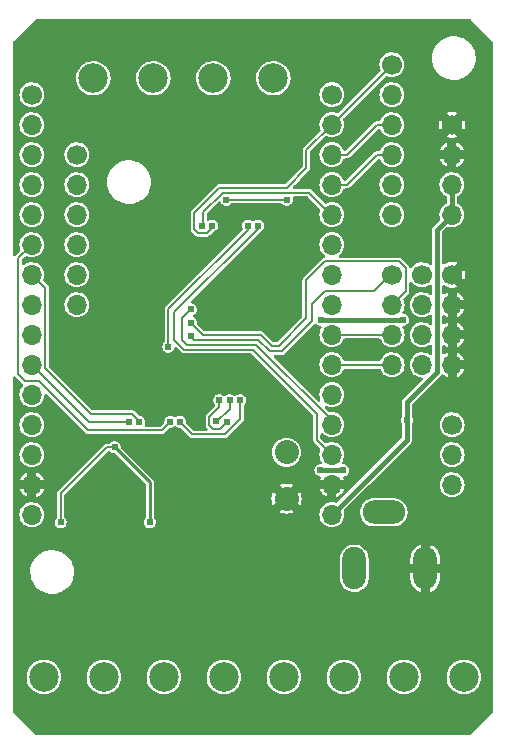
<source format=gbr>
%TF.GenerationSoftware,KiCad,Pcbnew,(6.0.5)*%
%TF.CreationDate,2022-06-06T15:53:17-04:00*%
%TF.ProjectId,NoU2,4e6f5532-2e6b-4696-9361-645f70636258,rev?*%
%TF.SameCoordinates,Original*%
%TF.FileFunction,Copper,L2,Bot*%
%TF.FilePolarity,Positive*%
%FSLAX46Y46*%
G04 Gerber Fmt 4.6, Leading zero omitted, Abs format (unit mm)*
G04 Created by KiCad (PCBNEW (6.0.5)) date 2022-06-06 15:53:17*
%MOMM*%
%LPD*%
G01*
G04 APERTURE LIST*
G04 Aperture macros list*
%AMRoundRect*
0 Rectangle with rounded corners*
0 $1 Rounding radius*
0 $2 $3 $4 $5 $6 $7 $8 $9 X,Y pos of 4 corners*
0 Add a 4 corners polygon primitive as box body*
4,1,4,$2,$3,$4,$5,$6,$7,$8,$9,$2,$3,0*
0 Add four circle primitives for the rounded corners*
1,1,$1+$1,$2,$3*
1,1,$1+$1,$4,$5*
1,1,$1+$1,$6,$7*
1,1,$1+$1,$8,$9*
0 Add four rect primitives between the rounded corners*
20,1,$1+$1,$2,$3,$4,$5,0*
20,1,$1+$1,$4,$5,$6,$7,0*
20,1,$1+$1,$6,$7,$8,$9,0*
20,1,$1+$1,$8,$9,$2,$3,0*%
G04 Aperture macros list end*
%TA.AperFunction,ComponentPad*%
%ADD10RoundRect,1.000000X0.000000X0.800000X0.000000X0.800000X0.000000X-0.800000X0.000000X-0.800000X0*%
%TD*%
%TA.AperFunction,ComponentPad*%
%ADD11RoundRect,1.000000X0.800000X0.000000X-0.800000X0.000000X-0.800000X0.000000X0.800000X0.000000X0*%
%TD*%
%TA.AperFunction,ComponentPad*%
%ADD12C,1.700000*%
%TD*%
%TA.AperFunction,ComponentPad*%
%ADD13O,1.700000X1.700000*%
%TD*%
%TA.AperFunction,ComponentPad*%
%ADD14C,2.500000*%
%TD*%
%TA.AperFunction,ComponentPad*%
%ADD15C,2.032000*%
%TD*%
%TA.AperFunction,ViaPad*%
%ADD16C,0.609600*%
%TD*%
%TA.AperFunction,Conductor*%
%ADD17C,0.203200*%
%TD*%
%TA.AperFunction,Conductor*%
%ADD18C,0.250000*%
%TD*%
%TA.AperFunction,Conductor*%
%ADD19C,0.431800*%
%TD*%
G04 APERTURE END LIST*
D10*
%TO.P,J9,1*%
%TO.N,Net-(J9-Pad1)*%
X129083000Y-146700000D03*
%TO.P,J9,2*%
%TO.N,GND*%
X135083000Y-146700000D03*
D11*
%TO.P,J9,3*%
%TO.N,N/C*%
X131583000Y-141950000D03*
%TD*%
D12*
%TO.P,J1,1,Pin_1*%
%TO.N,M6A*%
X132258000Y-104064000D03*
D13*
%TO.P,J1,2,Pin_2*%
%TO.N,M6B*%
X132258000Y-106604000D03*
%TO.P,J1,3,Pin_3*%
%TO.N,TX0*%
X132258000Y-109144000D03*
%TO.P,J1,4,Pin_4*%
%TO.N,RX0*%
X132258000Y-111684000D03*
%TO.P,J1,5,Pin_5*%
%TO.N,D4*%
X132258000Y-114224000D03*
%TO.P,J1,6,Pin_6*%
%TO.N,D5*%
X132258000Y-116764000D03*
%TD*%
D12*
%TO.P,J2,1,Pin_1*%
%TO.N,D26*%
X132283400Y-121844000D03*
D13*
%TO.P,J2,2,Pin_2*%
%TO.N,D25*%
X132283400Y-124384000D03*
%TO.P,J2,3,Pin_3*%
%TO.N,/D17*%
X132283400Y-126924000D03*
%TO.P,J2,4,Pin_4*%
%TO.N,/D16*%
X132283400Y-129464000D03*
%TD*%
D12*
%TO.P,J3,1,Pin_1*%
%TO.N,GND*%
X137338000Y-109144000D03*
D13*
%TO.P,J3,2,Pin_2*%
X137338000Y-111684000D03*
%TO.P,J3,3,Pin_3*%
%TO.N,3V3*%
X137338000Y-114224000D03*
%TO.P,J3,4,Pin_4*%
X137338000Y-116764000D03*
%TD*%
D12*
%TO.P,J4,1,Pin_1*%
%TO.N,/EN*%
X105588000Y-111684000D03*
D13*
%TO.P,J4,2,Pin_2*%
%TO.N,/D36*%
X105588000Y-114224000D03*
%TO.P,J4,3,Pin_3*%
%TO.N,/D39*%
X105588000Y-116764000D03*
%TO.P,J4,4,Pin_4*%
%TO.N,/D34*%
X105588000Y-119304000D03*
%TO.P,J4,5,Pin_5*%
%TO.N,/D35*%
X105588000Y-121844000D03*
%TO.P,J4,6,Pin_6*%
%TO.N,D2*%
X105588000Y-124384000D03*
%TD*%
D14*
%TO.P,J7,1,Pin_1*%
%TO.N,Net-(J7-Pad1)*%
X123114000Y-155880000D03*
%TO.P,J7,2,Pin_2*%
%TO.N,Net-(J7-Pad2)*%
X128194000Y-155880000D03*
%TO.P,J7,3,Pin_3*%
%TO.N,Net-(J7-Pad3)*%
X133274000Y-155880000D03*
%TO.P,J7,4,Pin_4*%
%TO.N,Net-(J7-Pad4)*%
X138354000Y-155880000D03*
%TD*%
%TO.P,J6,1,Pin_1*%
%TO.N,Net-(J6-Pad1)*%
X102794000Y-155880000D03*
%TO.P,J6,2,Pin_2*%
%TO.N,Net-(J6-Pad2)*%
X107874000Y-155880000D03*
%TO.P,J6,3,Pin_3*%
%TO.N,Net-(J6-Pad3)*%
X112954000Y-155880000D03*
%TO.P,J6,4,Pin_4*%
%TO.N,Net-(J6-Pad4)*%
X118034000Y-155880000D03*
%TD*%
D12*
%TO.P,J10,1*%
%TO.N,/Sheet6057E9B8/EN*%
X101778000Y-106604000D03*
D13*
%TO.P,J10,2*%
%TO.N,/Sheet6057E9B8/D36*%
X101778000Y-109144000D03*
%TO.P,J10,3*%
%TO.N,/Sheet6057E9B8/D39*%
X101778000Y-111684000D03*
%TO.P,J10,4*%
%TO.N,/Sheet6057E9B8/D34*%
X101778000Y-114224000D03*
%TO.P,J10,5*%
%TO.N,/Sheet6057E9B8/D35*%
X101778000Y-116764000D03*
%TO.P,J10,6*%
%TO.N,M3A*%
X101778000Y-119304000D03*
%TO.P,J10,7*%
%TO.N,M2B*%
X101778000Y-121844000D03*
%TO.P,J10,8*%
%TO.N,D25*%
X101778000Y-124384000D03*
%TO.P,J10,9*%
%TO.N,D26*%
X101778000Y-126924000D03*
%TO.P,J10,10*%
%TO.N,M2A*%
X101778000Y-129464000D03*
%TO.P,J10,11*%
%TO.N,M5B*%
X101778000Y-132004000D03*
%TO.P,J10,12*%
%TO.N,M1B*%
X101778000Y-134544000D03*
%TO.P,J10,13*%
%TO.N,M1A*%
X101778000Y-137084000D03*
%TO.P,J10,14*%
%TO.N,GND*%
X101778000Y-139624000D03*
%TO.P,J10,15*%
%TO.N,/Sheet6057E9B8/EVIN*%
X101778000Y-142164000D03*
%TD*%
D12*
%TO.P,J11,1*%
%TO.N,M4B*%
X127178000Y-106600000D03*
D13*
%TO.P,J11,2*%
%TO.N,M6A*%
X127178000Y-109140000D03*
%TO.P,J11,3*%
%TO.N,TX0*%
X127178000Y-111680000D03*
%TO.P,J11,4*%
%TO.N,RX0*%
X127178000Y-114220000D03*
%TO.P,J11,5*%
%TO.N,M6B*%
X127178000Y-116760000D03*
%TO.P,J11,6*%
%TO.N,M4A*%
X127178000Y-119300000D03*
%TO.P,J11,7*%
%TO.N,M3B*%
X127178000Y-121840000D03*
%TO.P,J11,8*%
%TO.N,D5*%
X127178000Y-124380000D03*
%TO.P,J11,9*%
%TO.N,/Sheet6057E9B8/D17*%
X127178000Y-126920000D03*
%TO.P,J11,10*%
%TO.N,/Sheet6057E9B8/D16*%
X127178000Y-129460000D03*
%TO.P,J11,11*%
%TO.N,D4*%
X127178000Y-132000000D03*
%TO.P,J11,12*%
%TO.N,D2*%
X127178000Y-134540000D03*
%TO.P,J11,13*%
%TO.N,M5A*%
X127178000Y-137080000D03*
%TO.P,J11,14*%
%TO.N,GND*%
X127178000Y-139620000D03*
%TO.P,J11,15*%
%TO.N,3V3*%
X127178000Y-142160000D03*
%TD*%
D12*
%TO.P,U8,1,1*%
%TO.N,unconnected-(U8-Pad1)*%
X137363400Y-134544000D03*
D13*
%TO.P,U8,2,2*%
%TO.N,Net-(Q1-Pad3)*%
X137363400Y-137084000D03*
%TO.P,U8,3,3*%
%TO.N,Net-(J9-Pad1)*%
X137363400Y-139624000D03*
%TD*%
D12*
%TO.P,J5,1,Pin_1*%
%TO.N,GND*%
X137363400Y-121844000D03*
D13*
%TO.P,J5,2,Pin_2*%
X137363400Y-124384000D03*
%TO.P,J5,3,Pin_3*%
X137363400Y-126924000D03*
%TO.P,J5,4,Pin_4*%
X137363400Y-129464000D03*
%TD*%
D12*
%TO.P,J12,1,Pin_1*%
%TO.N,5V*%
X134823400Y-121844000D03*
D13*
%TO.P,J12,2,Pin_2*%
X134823400Y-124384000D03*
%TO.P,J12,3,Pin_3*%
X134823400Y-126924000D03*
%TO.P,J12,4,Pin_4*%
X134823400Y-129464000D03*
%TD*%
D14*
%TO.P,J8,1,Pin_1*%
%TO.N,Net-(J8-Pad1)*%
X122225000Y-105207000D03*
%TO.P,J8,2,Pin_2*%
%TO.N,Net-(J8-Pad2)*%
X117145000Y-105207000D03*
%TO.P,J8,3,Pin_3*%
%TO.N,Net-(J8-Pad3)*%
X112065000Y-105207000D03*
%TO.P,J8,4,Pin_4*%
%TO.N,Net-(J8-Pad4)*%
X106985000Y-105207000D03*
%TD*%
D15*
%TO.P,J13,1,Pin_1*%
%TO.N,GND*%
X123342600Y-140792400D03*
%TD*%
%TO.P,J14,1,Pin_1*%
%TO.N,VIN*%
X123342600Y-136880800D03*
%TD*%
D16*
%TO.N,GND*%
X118542000Y-113716000D03*
X118389600Y-125095200D03*
X115875000Y-138227000D03*
X107721600Y-131877000D03*
X109525000Y-138227000D03*
X116713200Y-131877000D03*
X118415000Y-118542000D03*
X117526000Y-113716000D03*
X124358600Y-146141640D03*
X122225000Y-150038000D03*
X108495000Y-138227000D03*
X119558000Y-113716000D03*
X130175200Y-135560000D03*
X110490200Y-130378400D03*
X122377400Y-127254200D03*
X114859000Y-138227000D03*
X107493000Y-138227000D03*
X116891000Y-138227000D03*
X109626600Y-130378400D03*
%TO.N,VIN*%
X111760200Y-142799000D03*
X104216400Y-142799000D03*
X118237200Y-115494000D03*
X128143200Y-138379400D03*
X126212800Y-138379400D03*
X108788400Y-136449000D03*
X123368000Y-115494000D03*
%TO.N,3V3*%
X133528000Y-134163000D03*
%TO.N,5V*%
X126238200Y-125654000D03*
X133197800Y-125654000D03*
%TO.N,M2B*%
X110871200Y-134290000D03*
%TO.N,M2A*%
X110033000Y-134277300D03*
%TO.N,M5A*%
X120929600Y-117678400D03*
%TO.N,M5B*%
X120066000Y-117678400D03*
X113335000Y-127940000D03*
%TO.N,M6B*%
X116154400Y-117678400D03*
%TO.N,M6A*%
X117018000Y-117678400D03*
%TO.N,M3A*%
X113512800Y-134283000D03*
%TO.N,M3B*%
X119431000Y-132455588D03*
X114325600Y-134290000D03*
%TO.N,M4B*%
X117653000Y-132455588D03*
X118289944Y-134291944D03*
%TO.N,M4A*%
X117399000Y-134264600D03*
X118542000Y-132455588D03*
%TO.N,D2*%
X115240000Y-124765000D03*
%TO.N,D26*%
X115240000Y-127051000D03*
%TO.N,D25*%
X115240000Y-125908000D03*
%TD*%
D17*
%TO.N,VIN*%
X118211800Y-115494000D02*
X123368000Y-115494000D01*
X104216400Y-140360600D02*
X108128000Y-136449000D01*
D18*
X111760200Y-139420800D02*
X108788400Y-136449000D01*
D17*
X104216400Y-142799000D02*
X104216400Y-140360600D01*
D19*
X126246299Y-138345901D02*
X128109701Y-138345901D01*
X126212800Y-138379400D02*
X126246299Y-138345901D01*
D17*
X108128000Y-136449000D02*
X108788400Y-136449000D01*
D19*
X128109701Y-138345901D02*
X128143200Y-138379400D01*
D18*
X111760200Y-142799000D02*
X111760200Y-139420800D01*
D19*
%TO.N,3V3*%
X127178000Y-142160000D02*
X133528000Y-135810000D01*
X133528000Y-132639000D02*
X136089301Y-130077699D01*
X136089301Y-118012699D02*
X137338000Y-116764000D01*
X136089301Y-130077699D02*
X136089301Y-118012699D01*
X137338000Y-116764000D02*
X137338000Y-114224000D01*
X133528000Y-134163000D02*
X133528000Y-132639000D01*
X133528000Y-135810000D02*
X133528000Y-134163000D01*
%TO.N,5V*%
X128117800Y-125654000D02*
X126238200Y-125654000D01*
X133197800Y-125654000D02*
X128117800Y-125654000D01*
D17*
%TO.N,M2B*%
X101778000Y-121844000D02*
X102929601Y-122995601D01*
X110871200Y-134239200D02*
X110871200Y-134290000D01*
X110871200Y-134340800D02*
X110871200Y-134290000D01*
X102929601Y-129777401D02*
X106781800Y-133629600D01*
X110871200Y-134281526D02*
X110871200Y-134340800D01*
X106781800Y-133629600D02*
X110261600Y-133629600D01*
X102929601Y-122995601D02*
X102929601Y-129777401D01*
X110261600Y-133629600D02*
X110871200Y-134239200D01*
%TO.N,M2A*%
X106654800Y-134340800D02*
X101778000Y-129464000D01*
X110033000Y-134340800D02*
X106654800Y-134340800D01*
%TO.N,M5A*%
X120929600Y-117932400D02*
X120929600Y-117678400D01*
X125908000Y-133589500D02*
X120512500Y-128194000D01*
X114689702Y-128194000D02*
X113843000Y-127347298D01*
X113843000Y-125019000D02*
X120929600Y-117932400D01*
X113843000Y-127347298D02*
X113843000Y-125019000D01*
X127174000Y-137080000D02*
X125908000Y-135814000D01*
X127178000Y-137080000D02*
X127174000Y-137080000D01*
X120512500Y-128194000D02*
X114689702Y-128194000D01*
X125908000Y-135814000D02*
X125908000Y-133589500D01*
%TO.N,M5B*%
X120066000Y-118034000D02*
X120066000Y-117627600D01*
X113335000Y-124765000D02*
X120066000Y-118034000D01*
X113335000Y-127940000D02*
X113335000Y-124765000D01*
%TO.N,M6B*%
X116154400Y-117627600D02*
X116267000Y-117515000D01*
X116267000Y-117515000D02*
X116267000Y-116541326D01*
X117920727Y-114887599D02*
X125238099Y-114887599D01*
X116267000Y-116541326D02*
X117920727Y-114887599D01*
X127110500Y-116760000D02*
X127178000Y-116760000D01*
X125238099Y-114887599D02*
X127110500Y-116760000D01*
%TO.N,M6A*%
X117018000Y-117881600D02*
X116591399Y-118308201D01*
X117018000Y-117678400D02*
X117018000Y-117881600D01*
X115852095Y-118308201D02*
X115524599Y-117980705D01*
X125019000Y-111299000D02*
X127178000Y-109140000D01*
X115524599Y-117980705D02*
X115524599Y-116606401D01*
X115524599Y-116606401D02*
X117653000Y-114478000D01*
X117653000Y-114478000D02*
X123368000Y-114478000D01*
X127178000Y-109140000D02*
X132254000Y-104064000D01*
X123368000Y-114478000D02*
X125019000Y-112827000D01*
X125019000Y-112827000D02*
X125019000Y-111299000D01*
X116591399Y-118308201D02*
X115852095Y-118308201D01*
%TO.N,M3A*%
X100626399Y-130253567D02*
X101225231Y-130852399D01*
X112794600Y-135001200D02*
X113512800Y-134283000D01*
X100626399Y-120455601D02*
X100626399Y-130253567D01*
X102353599Y-130852399D02*
X106502400Y-135001200D01*
X101225231Y-130852399D02*
X102353599Y-130852399D01*
X101778000Y-119304000D02*
X100626399Y-120455601D01*
X106502400Y-135001200D02*
X112794600Y-135001200D01*
%TO.N,M3B*%
X118150463Y-135350411D02*
X119431000Y-134069874D01*
X119431000Y-134069874D02*
X119431000Y-132455588D01*
X115335211Y-135350411D02*
X118150463Y-135350411D01*
X114325600Y-134340800D02*
X115335211Y-135350411D01*
%TO.N,M4B*%
X117107927Y-134871001D02*
X117710887Y-134871001D01*
X117653000Y-133020000D02*
X116792599Y-133880401D01*
X116792599Y-133880401D02*
X116792599Y-134555673D01*
X117710887Y-134871001D02*
X118289944Y-134291944D01*
X116792599Y-134555673D02*
X117107927Y-134871001D01*
X117653000Y-132455588D02*
X117653000Y-133020000D01*
%TO.N,M4A*%
X118542000Y-133182294D02*
X118542000Y-132455588D01*
X117399000Y-134325294D02*
X118542000Y-133182294D01*
X117399000Y-134340800D02*
X117399000Y-134325294D01*
%TO.N,RX0*%
X128452000Y-114220000D02*
X130988000Y-111684000D01*
X127178000Y-114220000D02*
X128452000Y-114220000D01*
X130988000Y-111684000D02*
X132258000Y-111684000D01*
%TO.N,TX0*%
X127178000Y-111680000D02*
X128452000Y-111680000D01*
X128452000Y-111680000D02*
X130988000Y-109144000D01*
X130988000Y-109144000D02*
X132258000Y-109144000D01*
%TO.N,D2*%
X114478000Y-127327370D02*
X114903231Y-127752601D01*
X120767601Y-127752601D02*
X127178000Y-134163000D01*
X127178000Y-134163000D02*
X127178000Y-134540000D01*
X114903231Y-127752601D02*
X120767601Y-127752601D01*
X115240000Y-124765000D02*
X114478000Y-125527000D01*
X114478000Y-125527000D02*
X114478000Y-127327370D01*
%TO.N,/Sheet6057E9B8/D16*%
X132283400Y-129489400D02*
X127207400Y-129489400D01*
%TO.N,/Sheet6057E9B8/D17*%
X127178000Y-126920000D02*
X132254000Y-126920000D01*
%TO.N,D26*%
X130746601Y-123228399D02*
X132131000Y-121844000D01*
X125527000Y-125781000D02*
X125527000Y-124326630D01*
X120912437Y-127327211D02*
X121906226Y-128321000D01*
X125527000Y-124326630D02*
X126625231Y-123228399D01*
X115240000Y-127051000D02*
X115516211Y-127327211D01*
X132131000Y-121844000D02*
X132283400Y-121844000D01*
X121906226Y-128321000D02*
X122987000Y-128321000D01*
X126625231Y-123228399D02*
X130746601Y-123228399D01*
X122987000Y-128321000D02*
X125527000Y-125781000D01*
X115516211Y-127327211D02*
X120912437Y-127327211D01*
%TO.N,D25*%
X116256000Y-126924000D02*
X121145500Y-126924000D01*
X121145500Y-126924000D02*
X122082101Y-127860601D01*
X126625231Y-120688399D02*
X132832169Y-120688399D01*
X124996790Y-125544979D02*
X124996790Y-122316840D01*
X133435001Y-121291231D02*
X133435001Y-123232399D01*
X132832169Y-120688399D02*
X133435001Y-121291231D01*
X115240000Y-125908000D02*
X116256000Y-126924000D01*
X122082101Y-127860601D02*
X122681168Y-127860601D01*
X122681168Y-127860601D02*
X124996790Y-125544979D01*
X124996790Y-122316840D02*
X126625231Y-120688399D01*
X133435001Y-123232399D02*
X132283400Y-124384000D01*
%TD*%
%TA.AperFunction,Conductor*%
%TO.N,GND*%
G36*
X138931555Y-100223702D02*
G01*
X138952529Y-100240605D01*
X140759395Y-102047471D01*
X140793421Y-102109783D01*
X140796300Y-102136566D01*
X140796300Y-158863434D01*
X140776298Y-158931555D01*
X140759395Y-158952529D01*
X138952529Y-160759395D01*
X138890217Y-160793421D01*
X138863434Y-160796300D01*
X102136566Y-160796300D01*
X102068445Y-160776298D01*
X102047471Y-160759395D01*
X100240605Y-158952529D01*
X100206579Y-158890217D01*
X100203700Y-158863434D01*
X100203700Y-155844361D01*
X101335753Y-155844361D01*
X101336050Y-155849513D01*
X101336050Y-155849517D01*
X101341917Y-155951256D01*
X101349514Y-156083009D01*
X101350651Y-156088055D01*
X101350652Y-156088061D01*
X101373232Y-156188256D01*
X101402067Y-156316205D01*
X101492001Y-156537687D01*
X101616902Y-156741506D01*
X101773414Y-156922188D01*
X101777389Y-156925488D01*
X101777393Y-156925492D01*
X101854851Y-156989799D01*
X101957334Y-157074882D01*
X101961786Y-157077484D01*
X101961791Y-157077487D01*
X102159266Y-157192882D01*
X102163724Y-157195487D01*
X102387041Y-157280763D01*
X102392109Y-157281794D01*
X102392112Y-157281795D01*
X102507642Y-157305300D01*
X102621286Y-157328421D01*
X102626459Y-157328611D01*
X102626462Y-157328611D01*
X102855006Y-157336991D01*
X102855010Y-157336991D01*
X102860170Y-157337180D01*
X102865290Y-157336524D01*
X102865292Y-157336524D01*
X102938840Y-157327102D01*
X103097277Y-157306806D01*
X103102228Y-157305321D01*
X103102231Y-157305320D01*
X103321296Y-157239597D01*
X103326239Y-157238114D01*
X103413252Y-157195487D01*
X103536273Y-157135220D01*
X103536276Y-157135218D01*
X103540908Y-157132949D01*
X103735518Y-156994136D01*
X103904842Y-156825401D01*
X103968291Y-156737103D01*
X104041317Y-156635478D01*
X104041321Y-156635472D01*
X104044335Y-156631277D01*
X104150248Y-156416977D01*
X104182397Y-156311163D01*
X104218235Y-156193208D01*
X104218236Y-156193202D01*
X104219739Y-156188256D01*
X104250941Y-155951256D01*
X104252682Y-155880000D01*
X104249752Y-155844361D01*
X106415753Y-155844361D01*
X106416050Y-155849513D01*
X106416050Y-155849517D01*
X106421917Y-155951256D01*
X106429514Y-156083009D01*
X106430651Y-156088055D01*
X106430652Y-156088061D01*
X106453232Y-156188256D01*
X106482067Y-156316205D01*
X106572001Y-156537687D01*
X106696902Y-156741506D01*
X106853414Y-156922188D01*
X106857389Y-156925488D01*
X106857393Y-156925492D01*
X106934851Y-156989799D01*
X107037334Y-157074882D01*
X107041786Y-157077484D01*
X107041791Y-157077487D01*
X107239266Y-157192882D01*
X107243724Y-157195487D01*
X107467041Y-157280763D01*
X107472109Y-157281794D01*
X107472112Y-157281795D01*
X107587642Y-157305300D01*
X107701286Y-157328421D01*
X107706459Y-157328611D01*
X107706462Y-157328611D01*
X107935006Y-157336991D01*
X107935010Y-157336991D01*
X107940170Y-157337180D01*
X107945290Y-157336524D01*
X107945292Y-157336524D01*
X108018840Y-157327102D01*
X108177277Y-157306806D01*
X108182228Y-157305321D01*
X108182231Y-157305320D01*
X108401296Y-157239597D01*
X108406239Y-157238114D01*
X108493252Y-157195487D01*
X108616273Y-157135220D01*
X108616276Y-157135218D01*
X108620908Y-157132949D01*
X108815518Y-156994136D01*
X108984842Y-156825401D01*
X109048291Y-156737103D01*
X109121317Y-156635478D01*
X109121321Y-156635472D01*
X109124335Y-156631277D01*
X109230248Y-156416977D01*
X109262397Y-156311163D01*
X109298235Y-156193208D01*
X109298236Y-156193202D01*
X109299739Y-156188256D01*
X109330941Y-155951256D01*
X109332682Y-155880000D01*
X109329752Y-155844361D01*
X111495753Y-155844361D01*
X111496050Y-155849513D01*
X111496050Y-155849517D01*
X111501917Y-155951256D01*
X111509514Y-156083009D01*
X111510651Y-156088055D01*
X111510652Y-156088061D01*
X111533232Y-156188256D01*
X111562067Y-156316205D01*
X111652001Y-156537687D01*
X111776902Y-156741506D01*
X111933414Y-156922188D01*
X111937389Y-156925488D01*
X111937393Y-156925492D01*
X112014851Y-156989799D01*
X112117334Y-157074882D01*
X112121786Y-157077484D01*
X112121791Y-157077487D01*
X112319266Y-157192882D01*
X112323724Y-157195487D01*
X112547041Y-157280763D01*
X112552109Y-157281794D01*
X112552112Y-157281795D01*
X112667642Y-157305300D01*
X112781286Y-157328421D01*
X112786459Y-157328611D01*
X112786462Y-157328611D01*
X113015006Y-157336991D01*
X113015010Y-157336991D01*
X113020170Y-157337180D01*
X113025290Y-157336524D01*
X113025292Y-157336524D01*
X113098840Y-157327102D01*
X113257277Y-157306806D01*
X113262228Y-157305321D01*
X113262231Y-157305320D01*
X113481296Y-157239597D01*
X113486239Y-157238114D01*
X113573252Y-157195487D01*
X113696273Y-157135220D01*
X113696276Y-157135218D01*
X113700908Y-157132949D01*
X113895518Y-156994136D01*
X114064842Y-156825401D01*
X114128291Y-156737103D01*
X114201317Y-156635478D01*
X114201321Y-156635472D01*
X114204335Y-156631277D01*
X114310248Y-156416977D01*
X114342397Y-156311163D01*
X114378235Y-156193208D01*
X114378236Y-156193202D01*
X114379739Y-156188256D01*
X114410941Y-155951256D01*
X114412682Y-155880000D01*
X114409752Y-155844361D01*
X116575753Y-155844361D01*
X116576050Y-155849513D01*
X116576050Y-155849517D01*
X116581917Y-155951256D01*
X116589514Y-156083009D01*
X116590651Y-156088055D01*
X116590652Y-156088061D01*
X116613232Y-156188256D01*
X116642067Y-156316205D01*
X116732001Y-156537687D01*
X116856902Y-156741506D01*
X117013414Y-156922188D01*
X117017389Y-156925488D01*
X117017393Y-156925492D01*
X117094851Y-156989799D01*
X117197334Y-157074882D01*
X117201786Y-157077484D01*
X117201791Y-157077487D01*
X117399266Y-157192882D01*
X117403724Y-157195487D01*
X117627041Y-157280763D01*
X117632109Y-157281794D01*
X117632112Y-157281795D01*
X117747642Y-157305300D01*
X117861286Y-157328421D01*
X117866459Y-157328611D01*
X117866462Y-157328611D01*
X118095006Y-157336991D01*
X118095010Y-157336991D01*
X118100170Y-157337180D01*
X118105290Y-157336524D01*
X118105292Y-157336524D01*
X118178840Y-157327102D01*
X118337277Y-157306806D01*
X118342228Y-157305321D01*
X118342231Y-157305320D01*
X118561296Y-157239597D01*
X118566239Y-157238114D01*
X118653252Y-157195487D01*
X118776273Y-157135220D01*
X118776276Y-157135218D01*
X118780908Y-157132949D01*
X118975518Y-156994136D01*
X119144842Y-156825401D01*
X119208291Y-156737103D01*
X119281317Y-156635478D01*
X119281321Y-156635472D01*
X119284335Y-156631277D01*
X119390248Y-156416977D01*
X119422397Y-156311163D01*
X119458235Y-156193208D01*
X119458236Y-156193202D01*
X119459739Y-156188256D01*
X119490941Y-155951256D01*
X119492682Y-155880000D01*
X119489752Y-155844361D01*
X121655753Y-155844361D01*
X121656050Y-155849513D01*
X121656050Y-155849517D01*
X121661917Y-155951256D01*
X121669514Y-156083009D01*
X121670651Y-156088055D01*
X121670652Y-156088061D01*
X121693232Y-156188256D01*
X121722067Y-156316205D01*
X121812001Y-156537687D01*
X121936902Y-156741506D01*
X122093414Y-156922188D01*
X122097389Y-156925488D01*
X122097393Y-156925492D01*
X122174851Y-156989799D01*
X122277334Y-157074882D01*
X122281786Y-157077484D01*
X122281791Y-157077487D01*
X122479266Y-157192882D01*
X122483724Y-157195487D01*
X122707041Y-157280763D01*
X122712109Y-157281794D01*
X122712112Y-157281795D01*
X122827642Y-157305300D01*
X122941286Y-157328421D01*
X122946459Y-157328611D01*
X122946462Y-157328611D01*
X123175006Y-157336991D01*
X123175010Y-157336991D01*
X123180170Y-157337180D01*
X123185290Y-157336524D01*
X123185292Y-157336524D01*
X123258840Y-157327102D01*
X123417277Y-157306806D01*
X123422228Y-157305321D01*
X123422231Y-157305320D01*
X123641296Y-157239597D01*
X123646239Y-157238114D01*
X123733252Y-157195487D01*
X123856273Y-157135220D01*
X123856276Y-157135218D01*
X123860908Y-157132949D01*
X124055518Y-156994136D01*
X124224842Y-156825401D01*
X124288291Y-156737103D01*
X124361317Y-156635478D01*
X124361321Y-156635472D01*
X124364335Y-156631277D01*
X124470248Y-156416977D01*
X124502397Y-156311163D01*
X124538235Y-156193208D01*
X124538236Y-156193202D01*
X124539739Y-156188256D01*
X124570941Y-155951256D01*
X124572682Y-155880000D01*
X124569752Y-155844361D01*
X126735753Y-155844361D01*
X126736050Y-155849513D01*
X126736050Y-155849517D01*
X126741917Y-155951256D01*
X126749514Y-156083009D01*
X126750651Y-156088055D01*
X126750652Y-156088061D01*
X126773232Y-156188256D01*
X126802067Y-156316205D01*
X126892001Y-156537687D01*
X127016902Y-156741506D01*
X127173414Y-156922188D01*
X127177389Y-156925488D01*
X127177393Y-156925492D01*
X127254851Y-156989799D01*
X127357334Y-157074882D01*
X127361786Y-157077484D01*
X127361791Y-157077487D01*
X127559266Y-157192882D01*
X127563724Y-157195487D01*
X127787041Y-157280763D01*
X127792109Y-157281794D01*
X127792112Y-157281795D01*
X127907642Y-157305300D01*
X128021286Y-157328421D01*
X128026459Y-157328611D01*
X128026462Y-157328611D01*
X128255006Y-157336991D01*
X128255010Y-157336991D01*
X128260170Y-157337180D01*
X128265290Y-157336524D01*
X128265292Y-157336524D01*
X128338840Y-157327102D01*
X128497277Y-157306806D01*
X128502228Y-157305321D01*
X128502231Y-157305320D01*
X128721296Y-157239597D01*
X128726239Y-157238114D01*
X128813252Y-157195487D01*
X128936273Y-157135220D01*
X128936276Y-157135218D01*
X128940908Y-157132949D01*
X129135518Y-156994136D01*
X129304842Y-156825401D01*
X129368291Y-156737103D01*
X129441317Y-156635478D01*
X129441321Y-156635472D01*
X129444335Y-156631277D01*
X129550248Y-156416977D01*
X129582397Y-156311163D01*
X129618235Y-156193208D01*
X129618236Y-156193202D01*
X129619739Y-156188256D01*
X129650941Y-155951256D01*
X129652682Y-155880000D01*
X129649752Y-155844361D01*
X131815753Y-155844361D01*
X131816050Y-155849513D01*
X131816050Y-155849517D01*
X131821917Y-155951256D01*
X131829514Y-156083009D01*
X131830651Y-156088055D01*
X131830652Y-156088061D01*
X131853232Y-156188256D01*
X131882067Y-156316205D01*
X131972001Y-156537687D01*
X132096902Y-156741506D01*
X132253414Y-156922188D01*
X132257389Y-156925488D01*
X132257393Y-156925492D01*
X132334851Y-156989799D01*
X132437334Y-157074882D01*
X132441786Y-157077484D01*
X132441791Y-157077487D01*
X132639266Y-157192882D01*
X132643724Y-157195487D01*
X132867041Y-157280763D01*
X132872109Y-157281794D01*
X132872112Y-157281795D01*
X132987642Y-157305300D01*
X133101286Y-157328421D01*
X133106459Y-157328611D01*
X133106462Y-157328611D01*
X133335006Y-157336991D01*
X133335010Y-157336991D01*
X133340170Y-157337180D01*
X133345290Y-157336524D01*
X133345292Y-157336524D01*
X133418840Y-157327102D01*
X133577277Y-157306806D01*
X133582228Y-157305321D01*
X133582231Y-157305320D01*
X133801296Y-157239597D01*
X133806239Y-157238114D01*
X133893252Y-157195487D01*
X134016273Y-157135220D01*
X134016276Y-157135218D01*
X134020908Y-157132949D01*
X134215518Y-156994136D01*
X134384842Y-156825401D01*
X134448291Y-156737103D01*
X134521317Y-156635478D01*
X134521321Y-156635472D01*
X134524335Y-156631277D01*
X134630248Y-156416977D01*
X134662397Y-156311163D01*
X134698235Y-156193208D01*
X134698236Y-156193202D01*
X134699739Y-156188256D01*
X134730941Y-155951256D01*
X134732682Y-155880000D01*
X134729752Y-155844361D01*
X136895753Y-155844361D01*
X136896050Y-155849513D01*
X136896050Y-155849517D01*
X136901917Y-155951256D01*
X136909514Y-156083009D01*
X136910651Y-156088055D01*
X136910652Y-156088061D01*
X136933232Y-156188256D01*
X136962067Y-156316205D01*
X137052001Y-156537687D01*
X137176902Y-156741506D01*
X137333414Y-156922188D01*
X137337389Y-156925488D01*
X137337393Y-156925492D01*
X137414851Y-156989799D01*
X137517334Y-157074882D01*
X137521786Y-157077484D01*
X137521791Y-157077487D01*
X137719266Y-157192882D01*
X137723724Y-157195487D01*
X137947041Y-157280763D01*
X137952109Y-157281794D01*
X137952112Y-157281795D01*
X138067642Y-157305300D01*
X138181286Y-157328421D01*
X138186459Y-157328611D01*
X138186462Y-157328611D01*
X138415006Y-157336991D01*
X138415010Y-157336991D01*
X138420170Y-157337180D01*
X138425290Y-157336524D01*
X138425292Y-157336524D01*
X138498840Y-157327102D01*
X138657277Y-157306806D01*
X138662228Y-157305321D01*
X138662231Y-157305320D01*
X138881296Y-157239597D01*
X138886239Y-157238114D01*
X138973252Y-157195487D01*
X139096273Y-157135220D01*
X139096276Y-157135218D01*
X139100908Y-157132949D01*
X139295518Y-156994136D01*
X139464842Y-156825401D01*
X139528291Y-156737103D01*
X139601317Y-156635478D01*
X139601321Y-156635472D01*
X139604335Y-156631277D01*
X139710248Y-156416977D01*
X139742397Y-156311163D01*
X139778235Y-156193208D01*
X139778236Y-156193202D01*
X139779739Y-156188256D01*
X139810941Y-155951256D01*
X139812682Y-155880000D01*
X139793095Y-155641759D01*
X139734860Y-155409917D01*
X139639541Y-155190699D01*
X139622393Y-155164191D01*
X139590130Y-155114321D01*
X139509699Y-154989992D01*
X139488137Y-154966295D01*
X139352297Y-154817010D01*
X139352295Y-154817009D01*
X139348819Y-154813188D01*
X139344768Y-154809989D01*
X139344764Y-154809985D01*
X139165276Y-154668234D01*
X139165271Y-154668231D01*
X139161222Y-154665033D01*
X139156706Y-154662540D01*
X139156703Y-154662538D01*
X138956471Y-154552004D01*
X138956467Y-154552002D01*
X138951947Y-154549507D01*
X138947078Y-154547783D01*
X138947074Y-154547781D01*
X138731489Y-154471438D01*
X138731485Y-154471437D01*
X138726614Y-154469712D01*
X138721521Y-154468805D01*
X138721518Y-154468804D01*
X138621505Y-154450989D01*
X138491274Y-154427792D01*
X138401143Y-154426691D01*
X138257417Y-154424934D01*
X138257415Y-154424934D01*
X138252247Y-154424871D01*
X138015954Y-154461029D01*
X137788738Y-154535295D01*
X137784150Y-154537683D01*
X137784146Y-154537685D01*
X137581292Y-154643284D01*
X137576703Y-154645673D01*
X137572570Y-154648776D01*
X137572567Y-154648778D01*
X137389678Y-154786095D01*
X137385543Y-154789200D01*
X137220391Y-154962022D01*
X137217477Y-154966294D01*
X137217476Y-154966295D01*
X137123840Y-155103560D01*
X137085683Y-155159496D01*
X136985037Y-155376320D01*
X136921155Y-155606670D01*
X136895753Y-155844361D01*
X134729752Y-155844361D01*
X134713095Y-155641759D01*
X134654860Y-155409917D01*
X134559541Y-155190699D01*
X134542393Y-155164191D01*
X134510130Y-155114321D01*
X134429699Y-154989992D01*
X134408137Y-154966295D01*
X134272297Y-154817010D01*
X134272295Y-154817009D01*
X134268819Y-154813188D01*
X134264768Y-154809989D01*
X134264764Y-154809985D01*
X134085276Y-154668234D01*
X134085271Y-154668231D01*
X134081222Y-154665033D01*
X134076706Y-154662540D01*
X134076703Y-154662538D01*
X133876471Y-154552004D01*
X133876467Y-154552002D01*
X133871947Y-154549507D01*
X133867078Y-154547783D01*
X133867074Y-154547781D01*
X133651489Y-154471438D01*
X133651485Y-154471437D01*
X133646614Y-154469712D01*
X133641521Y-154468805D01*
X133641518Y-154468804D01*
X133541505Y-154450989D01*
X133411274Y-154427792D01*
X133321143Y-154426691D01*
X133177417Y-154424934D01*
X133177415Y-154424934D01*
X133172247Y-154424871D01*
X132935954Y-154461029D01*
X132708738Y-154535295D01*
X132704150Y-154537683D01*
X132704146Y-154537685D01*
X132501292Y-154643284D01*
X132496703Y-154645673D01*
X132492570Y-154648776D01*
X132492567Y-154648778D01*
X132309678Y-154786095D01*
X132305543Y-154789200D01*
X132140391Y-154962022D01*
X132137477Y-154966294D01*
X132137476Y-154966295D01*
X132043840Y-155103560D01*
X132005683Y-155159496D01*
X131905037Y-155376320D01*
X131841155Y-155606670D01*
X131815753Y-155844361D01*
X129649752Y-155844361D01*
X129633095Y-155641759D01*
X129574860Y-155409917D01*
X129479541Y-155190699D01*
X129462393Y-155164191D01*
X129430130Y-155114321D01*
X129349699Y-154989992D01*
X129328137Y-154966295D01*
X129192297Y-154817010D01*
X129192295Y-154817009D01*
X129188819Y-154813188D01*
X129184768Y-154809989D01*
X129184764Y-154809985D01*
X129005276Y-154668234D01*
X129005271Y-154668231D01*
X129001222Y-154665033D01*
X128996706Y-154662540D01*
X128996703Y-154662538D01*
X128796471Y-154552004D01*
X128796467Y-154552002D01*
X128791947Y-154549507D01*
X128787078Y-154547783D01*
X128787074Y-154547781D01*
X128571489Y-154471438D01*
X128571485Y-154471437D01*
X128566614Y-154469712D01*
X128561521Y-154468805D01*
X128561518Y-154468804D01*
X128461505Y-154450989D01*
X128331274Y-154427792D01*
X128241143Y-154426691D01*
X128097417Y-154424934D01*
X128097415Y-154424934D01*
X128092247Y-154424871D01*
X127855954Y-154461029D01*
X127628738Y-154535295D01*
X127624150Y-154537683D01*
X127624146Y-154537685D01*
X127421292Y-154643284D01*
X127416703Y-154645673D01*
X127412570Y-154648776D01*
X127412567Y-154648778D01*
X127229678Y-154786095D01*
X127225543Y-154789200D01*
X127060391Y-154962022D01*
X127057477Y-154966294D01*
X127057476Y-154966295D01*
X126963840Y-155103560D01*
X126925683Y-155159496D01*
X126825037Y-155376320D01*
X126761155Y-155606670D01*
X126735753Y-155844361D01*
X124569752Y-155844361D01*
X124553095Y-155641759D01*
X124494860Y-155409917D01*
X124399541Y-155190699D01*
X124382393Y-155164191D01*
X124350130Y-155114321D01*
X124269699Y-154989992D01*
X124248137Y-154966295D01*
X124112297Y-154817010D01*
X124112295Y-154817009D01*
X124108819Y-154813188D01*
X124104768Y-154809989D01*
X124104764Y-154809985D01*
X123925276Y-154668234D01*
X123925271Y-154668231D01*
X123921222Y-154665033D01*
X123916706Y-154662540D01*
X123916703Y-154662538D01*
X123716471Y-154552004D01*
X123716467Y-154552002D01*
X123711947Y-154549507D01*
X123707078Y-154547783D01*
X123707074Y-154547781D01*
X123491489Y-154471438D01*
X123491485Y-154471437D01*
X123486614Y-154469712D01*
X123481521Y-154468805D01*
X123481518Y-154468804D01*
X123381505Y-154450989D01*
X123251274Y-154427792D01*
X123161143Y-154426691D01*
X123017417Y-154424934D01*
X123017415Y-154424934D01*
X123012247Y-154424871D01*
X122775954Y-154461029D01*
X122548738Y-154535295D01*
X122544150Y-154537683D01*
X122544146Y-154537685D01*
X122341292Y-154643284D01*
X122336703Y-154645673D01*
X122332570Y-154648776D01*
X122332567Y-154648778D01*
X122149678Y-154786095D01*
X122145543Y-154789200D01*
X121980391Y-154962022D01*
X121977477Y-154966294D01*
X121977476Y-154966295D01*
X121883840Y-155103560D01*
X121845683Y-155159496D01*
X121745037Y-155376320D01*
X121681155Y-155606670D01*
X121655753Y-155844361D01*
X119489752Y-155844361D01*
X119473095Y-155641759D01*
X119414860Y-155409917D01*
X119319541Y-155190699D01*
X119302393Y-155164191D01*
X119270130Y-155114321D01*
X119189699Y-154989992D01*
X119168137Y-154966295D01*
X119032297Y-154817010D01*
X119032295Y-154817009D01*
X119028819Y-154813188D01*
X119024768Y-154809989D01*
X119024764Y-154809985D01*
X118845276Y-154668234D01*
X118845271Y-154668231D01*
X118841222Y-154665033D01*
X118836706Y-154662540D01*
X118836703Y-154662538D01*
X118636471Y-154552004D01*
X118636467Y-154552002D01*
X118631947Y-154549507D01*
X118627078Y-154547783D01*
X118627074Y-154547781D01*
X118411489Y-154471438D01*
X118411485Y-154471437D01*
X118406614Y-154469712D01*
X118401521Y-154468805D01*
X118401518Y-154468804D01*
X118301505Y-154450989D01*
X118171274Y-154427792D01*
X118081143Y-154426691D01*
X117937417Y-154424934D01*
X117937415Y-154424934D01*
X117932247Y-154424871D01*
X117695954Y-154461029D01*
X117468738Y-154535295D01*
X117464150Y-154537683D01*
X117464146Y-154537685D01*
X117261292Y-154643284D01*
X117256703Y-154645673D01*
X117252570Y-154648776D01*
X117252567Y-154648778D01*
X117069678Y-154786095D01*
X117065543Y-154789200D01*
X116900391Y-154962022D01*
X116897477Y-154966294D01*
X116897476Y-154966295D01*
X116803840Y-155103560D01*
X116765683Y-155159496D01*
X116665037Y-155376320D01*
X116601155Y-155606670D01*
X116575753Y-155844361D01*
X114409752Y-155844361D01*
X114393095Y-155641759D01*
X114334860Y-155409917D01*
X114239541Y-155190699D01*
X114222393Y-155164191D01*
X114190130Y-155114321D01*
X114109699Y-154989992D01*
X114088137Y-154966295D01*
X113952297Y-154817010D01*
X113952295Y-154817009D01*
X113948819Y-154813188D01*
X113944768Y-154809989D01*
X113944764Y-154809985D01*
X113765276Y-154668234D01*
X113765271Y-154668231D01*
X113761222Y-154665033D01*
X113756706Y-154662540D01*
X113756703Y-154662538D01*
X113556471Y-154552004D01*
X113556467Y-154552002D01*
X113551947Y-154549507D01*
X113547078Y-154547783D01*
X113547074Y-154547781D01*
X113331489Y-154471438D01*
X113331485Y-154471437D01*
X113326614Y-154469712D01*
X113321521Y-154468805D01*
X113321518Y-154468804D01*
X113221505Y-154450989D01*
X113091274Y-154427792D01*
X113001143Y-154426691D01*
X112857417Y-154424934D01*
X112857415Y-154424934D01*
X112852247Y-154424871D01*
X112615954Y-154461029D01*
X112388738Y-154535295D01*
X112384150Y-154537683D01*
X112384146Y-154537685D01*
X112181292Y-154643284D01*
X112176703Y-154645673D01*
X112172570Y-154648776D01*
X112172567Y-154648778D01*
X111989678Y-154786095D01*
X111985543Y-154789200D01*
X111820391Y-154962022D01*
X111817477Y-154966294D01*
X111817476Y-154966295D01*
X111723840Y-155103560D01*
X111685683Y-155159496D01*
X111585037Y-155376320D01*
X111521155Y-155606670D01*
X111495753Y-155844361D01*
X109329752Y-155844361D01*
X109313095Y-155641759D01*
X109254860Y-155409917D01*
X109159541Y-155190699D01*
X109142393Y-155164191D01*
X109110130Y-155114321D01*
X109029699Y-154989992D01*
X109008137Y-154966295D01*
X108872297Y-154817010D01*
X108872295Y-154817009D01*
X108868819Y-154813188D01*
X108864768Y-154809989D01*
X108864764Y-154809985D01*
X108685276Y-154668234D01*
X108685271Y-154668231D01*
X108681222Y-154665033D01*
X108676706Y-154662540D01*
X108676703Y-154662538D01*
X108476471Y-154552004D01*
X108476467Y-154552002D01*
X108471947Y-154549507D01*
X108467078Y-154547783D01*
X108467074Y-154547781D01*
X108251489Y-154471438D01*
X108251485Y-154471437D01*
X108246614Y-154469712D01*
X108241521Y-154468805D01*
X108241518Y-154468804D01*
X108141505Y-154450989D01*
X108011274Y-154427792D01*
X107921143Y-154426691D01*
X107777417Y-154424934D01*
X107777415Y-154424934D01*
X107772247Y-154424871D01*
X107535954Y-154461029D01*
X107308738Y-154535295D01*
X107304150Y-154537683D01*
X107304146Y-154537685D01*
X107101292Y-154643284D01*
X107096703Y-154645673D01*
X107092570Y-154648776D01*
X107092567Y-154648778D01*
X106909678Y-154786095D01*
X106905543Y-154789200D01*
X106740391Y-154962022D01*
X106737477Y-154966294D01*
X106737476Y-154966295D01*
X106643840Y-155103560D01*
X106605683Y-155159496D01*
X106505037Y-155376320D01*
X106441155Y-155606670D01*
X106415753Y-155844361D01*
X104249752Y-155844361D01*
X104233095Y-155641759D01*
X104174860Y-155409917D01*
X104079541Y-155190699D01*
X104062393Y-155164191D01*
X104030130Y-155114321D01*
X103949699Y-154989992D01*
X103928137Y-154966295D01*
X103792297Y-154817010D01*
X103792295Y-154817009D01*
X103788819Y-154813188D01*
X103784768Y-154809989D01*
X103784764Y-154809985D01*
X103605276Y-154668234D01*
X103605271Y-154668231D01*
X103601222Y-154665033D01*
X103596706Y-154662540D01*
X103596703Y-154662538D01*
X103396471Y-154552004D01*
X103396467Y-154552002D01*
X103391947Y-154549507D01*
X103387078Y-154547783D01*
X103387074Y-154547781D01*
X103171489Y-154471438D01*
X103171485Y-154471437D01*
X103166614Y-154469712D01*
X103161521Y-154468805D01*
X103161518Y-154468804D01*
X103061505Y-154450989D01*
X102931274Y-154427792D01*
X102841143Y-154426691D01*
X102697417Y-154424934D01*
X102697415Y-154424934D01*
X102692247Y-154424871D01*
X102455954Y-154461029D01*
X102228738Y-154535295D01*
X102224150Y-154537683D01*
X102224146Y-154537685D01*
X102021292Y-154643284D01*
X102016703Y-154645673D01*
X102012570Y-154648776D01*
X102012567Y-154648778D01*
X101829678Y-154786095D01*
X101825543Y-154789200D01*
X101660391Y-154962022D01*
X101657477Y-154966294D01*
X101657476Y-154966295D01*
X101563840Y-155103560D01*
X101525683Y-155159496D01*
X101425037Y-155376320D01*
X101361155Y-155606670D01*
X101335753Y-155844361D01*
X100203700Y-155844361D01*
X100203700Y-147042095D01*
X101645028Y-147042095D01*
X101670534Y-147309431D01*
X101734364Y-147570285D01*
X101736076Y-147574511D01*
X101736077Y-147574515D01*
X101786146Y-147698128D01*
X101835182Y-147819192D01*
X101970875Y-148050938D01*
X102032841Y-148128423D01*
X102085225Y-148193925D01*
X102138601Y-148260669D01*
X102334846Y-148443991D01*
X102360724Y-148461943D01*
X102551746Y-148594461D01*
X102551751Y-148594464D01*
X102555499Y-148597064D01*
X102559584Y-148599096D01*
X102559587Y-148599098D01*
X102647223Y-148642696D01*
X102795938Y-148716680D01*
X102800272Y-148718101D01*
X102800275Y-148718102D01*
X103046793Y-148798915D01*
X103046798Y-148798916D01*
X103051126Y-148800335D01*
X103055617Y-148801115D01*
X103055618Y-148801115D01*
X103311936Y-148845620D01*
X103311944Y-148845621D01*
X103315717Y-148846276D01*
X103319554Y-148846467D01*
X103398996Y-148850422D01*
X103399004Y-148850422D01*
X103400567Y-148850500D01*
X103568223Y-148850500D01*
X103570491Y-148850335D01*
X103570503Y-148850335D01*
X103700823Y-148840879D01*
X103767846Y-148836016D01*
X103772301Y-148835032D01*
X103772304Y-148835032D01*
X104025620Y-148779105D01*
X104025624Y-148779104D01*
X104030080Y-148778120D01*
X104197617Y-148714646D01*
X104276941Y-148684593D01*
X104276944Y-148684592D01*
X104281211Y-148682975D01*
X104515976Y-148552574D01*
X104625331Y-148469117D01*
X104725833Y-148392417D01*
X104725837Y-148392413D01*
X104729458Y-148389650D01*
X104917185Y-148197614D01*
X104990895Y-148096348D01*
X105072538Y-147984183D01*
X105072540Y-147984180D01*
X105075225Y-147980491D01*
X105162313Y-147814963D01*
X105198140Y-147746868D01*
X105198143Y-147746862D01*
X105200265Y-147742828D01*
X105223365Y-147677416D01*
X105260611Y-147571944D01*
X127879300Y-147571944D01*
X127886805Y-147674506D01*
X127888010Y-147679507D01*
X127888011Y-147679512D01*
X127904244Y-147746868D01*
X127938636Y-147889573D01*
X127940988Y-147894844D01*
X127940989Y-147894846D01*
X127954620Y-147925390D01*
X128028793Y-148091593D01*
X128154255Y-148273801D01*
X128310821Y-148430094D01*
X128493247Y-148555238D01*
X128695425Y-148645042D01*
X128701042Y-148646385D01*
X128701044Y-148646386D01*
X128905584Y-148695303D01*
X128905588Y-148695304D01*
X128910582Y-148696498D01*
X128947597Y-148699151D01*
X129008806Y-148703539D01*
X129008814Y-148703539D01*
X129011056Y-148703700D01*
X129154944Y-148703700D01*
X129157240Y-148703532D01*
X129252369Y-148696571D01*
X129252370Y-148696571D01*
X129257506Y-148696195D01*
X129262507Y-148694990D01*
X129262512Y-148694989D01*
X129400921Y-148661632D01*
X129472573Y-148644364D01*
X129674593Y-148554207D01*
X129679348Y-148550933D01*
X129852045Y-148432020D01*
X129852046Y-148432019D01*
X129856801Y-148428745D01*
X130013094Y-148272179D01*
X130062010Y-148200873D01*
X130134970Y-148094517D01*
X130134970Y-148094516D01*
X130138238Y-148089753D01*
X130215927Y-147914850D01*
X130225696Y-147892857D01*
X130225697Y-147892855D01*
X130228042Y-147887575D01*
X130270831Y-147708658D01*
X130278303Y-147677416D01*
X130278304Y-147677412D01*
X130279498Y-147672418D01*
X130286516Y-147574515D01*
X130286539Y-147574194D01*
X130286539Y-147574186D01*
X130286700Y-147571944D01*
X130286700Y-147559765D01*
X133829000Y-147559765D01*
X133829207Y-147564870D01*
X133840047Y-147698128D01*
X133841813Y-147708658D01*
X133894753Y-147914850D01*
X133898486Y-147925390D01*
X133986997Y-148118716D01*
X133992534Y-148128423D01*
X134113883Y-148303021D01*
X134121057Y-148311600D01*
X134271400Y-148461943D01*
X134279979Y-148469117D01*
X134454577Y-148590466D01*
X134464284Y-148596003D01*
X134657609Y-148684514D01*
X134668155Y-148688248D01*
X134684452Y-148692433D01*
X134698547Y-148691949D01*
X134702000Y-148683646D01*
X134702000Y-148678823D01*
X135464000Y-148678823D01*
X135467973Y-148692354D01*
X135476872Y-148693633D01*
X135497845Y-148688248D01*
X135508391Y-148684514D01*
X135701716Y-148596003D01*
X135711423Y-148590466D01*
X135886021Y-148469117D01*
X135894600Y-148461943D01*
X136044943Y-148311600D01*
X136052117Y-148303021D01*
X136173466Y-148128423D01*
X136179003Y-148118716D01*
X136267514Y-147925390D01*
X136271247Y-147914850D01*
X136324187Y-147708658D01*
X136325953Y-147698128D01*
X136336793Y-147564870D01*
X136337000Y-147559765D01*
X136337000Y-147099115D01*
X136332525Y-147083876D01*
X136331135Y-147082671D01*
X136323452Y-147081000D01*
X135482115Y-147081000D01*
X135466876Y-147085475D01*
X135465671Y-147086865D01*
X135464000Y-147094548D01*
X135464000Y-148678823D01*
X134702000Y-148678823D01*
X134702000Y-147099115D01*
X134697525Y-147083876D01*
X134696135Y-147082671D01*
X134688452Y-147081000D01*
X133847115Y-147081000D01*
X133831876Y-147085475D01*
X133830671Y-147086865D01*
X133829000Y-147094548D01*
X133829000Y-147559765D01*
X130286700Y-147559765D01*
X130286700Y-146300885D01*
X133829000Y-146300885D01*
X133833475Y-146316124D01*
X133834865Y-146317329D01*
X133842548Y-146319000D01*
X134683885Y-146319000D01*
X134699124Y-146314525D01*
X134700329Y-146313135D01*
X134702000Y-146305452D01*
X134702000Y-146300885D01*
X135464000Y-146300885D01*
X135468475Y-146316124D01*
X135469865Y-146317329D01*
X135477548Y-146319000D01*
X136318885Y-146319000D01*
X136334124Y-146314525D01*
X136335329Y-146313135D01*
X136337000Y-146305452D01*
X136337000Y-145840235D01*
X136336793Y-145835130D01*
X136325953Y-145701872D01*
X136324187Y-145691342D01*
X136271247Y-145485150D01*
X136267514Y-145474610D01*
X136179003Y-145281284D01*
X136173466Y-145271577D01*
X136052117Y-145096979D01*
X136044943Y-145088400D01*
X135894600Y-144938057D01*
X135886021Y-144930883D01*
X135711423Y-144809534D01*
X135701716Y-144803997D01*
X135508391Y-144715486D01*
X135497845Y-144711752D01*
X135481548Y-144707567D01*
X135467453Y-144708051D01*
X135464000Y-144716354D01*
X135464000Y-146300885D01*
X134702000Y-146300885D01*
X134702000Y-144721177D01*
X134698027Y-144707646D01*
X134689128Y-144706367D01*
X134668155Y-144711752D01*
X134657609Y-144715486D01*
X134464284Y-144803997D01*
X134454577Y-144809534D01*
X134279979Y-144930883D01*
X134271400Y-144938057D01*
X134121057Y-145088400D01*
X134113883Y-145096979D01*
X133992534Y-145271577D01*
X133986997Y-145281284D01*
X133898486Y-145474610D01*
X133894753Y-145485150D01*
X133841813Y-145691342D01*
X133840047Y-145701872D01*
X133829207Y-145835130D01*
X133829000Y-145840235D01*
X133829000Y-146300885D01*
X130286700Y-146300885D01*
X130286700Y-145828056D01*
X130284583Y-145799127D01*
X130279571Y-145730631D01*
X130279571Y-145730630D01*
X130279195Y-145725494D01*
X130270965Y-145691342D01*
X130237723Y-145553410D01*
X130227364Y-145510427D01*
X130216084Y-145485150D01*
X130139560Y-145313680D01*
X130137207Y-145308407D01*
X130038440Y-145164968D01*
X130015020Y-145130955D01*
X130015019Y-145130954D01*
X130011745Y-145126199D01*
X129855179Y-144969906D01*
X129672753Y-144844762D01*
X129470575Y-144754958D01*
X129464958Y-144753615D01*
X129464956Y-144753614D01*
X129260416Y-144704697D01*
X129260412Y-144704696D01*
X129255418Y-144703502D01*
X129218403Y-144700849D01*
X129157194Y-144696461D01*
X129157186Y-144696461D01*
X129154944Y-144696300D01*
X129011056Y-144696300D01*
X129008760Y-144696468D01*
X128913631Y-144703429D01*
X128913630Y-144703429D01*
X128908494Y-144703805D01*
X128903493Y-144705010D01*
X128903488Y-144705011D01*
X128765079Y-144738368D01*
X128693427Y-144755636D01*
X128491407Y-144845793D01*
X128309199Y-144971255D01*
X128152906Y-145127821D01*
X128149640Y-145132582D01*
X128044839Y-145285354D01*
X128027762Y-145310247D01*
X127965598Y-145450198D01*
X127941188Y-145505154D01*
X127937958Y-145512425D01*
X127936615Y-145518042D01*
X127936614Y-145518044D01*
X127888199Y-145720488D01*
X127886502Y-145727582D01*
X127886135Y-145732704D01*
X127879465Y-145825760D01*
X127879300Y-145828056D01*
X127879300Y-147571944D01*
X105260611Y-147571944D01*
X105288165Y-147493916D01*
X105288165Y-147493915D01*
X105289688Y-147489603D01*
X105341620Y-147226122D01*
X105341847Y-147221566D01*
X105354745Y-146962474D01*
X105354745Y-146962468D01*
X105354972Y-146957905D01*
X105329466Y-146690569D01*
X105265636Y-146429715D01*
X105213455Y-146300885D01*
X105166531Y-146185037D01*
X105166531Y-146185036D01*
X105164818Y-146180808D01*
X105029125Y-145949062D01*
X104918211Y-145810371D01*
X104864251Y-145742897D01*
X104864250Y-145742895D01*
X104861399Y-145739331D01*
X104665154Y-145556009D01*
X104505436Y-145445208D01*
X104448254Y-145405539D01*
X104448249Y-145405536D01*
X104444501Y-145402936D01*
X104440416Y-145400904D01*
X104440413Y-145400902D01*
X104265088Y-145313680D01*
X104204062Y-145283320D01*
X104199728Y-145281899D01*
X104199725Y-145281898D01*
X103953207Y-145201085D01*
X103953202Y-145201084D01*
X103948874Y-145199665D01*
X103944382Y-145198885D01*
X103688064Y-145154380D01*
X103688056Y-145154379D01*
X103684283Y-145153724D01*
X103675622Y-145153293D01*
X103601004Y-145149578D01*
X103600996Y-145149578D01*
X103599433Y-145149500D01*
X103431777Y-145149500D01*
X103429509Y-145149665D01*
X103429497Y-145149665D01*
X103299177Y-145159121D01*
X103232154Y-145163984D01*
X103227699Y-145164968D01*
X103227696Y-145164968D01*
X102974380Y-145220895D01*
X102974376Y-145220896D01*
X102969920Y-145221880D01*
X102844355Y-145269452D01*
X102723059Y-145315407D01*
X102723056Y-145315408D01*
X102718789Y-145317025D01*
X102484024Y-145447426D01*
X102480392Y-145450198D01*
X102274167Y-145607583D01*
X102274163Y-145607587D01*
X102270542Y-145610350D01*
X102082815Y-145802386D01*
X101924775Y-146019509D01*
X101922651Y-146023547D01*
X101801860Y-146253132D01*
X101801857Y-146253138D01*
X101799735Y-146257172D01*
X101798215Y-146261477D01*
X101798213Y-146261481D01*
X101738804Y-146429715D01*
X101710312Y-146510397D01*
X101658380Y-146773878D01*
X101658153Y-146778431D01*
X101658153Y-146778434D01*
X101648992Y-146962474D01*
X101645028Y-147042095D01*
X100203700Y-147042095D01*
X100203700Y-142149217D01*
X100719305Y-142149217D01*
X100720252Y-142160495D01*
X100736080Y-142348994D01*
X100736081Y-142348999D01*
X100736596Y-142355133D01*
X100752866Y-142411873D01*
X100791427Y-142546348D01*
X100793555Y-142553770D01*
X100815266Y-142596015D01*
X100878495Y-142719045D01*
X100888010Y-142737560D01*
X100891835Y-142742386D01*
X100891837Y-142742389D01*
X100942804Y-142806693D01*
X101016364Y-142899503D01*
X101021057Y-142903497D01*
X101021058Y-142903498D01*
X101143360Y-143007584D01*
X101173730Y-143033431D01*
X101354111Y-143134243D01*
X101550639Y-143198099D01*
X101755826Y-143222566D01*
X101761961Y-143222094D01*
X101761963Y-143222094D01*
X101955715Y-143207185D01*
X101955718Y-143207184D01*
X101961858Y-143206712D01*
X101974491Y-143203185D01*
X102030289Y-143187606D01*
X102160887Y-143151143D01*
X102345332Y-143057973D01*
X102355311Y-143050177D01*
X102503307Y-142934550D01*
X102503308Y-142934549D01*
X102508168Y-142930752D01*
X102627310Y-142792724D01*
X103702709Y-142792724D01*
X103703873Y-142801626D01*
X103703873Y-142801629D01*
X103713423Y-142874657D01*
X103721595Y-142937152D01*
X103725209Y-142945365D01*
X103725210Y-142945369D01*
X103725637Y-142946339D01*
X103780259Y-143070474D01*
X103786034Y-143077344D01*
X103786035Y-143077346D01*
X103848068Y-143151143D01*
X103873983Y-143181973D01*
X103881460Y-143186950D01*
X103987761Y-143257710D01*
X103987763Y-143257711D01*
X103995234Y-143262684D01*
X104134264Y-143306121D01*
X104279898Y-143308790D01*
X104350162Y-143289634D01*
X104411763Y-143272839D01*
X104411764Y-143272839D01*
X104420426Y-143270477D01*
X104428759Y-143265361D01*
X104482490Y-143232370D01*
X104544554Y-143194263D01*
X104551174Y-143186950D01*
X104636273Y-143092934D01*
X104636274Y-143092933D01*
X104642301Y-143086274D01*
X104666448Y-143036436D01*
X104701895Y-142963272D01*
X104701895Y-142963271D01*
X104705810Y-142955191D01*
X104729976Y-142811552D01*
X104730129Y-142799000D01*
X104719360Y-142723801D01*
X104710754Y-142663706D01*
X104710753Y-142663703D01*
X104709480Y-142654813D01*
X104705762Y-142646635D01*
X104652908Y-142530390D01*
X104652907Y-142530388D01*
X104649192Y-142522218D01*
X104554113Y-142411873D01*
X104556495Y-142409820D01*
X104526684Y-142363085D01*
X104521700Y-142327997D01*
X104521700Y-140539249D01*
X104541702Y-140471128D01*
X104558605Y-140450154D01*
X108217555Y-136791205D01*
X108279867Y-136757179D01*
X108306650Y-136754300D01*
X108322005Y-136754300D01*
X108390126Y-136774302D01*
X108418456Y-136799225D01*
X108445983Y-136831973D01*
X108453460Y-136836950D01*
X108559761Y-136907710D01*
X108559763Y-136907711D01*
X108567234Y-136912684D01*
X108706264Y-136956121D01*
X108782159Y-136957512D01*
X108849901Y-136978759D01*
X108868944Y-136994396D01*
X111394595Y-139520047D01*
X111428621Y-139582359D01*
X111431500Y-139609142D01*
X111431500Y-142355281D01*
X111411498Y-142423402D01*
X111399943Y-142438686D01*
X111330822Y-142516951D01*
X111327008Y-142525074D01*
X111327007Y-142525076D01*
X111272733Y-142640676D01*
X111268919Y-142648800D01*
X111267539Y-142657665D01*
X111267538Y-142657667D01*
X111249271Y-142774987D01*
X111246509Y-142792724D01*
X111247673Y-142801626D01*
X111247673Y-142801629D01*
X111257223Y-142874657D01*
X111265395Y-142937152D01*
X111269009Y-142945365D01*
X111269010Y-142945369D01*
X111269437Y-142946339D01*
X111324059Y-143070474D01*
X111329834Y-143077344D01*
X111329835Y-143077346D01*
X111391868Y-143151143D01*
X111417783Y-143181973D01*
X111425260Y-143186950D01*
X111531561Y-143257710D01*
X111531563Y-143257711D01*
X111539034Y-143262684D01*
X111678064Y-143306121D01*
X111823698Y-143308790D01*
X111893962Y-143289634D01*
X111955563Y-143272839D01*
X111955564Y-143272839D01*
X111964226Y-143270477D01*
X111972559Y-143265361D01*
X112026290Y-143232370D01*
X112088354Y-143194263D01*
X112094974Y-143186950D01*
X112180073Y-143092934D01*
X112180074Y-143092933D01*
X112186101Y-143086274D01*
X112210248Y-143036436D01*
X112245695Y-142963272D01*
X112245695Y-142963271D01*
X112249610Y-142955191D01*
X112273776Y-142811552D01*
X112273929Y-142799000D01*
X112263160Y-142723801D01*
X112254554Y-142663706D01*
X112254553Y-142663703D01*
X112253280Y-142654813D01*
X112249562Y-142646635D01*
X112196708Y-142530390D01*
X112196707Y-142530388D01*
X112192992Y-142522218D01*
X112182657Y-142510223D01*
X112119447Y-142436865D01*
X112090133Y-142372202D01*
X112088900Y-142354617D01*
X112088900Y-141918977D01*
X122760457Y-141918977D01*
X122764200Y-141923977D01*
X122901593Y-141988045D01*
X122911885Y-141991791D01*
X123115909Y-142046459D01*
X123126704Y-142048362D01*
X123337125Y-142066772D01*
X123348075Y-142066772D01*
X123558496Y-142048362D01*
X123569291Y-142046459D01*
X123773315Y-141991791D01*
X123783607Y-141988045D01*
X123914376Y-141927066D01*
X123924959Y-141917747D01*
X123923152Y-141911768D01*
X123355411Y-141344026D01*
X123341468Y-141336413D01*
X123339634Y-141336544D01*
X123333020Y-141340795D01*
X122767214Y-141906602D01*
X122760457Y-141918977D01*
X112088900Y-141918977D01*
X112088900Y-140797875D01*
X122068228Y-140797875D01*
X122086638Y-141008296D01*
X122088541Y-141019091D01*
X122143209Y-141223115D01*
X122146955Y-141233407D01*
X122207934Y-141364176D01*
X122217253Y-141374759D01*
X122223232Y-141372952D01*
X122790974Y-140805211D01*
X122797351Y-140793532D01*
X123886613Y-140793532D01*
X123886744Y-140795366D01*
X123890995Y-140801980D01*
X124456802Y-141367786D01*
X124469177Y-141374543D01*
X124474177Y-141370800D01*
X124538245Y-141233407D01*
X124541991Y-141223115D01*
X124596659Y-141019091D01*
X124598562Y-141008296D01*
X124616972Y-140797875D01*
X124616972Y-140786925D01*
X124598562Y-140576504D01*
X124596659Y-140565709D01*
X124541991Y-140361685D01*
X124538245Y-140351393D01*
X124477266Y-140220624D01*
X124467947Y-140210041D01*
X124461968Y-140211848D01*
X123894226Y-140779589D01*
X123886613Y-140793532D01*
X122797351Y-140793532D01*
X122798587Y-140791268D01*
X122798456Y-140789434D01*
X122794205Y-140782820D01*
X122228398Y-140217014D01*
X122216023Y-140210257D01*
X122211023Y-140214000D01*
X122146955Y-140351393D01*
X122143209Y-140361685D01*
X122088541Y-140565709D01*
X122086638Y-140576504D01*
X122068228Y-140786925D01*
X122068228Y-140797875D01*
X112088900Y-140797875D01*
X112088900Y-139667053D01*
X122760241Y-139667053D01*
X122762048Y-139673032D01*
X123329789Y-140240774D01*
X123343732Y-140248387D01*
X123345566Y-140248256D01*
X123352180Y-140244005D01*
X123586661Y-140009524D01*
X126141819Y-140009524D01*
X126215394Y-140169120D01*
X126221145Y-140179081D01*
X126331579Y-140335343D01*
X126339057Y-140344098D01*
X126476114Y-140477612D01*
X126485058Y-140484855D01*
X126644156Y-140591161D01*
X126654266Y-140596651D01*
X126780356Y-140650823D01*
X126794355Y-140652514D01*
X126797000Y-140648187D01*
X126797000Y-140638509D01*
X127559000Y-140638509D01*
X127562973Y-140652040D01*
X127569669Y-140653002D01*
X127623497Y-140634730D01*
X127633994Y-140630056D01*
X127800958Y-140536552D01*
X127810430Y-140530042D01*
X127957553Y-140407682D01*
X127965682Y-140399553D01*
X128088042Y-140252430D01*
X128094552Y-140242958D01*
X128188056Y-140075994D01*
X128192730Y-140065497D01*
X128208800Y-140018155D01*
X128209388Y-140004064D01*
X128203357Y-140001000D01*
X127577115Y-140001000D01*
X127561876Y-140005475D01*
X127560671Y-140006865D01*
X127559000Y-140014548D01*
X127559000Y-140638509D01*
X126797000Y-140638509D01*
X126797000Y-140019115D01*
X126792525Y-140003876D01*
X126791135Y-140002671D01*
X126783452Y-140001000D01*
X126156004Y-140001000D01*
X126142473Y-140004973D01*
X126141819Y-140009524D01*
X123586661Y-140009524D01*
X123917986Y-139678198D01*
X123924743Y-139665823D01*
X123921000Y-139660823D01*
X123783607Y-139596755D01*
X123773315Y-139593009D01*
X123569291Y-139538341D01*
X123558496Y-139536438D01*
X123348075Y-139518028D01*
X123337125Y-139518028D01*
X123126704Y-139536438D01*
X123115909Y-139538341D01*
X122911885Y-139593009D01*
X122901593Y-139596755D01*
X122770824Y-139657734D01*
X122760241Y-139667053D01*
X112088900Y-139667053D01*
X112088900Y-139440662D01*
X112089379Y-139429680D01*
X112091102Y-139409985D01*
X112092701Y-139391710D01*
X112089847Y-139381060D01*
X112089847Y-139381056D01*
X112082838Y-139354898D01*
X112080458Y-139344165D01*
X112075756Y-139317499D01*
X112073842Y-139306644D01*
X112068331Y-139297098D01*
X112067091Y-139293692D01*
X112065554Y-139290395D01*
X112062699Y-139279742D01*
X112040833Y-139248514D01*
X112034936Y-139239257D01*
X112034788Y-139239000D01*
X112015883Y-139206256D01*
X112007444Y-139199174D01*
X112007439Y-139199169D01*
X111986685Y-139181755D01*
X111978581Y-139174329D01*
X109685052Y-136880800D01*
X122118241Y-136880800D01*
X122136842Y-137093408D01*
X122138266Y-137098721D01*
X122138266Y-137098723D01*
X122186050Y-137277053D01*
X122192079Y-137299555D01*
X122194401Y-137304536D01*
X122194402Y-137304537D01*
X122279948Y-137487992D01*
X122279951Y-137487997D01*
X122282274Y-137492979D01*
X122285430Y-137497486D01*
X122285431Y-137497488D01*
X122398097Y-137658391D01*
X122404687Y-137667803D01*
X122555597Y-137818713D01*
X122560105Y-137821870D01*
X122560108Y-137821872D01*
X122601010Y-137850512D01*
X122730420Y-137941126D01*
X122735402Y-137943449D01*
X122735407Y-137943452D01*
X122918863Y-138028998D01*
X122923845Y-138031321D01*
X122929153Y-138032743D01*
X122929155Y-138032744D01*
X123124677Y-138085134D01*
X123124679Y-138085134D01*
X123129992Y-138086558D01*
X123342600Y-138105159D01*
X123555208Y-138086558D01*
X123560521Y-138085134D01*
X123560523Y-138085134D01*
X123756045Y-138032744D01*
X123756047Y-138032743D01*
X123761355Y-138031321D01*
X123766337Y-138028998D01*
X123949793Y-137943452D01*
X123949798Y-137943449D01*
X123954780Y-137941126D01*
X124084190Y-137850512D01*
X124125092Y-137821872D01*
X124125095Y-137821870D01*
X124129603Y-137818713D01*
X124280513Y-137667803D01*
X124287104Y-137658391D01*
X124399769Y-137497488D01*
X124399770Y-137497486D01*
X124402926Y-137492979D01*
X124405249Y-137487997D01*
X124405252Y-137487992D01*
X124490798Y-137304537D01*
X124490799Y-137304536D01*
X124493121Y-137299555D01*
X124499151Y-137277053D01*
X124546934Y-137098723D01*
X124546934Y-137098721D01*
X124548358Y-137093408D01*
X124566959Y-136880800D01*
X124548358Y-136668192D01*
X124545505Y-136657543D01*
X124494544Y-136467355D01*
X124494543Y-136467353D01*
X124493121Y-136462045D01*
X124484786Y-136444171D01*
X124405252Y-136273608D01*
X124405249Y-136273603D01*
X124402926Y-136268621D01*
X124399769Y-136264112D01*
X124283672Y-136098308D01*
X124283670Y-136098305D01*
X124280513Y-136093797D01*
X124129603Y-135942887D01*
X124080150Y-135908259D01*
X124048208Y-135885893D01*
X123954780Y-135820474D01*
X123949798Y-135818151D01*
X123949793Y-135818148D01*
X123766337Y-135732602D01*
X123766336Y-135732602D01*
X123761355Y-135730279D01*
X123756047Y-135728857D01*
X123756045Y-135728856D01*
X123560523Y-135676466D01*
X123560521Y-135676466D01*
X123555208Y-135675042D01*
X123342600Y-135656441D01*
X123129992Y-135675042D01*
X123124679Y-135676466D01*
X123124677Y-135676466D01*
X122929155Y-135728856D01*
X122929153Y-135728857D01*
X122923845Y-135730279D01*
X122918864Y-135732601D01*
X122918863Y-135732602D01*
X122735408Y-135818148D01*
X122735403Y-135818151D01*
X122730421Y-135820474D01*
X122725914Y-135823630D01*
X122725912Y-135823631D01*
X122560108Y-135939728D01*
X122560105Y-135939730D01*
X122555597Y-135942887D01*
X122404687Y-136093797D01*
X122401530Y-136098305D01*
X122401528Y-136098308D01*
X122285431Y-136264112D01*
X122282274Y-136268621D01*
X122279951Y-136273603D01*
X122279948Y-136273608D01*
X122200414Y-136444171D01*
X122192079Y-136462045D01*
X122190657Y-136467353D01*
X122190656Y-136467355D01*
X122139695Y-136657543D01*
X122136842Y-136668192D01*
X122118241Y-136880800D01*
X109685052Y-136880800D01*
X109338686Y-136534434D01*
X109304660Y-136472122D01*
X109302072Y-136453704D01*
X109302129Y-136449000D01*
X109286907Y-136342710D01*
X109282754Y-136313706D01*
X109282753Y-136313703D01*
X109281480Y-136304813D01*
X109267292Y-136273608D01*
X109224908Y-136180390D01*
X109224907Y-136180388D01*
X109221192Y-136172218D01*
X109126113Y-136061873D01*
X109003885Y-135982648D01*
X108864334Y-135940914D01*
X108855358Y-135940859D01*
X108855357Y-135940859D01*
X108794044Y-135940485D01*
X108718679Y-135940024D01*
X108578629Y-135980051D01*
X108571042Y-135984838D01*
X108571040Y-135984839D01*
X108512316Y-136021891D01*
X108455442Y-136057776D01*
X108417174Y-136101107D01*
X108357088Y-136138926D01*
X108322732Y-136143700D01*
X108181290Y-136143700D01*
X108178465Y-136143493D01*
X108173372Y-136141744D01*
X108123644Y-136143611D01*
X108118917Y-136143700D01*
X108099607Y-136143700D01*
X108094820Y-136144592D01*
X108091102Y-136144833D01*
X108059718Y-136146011D01*
X108049026Y-136150605D01*
X108044941Y-136151525D01*
X108031525Y-136155601D01*
X108027626Y-136157106D01*
X108016189Y-136159236D01*
X107995128Y-136172218D01*
X107994747Y-136172453D01*
X107978368Y-136180961D01*
X107963394Y-136187394D01*
X107963391Y-136187396D01*
X107955221Y-136190906D01*
X107950256Y-136194984D01*
X107947927Y-136197313D01*
X107947815Y-136197401D01*
X107945802Y-136199227D01*
X107945678Y-136199091D01*
X107935751Y-136206938D01*
X107929274Y-136212811D01*
X107919372Y-136218915D01*
X107912331Y-136228175D01*
X107902468Y-136241145D01*
X107891267Y-136253973D01*
X104038200Y-140107040D01*
X104036055Y-140108891D01*
X104031220Y-140111255D01*
X104023308Y-140119784D01*
X104023307Y-140119785D01*
X103997378Y-140147737D01*
X103994098Y-140151142D01*
X103980443Y-140164797D01*
X103977686Y-140168816D01*
X103975234Y-140171608D01*
X103961784Y-140186107D01*
X103961782Y-140186110D01*
X103953872Y-140194637D01*
X103949562Y-140205439D01*
X103947332Y-140208967D01*
X103940716Y-140221360D01*
X103939027Y-140225172D01*
X103932444Y-140234768D01*
X103927303Y-140256430D01*
X103926626Y-140259283D01*
X103921063Y-140276870D01*
X103911727Y-140300273D01*
X103911100Y-140306668D01*
X103911100Y-140309964D01*
X103911082Y-140310117D01*
X103910950Y-140312820D01*
X103910767Y-140312811D01*
X103909297Y-140325368D01*
X103908870Y-140334107D01*
X103906183Y-140345428D01*
X103907752Y-140356957D01*
X103907752Y-140356958D01*
X103909949Y-140373100D01*
X103911100Y-140390091D01*
X103911100Y-142328785D01*
X103891098Y-142396906D01*
X103879541Y-142412193D01*
X103787022Y-142516951D01*
X103783208Y-142525074D01*
X103783207Y-142525076D01*
X103728933Y-142640676D01*
X103725119Y-142648800D01*
X103723739Y-142657665D01*
X103723738Y-142657667D01*
X103705471Y-142774987D01*
X103702709Y-142792724D01*
X102627310Y-142792724D01*
X102643191Y-142774325D01*
X102669575Y-142727882D01*
X102709462Y-142657667D01*
X102745260Y-142594652D01*
X102810486Y-142398575D01*
X102836385Y-142193563D01*
X102836798Y-142164000D01*
X102816633Y-141958345D01*
X102812902Y-141945985D01*
X102758688Y-141766422D01*
X102756907Y-141760523D01*
X102659895Y-141578070D01*
X102656005Y-141573300D01*
X102656002Y-141573296D01*
X102533187Y-141422710D01*
X102533184Y-141422707D01*
X102529292Y-141417935D01*
X102524543Y-141414006D01*
X102374822Y-141290146D01*
X102374819Y-141290144D01*
X102370072Y-141286217D01*
X102188301Y-141187933D01*
X102081665Y-141154924D01*
X101996788Y-141128650D01*
X101996785Y-141128649D01*
X101990901Y-141126828D01*
X101984776Y-141126184D01*
X101984775Y-141126184D01*
X101791520Y-141105872D01*
X101791519Y-141105872D01*
X101785392Y-141105228D01*
X101658582Y-141116768D01*
X101585742Y-141123397D01*
X101585741Y-141123397D01*
X101579601Y-141123956D01*
X101381367Y-141182300D01*
X101198241Y-141278036D01*
X101037198Y-141407518D01*
X100904371Y-141565814D01*
X100901408Y-141571203D01*
X100901405Y-141571208D01*
X100809987Y-141737498D01*
X100804821Y-141746895D01*
X100802958Y-141752768D01*
X100748648Y-141923977D01*
X100742339Y-141943864D01*
X100741653Y-141949981D01*
X100741652Y-141949985D01*
X100722653Y-142119369D01*
X100719305Y-142149217D01*
X100203700Y-142149217D01*
X100203700Y-140013524D01*
X100741819Y-140013524D01*
X100815394Y-140173120D01*
X100821145Y-140183081D01*
X100931579Y-140339343D01*
X100939057Y-140348098D01*
X101076114Y-140481612D01*
X101085058Y-140488855D01*
X101244156Y-140595161D01*
X101254266Y-140600651D01*
X101380356Y-140654823D01*
X101394355Y-140656514D01*
X101397000Y-140652187D01*
X101397000Y-140642509D01*
X102159000Y-140642509D01*
X102162973Y-140656040D01*
X102169669Y-140657002D01*
X102223497Y-140638730D01*
X102233994Y-140634056D01*
X102400958Y-140540552D01*
X102410430Y-140534042D01*
X102557553Y-140411682D01*
X102565682Y-140403553D01*
X102688042Y-140256430D01*
X102694552Y-140246958D01*
X102788056Y-140079994D01*
X102792730Y-140069497D01*
X102808800Y-140022155D01*
X102809388Y-140008064D01*
X102803357Y-140005000D01*
X102177115Y-140005000D01*
X102161876Y-140009475D01*
X102160671Y-140010865D01*
X102159000Y-140018548D01*
X102159000Y-140642509D01*
X101397000Y-140642509D01*
X101397000Y-140023115D01*
X101392525Y-140007876D01*
X101391135Y-140006671D01*
X101383452Y-140005000D01*
X100756004Y-140005000D01*
X100742473Y-140008973D01*
X100741819Y-140013524D01*
X100203700Y-140013524D01*
X100203700Y-139239799D01*
X100745378Y-139239799D01*
X100752110Y-139243000D01*
X101378885Y-139243000D01*
X101394124Y-139238525D01*
X101395329Y-139237135D01*
X101397000Y-139229452D01*
X101397000Y-139224885D01*
X102159000Y-139224885D01*
X102163475Y-139240124D01*
X102164865Y-139241329D01*
X102172548Y-139243000D01*
X102799580Y-139243000D01*
X102813111Y-139239027D01*
X102814243Y-139231150D01*
X102810532Y-139221481D01*
X102725903Y-139049871D01*
X102719893Y-139040063D01*
X102605400Y-138886739D01*
X102597710Y-138878199D01*
X102457192Y-138748304D01*
X102448067Y-138741303D01*
X102286237Y-138639196D01*
X102275986Y-138633973D01*
X102175829Y-138594015D01*
X102161786Y-138592691D01*
X102159000Y-138597530D01*
X102159000Y-139224885D01*
X101397000Y-139224885D01*
X101397000Y-138605857D01*
X101393027Y-138592326D01*
X101386944Y-138591452D01*
X101306095Y-138621279D01*
X101295717Y-138626229D01*
X101131273Y-138724063D01*
X101121961Y-138730829D01*
X100978097Y-138856994D01*
X100970180Y-138865337D01*
X100851718Y-139015605D01*
X100845450Y-139025256D01*
X100756358Y-139194592D01*
X100751953Y-139205227D01*
X100745597Y-139225698D01*
X100745378Y-139239799D01*
X100203700Y-139239799D01*
X100203700Y-137069217D01*
X100719305Y-137069217D01*
X100720252Y-137080495D01*
X100736080Y-137268994D01*
X100736081Y-137268999D01*
X100736596Y-137275133D01*
X100793555Y-137473770D01*
X100888010Y-137657560D01*
X100891835Y-137662386D01*
X100891837Y-137662389D01*
X100942443Y-137726238D01*
X101016364Y-137819503D01*
X101021057Y-137823497D01*
X101021058Y-137823498D01*
X101162005Y-137943452D01*
X101173730Y-137953431D01*
X101354111Y-138054243D01*
X101550639Y-138118099D01*
X101755826Y-138142566D01*
X101761961Y-138142094D01*
X101761963Y-138142094D01*
X101955715Y-138127185D01*
X101955718Y-138127184D01*
X101961858Y-138126712D01*
X102160887Y-138071143D01*
X102345332Y-137977973D01*
X102372899Y-137956436D01*
X102503307Y-137854550D01*
X102503308Y-137854549D01*
X102508168Y-137850752D01*
X102643191Y-137694325D01*
X102663605Y-137658391D01*
X102742213Y-137520015D01*
X102745260Y-137514652D01*
X102810486Y-137318575D01*
X102836385Y-137113563D01*
X102836798Y-137084000D01*
X102816633Y-136878345D01*
X102812902Y-136865985D01*
X102758688Y-136686422D01*
X102756907Y-136680523D01*
X102659895Y-136498070D01*
X102656005Y-136493300D01*
X102656002Y-136493296D01*
X102533187Y-136342710D01*
X102533184Y-136342707D01*
X102529292Y-136337935D01*
X102524457Y-136333935D01*
X102374822Y-136210146D01*
X102374819Y-136210144D01*
X102370072Y-136206217D01*
X102188301Y-136107933D01*
X102039504Y-136061873D01*
X101996788Y-136048650D01*
X101996785Y-136048649D01*
X101990901Y-136046828D01*
X101984776Y-136046184D01*
X101984775Y-136046184D01*
X101791520Y-136025872D01*
X101791519Y-136025872D01*
X101785392Y-136025228D01*
X101658582Y-136036768D01*
X101585742Y-136043397D01*
X101585741Y-136043397D01*
X101579601Y-136043956D01*
X101381367Y-136102300D01*
X101198241Y-136198036D01*
X101037198Y-136327518D01*
X101033239Y-136332236D01*
X101033238Y-136332237D01*
X100928496Y-136457063D01*
X100904371Y-136485814D01*
X100901408Y-136491203D01*
X100901405Y-136491208D01*
X100851974Y-136581124D01*
X100804821Y-136666895D01*
X100742339Y-136863864D01*
X100741653Y-136869981D01*
X100741652Y-136869985D01*
X100720441Y-137059092D01*
X100719305Y-137069217D01*
X100203700Y-137069217D01*
X100203700Y-134529217D01*
X100719305Y-134529217D01*
X100720252Y-134540495D01*
X100736080Y-134728994D01*
X100736081Y-134728999D01*
X100736596Y-134735133D01*
X100755250Y-134800185D01*
X100781672Y-134892328D01*
X100793555Y-134933770D01*
X100888010Y-135117560D01*
X100891835Y-135122386D01*
X100891837Y-135122389D01*
X100985298Y-135240307D01*
X101016364Y-135279503D01*
X101021057Y-135283497D01*
X101021058Y-135283498D01*
X101052020Y-135309848D01*
X101173730Y-135413431D01*
X101354111Y-135514243D01*
X101550639Y-135578099D01*
X101755826Y-135602566D01*
X101761961Y-135602094D01*
X101761963Y-135602094D01*
X101955715Y-135587185D01*
X101955718Y-135587184D01*
X101961858Y-135586712D01*
X101974491Y-135583185D01*
X102007033Y-135574099D01*
X102160887Y-135531143D01*
X102345332Y-135437973D01*
X102355311Y-135430177D01*
X102503307Y-135314550D01*
X102503308Y-135314549D01*
X102508168Y-135310752D01*
X102643191Y-135154325D01*
X102745260Y-134974652D01*
X102810486Y-134778575D01*
X102836385Y-134573563D01*
X102836798Y-134544000D01*
X102816633Y-134338345D01*
X102808178Y-134310339D01*
X102758688Y-134146422D01*
X102756907Y-134140523D01*
X102696921Y-134027706D01*
X102662789Y-133963512D01*
X102662787Y-133963509D01*
X102659895Y-133958070D01*
X102656005Y-133953300D01*
X102656002Y-133953296D01*
X102533187Y-133802710D01*
X102533184Y-133802707D01*
X102529292Y-133797935D01*
X102524457Y-133793935D01*
X102374822Y-133670146D01*
X102374819Y-133670144D01*
X102370072Y-133666217D01*
X102188301Y-133567933D01*
X102089601Y-133537380D01*
X101996788Y-133508650D01*
X101996785Y-133508649D01*
X101990901Y-133506828D01*
X101984776Y-133506184D01*
X101984775Y-133506184D01*
X101791520Y-133485872D01*
X101791519Y-133485872D01*
X101785392Y-133485228D01*
X101658582Y-133496768D01*
X101585742Y-133503397D01*
X101585741Y-133503397D01*
X101579601Y-133503956D01*
X101381367Y-133562300D01*
X101198241Y-133658036D01*
X101037198Y-133787518D01*
X101033239Y-133792236D01*
X101033238Y-133792237D01*
X100927038Y-133918801D01*
X100904371Y-133945814D01*
X100901408Y-133951203D01*
X100901405Y-133951208D01*
X100809901Y-134117654D01*
X100804821Y-134126895D01*
X100742339Y-134323864D01*
X100741653Y-134329981D01*
X100741652Y-134329985D01*
X100730854Y-134426256D01*
X100719305Y-134529217D01*
X100203700Y-134529217D01*
X100203700Y-130569831D01*
X100223702Y-130501710D01*
X100277358Y-130455217D01*
X100347632Y-130445113D01*
X100405965Y-130469534D01*
X100418556Y-130479108D01*
X100431376Y-130490303D01*
X100971668Y-131030595D01*
X100973522Y-131032742D01*
X100975886Y-131037579D01*
X100984415Y-131045491D01*
X100984416Y-131045492D01*
X101012382Y-131071434D01*
X101015787Y-131074714D01*
X101024631Y-131083558D01*
X101058657Y-131145870D01*
X101053592Y-131216685D01*
X101032057Y-131253644D01*
X100904371Y-131405814D01*
X100901408Y-131411203D01*
X100901405Y-131411208D01*
X100899832Y-131414070D01*
X100804821Y-131586895D01*
X100742339Y-131783864D01*
X100741653Y-131789981D01*
X100741652Y-131789985D01*
X100740475Y-131800479D01*
X100719305Y-131989217D01*
X100720506Y-132003522D01*
X100736080Y-132188994D01*
X100736081Y-132188999D01*
X100736596Y-132195133D01*
X100738294Y-132201053D01*
X100790259Y-132382274D01*
X100793555Y-132393770D01*
X100825313Y-132455564D01*
X100873935Y-132550172D01*
X100888010Y-132577560D01*
X100891835Y-132582386D01*
X100891837Y-132582389D01*
X101006503Y-132727062D01*
X101016364Y-132739503D01*
X101021057Y-132743497D01*
X101021058Y-132743498D01*
X101134564Y-132840098D01*
X101173730Y-132873431D01*
X101354111Y-132974243D01*
X101550639Y-133038099D01*
X101755826Y-133062566D01*
X101761961Y-133062094D01*
X101761963Y-133062094D01*
X101955715Y-133047185D01*
X101955718Y-133047184D01*
X101961858Y-133046712D01*
X101974491Y-133043185D01*
X102013853Y-133032195D01*
X102160887Y-132991143D01*
X102345332Y-132897973D01*
X102355311Y-132890177D01*
X102503307Y-132774550D01*
X102503308Y-132774549D01*
X102508168Y-132770752D01*
X102643191Y-132614325D01*
X102659646Y-132585360D01*
X102720423Y-132478372D01*
X102745260Y-132434652D01*
X102810486Y-132238575D01*
X102825330Y-132121075D01*
X102834054Y-132052017D01*
X102862436Y-131986940D01*
X102921495Y-131947539D01*
X102992482Y-131946322D01*
X103048155Y-131978714D01*
X104696281Y-133626841D01*
X106248840Y-135179400D01*
X106250691Y-135181545D01*
X106253055Y-135186380D01*
X106261584Y-135194292D01*
X106261585Y-135194293D01*
X106289537Y-135220222D01*
X106292942Y-135223502D01*
X106306597Y-135237157D01*
X106310616Y-135239914D01*
X106313408Y-135242366D01*
X106327905Y-135255815D01*
X106327910Y-135255818D01*
X106336437Y-135263728D01*
X106347241Y-135268038D01*
X106350787Y-135270280D01*
X106363155Y-135276884D01*
X106366978Y-135278578D01*
X106376568Y-135285157D01*
X106387882Y-135287842D01*
X106387885Y-135287843D01*
X106401082Y-135290974D01*
X106418677Y-135296539D01*
X106442073Y-135305873D01*
X106448468Y-135306500D01*
X106451764Y-135306500D01*
X106451917Y-135306518D01*
X106454620Y-135306650D01*
X106454611Y-135306833D01*
X106467168Y-135308303D01*
X106475907Y-135308730D01*
X106487228Y-135311417D01*
X106498757Y-135309848D01*
X106498758Y-135309848D01*
X106514900Y-135307651D01*
X106531891Y-135306500D01*
X112741310Y-135306500D01*
X112744135Y-135306707D01*
X112749228Y-135308456D01*
X112798957Y-135306589D01*
X112803683Y-135306500D01*
X112822993Y-135306500D01*
X112827780Y-135305608D01*
X112831498Y-135305367D01*
X112862882Y-135304189D01*
X112873574Y-135299595D01*
X112877659Y-135298675D01*
X112891075Y-135294599D01*
X112894974Y-135293094D01*
X112906411Y-135290964D01*
X112927853Y-135277747D01*
X112944232Y-135269239D01*
X112959204Y-135262807D01*
X112959208Y-135262804D01*
X112967379Y-135259294D01*
X112972344Y-135255215D01*
X112974670Y-135252889D01*
X112974785Y-135252798D01*
X112976793Y-135250977D01*
X112976916Y-135251113D01*
X112986850Y-135243260D01*
X112993323Y-135237390D01*
X113003228Y-135231285D01*
X113020142Y-135209042D01*
X113031336Y-135196223D01*
X113399451Y-134828108D01*
X113461763Y-134794082D01*
X113490854Y-134791224D01*
X113576298Y-134792790D01*
X113680793Y-134764301D01*
X113708163Y-134756839D01*
X113708164Y-134756839D01*
X113716826Y-134754477D01*
X113727501Y-134747923D01*
X113833306Y-134682959D01*
X113833307Y-134682958D01*
X113840954Y-134678263D01*
X113841404Y-134678995D01*
X113899674Y-134653858D01*
X113969719Y-134665445D01*
X113984784Y-134674039D01*
X113996714Y-134681980D01*
X114104434Y-134753684D01*
X114243464Y-134797121D01*
X114301319Y-134798181D01*
X114369061Y-134819428D01*
X114388106Y-134835065D01*
X114739420Y-135186380D01*
X115081655Y-135528615D01*
X115083502Y-135530755D01*
X115085866Y-135535591D01*
X115094395Y-135543503D01*
X115094396Y-135543504D01*
X115122348Y-135569433D01*
X115125753Y-135572713D01*
X115139408Y-135586368D01*
X115143427Y-135589125D01*
X115146219Y-135591577D01*
X115160716Y-135605025D01*
X115160718Y-135605026D01*
X115169248Y-135612939D01*
X115180055Y-135617251D01*
X115183581Y-135619480D01*
X115195979Y-135626100D01*
X115199786Y-135627787D01*
X115209380Y-135634368D01*
X115233899Y-135640187D01*
X115251485Y-135645749D01*
X115266623Y-135651789D01*
X115266629Y-135651790D01*
X115274884Y-135655084D01*
X115281279Y-135655711D01*
X115284575Y-135655711D01*
X115284728Y-135655729D01*
X115287431Y-135655861D01*
X115287422Y-135656044D01*
X115299979Y-135657514D01*
X115308718Y-135657941D01*
X115320039Y-135660628D01*
X115331568Y-135659059D01*
X115331569Y-135659059D01*
X115347711Y-135656862D01*
X115364702Y-135655711D01*
X118097173Y-135655711D01*
X118099998Y-135655918D01*
X118105091Y-135657667D01*
X118154820Y-135655800D01*
X118159546Y-135655711D01*
X118178856Y-135655711D01*
X118183643Y-135654819D01*
X118187361Y-135654578D01*
X118218745Y-135653400D01*
X118229437Y-135648806D01*
X118233522Y-135647886D01*
X118246938Y-135643810D01*
X118250837Y-135642305D01*
X118262274Y-135640175D01*
X118283716Y-135626958D01*
X118300095Y-135618450D01*
X118315067Y-135612018D01*
X118315071Y-135612015D01*
X118323242Y-135608505D01*
X118328207Y-135604426D01*
X118330533Y-135602100D01*
X118330648Y-135602009D01*
X118332656Y-135600188D01*
X118332779Y-135600324D01*
X118342713Y-135592471D01*
X118349186Y-135586601D01*
X118359091Y-135580496D01*
X118376005Y-135558253D01*
X118387199Y-135545434D01*
X119609200Y-134323434D01*
X119611345Y-134321583D01*
X119616180Y-134319219D01*
X119624418Y-134310339D01*
X119650022Y-134282737D01*
X119653302Y-134279332D01*
X119666957Y-134265677D01*
X119669714Y-134261658D01*
X119672166Y-134258866D01*
X119685615Y-134244369D01*
X119685618Y-134244364D01*
X119693528Y-134235837D01*
X119697838Y-134225033D01*
X119700080Y-134221487D01*
X119706684Y-134209119D01*
X119708378Y-134205296D01*
X119714957Y-134195706D01*
X119717642Y-134184392D01*
X119717643Y-134184389D01*
X119720774Y-134171192D01*
X119726339Y-134153597D01*
X119735673Y-134130201D01*
X119736300Y-134123806D01*
X119736300Y-134120510D01*
X119736318Y-134120357D01*
X119736450Y-134117654D01*
X119736633Y-134117663D01*
X119738103Y-134105106D01*
X119738530Y-134096367D01*
X119741217Y-134085046D01*
X119737451Y-134057374D01*
X119736300Y-134040383D01*
X119736300Y-132924655D01*
X119756302Y-132856534D01*
X119768878Y-132840108D01*
X119856901Y-132742862D01*
X119920410Y-132611779D01*
X119937917Y-132507720D01*
X119943770Y-132472932D01*
X119943770Y-132472929D01*
X119944576Y-132468140D01*
X119944729Y-132455588D01*
X119935028Y-132387850D01*
X119925354Y-132320294D01*
X119925353Y-132320291D01*
X119924080Y-132311401D01*
X119920362Y-132303223D01*
X119867508Y-132186978D01*
X119867507Y-132186976D01*
X119863792Y-132178806D01*
X119768713Y-132068461D01*
X119646485Y-131989236D01*
X119506934Y-131947502D01*
X119497958Y-131947447D01*
X119497957Y-131947447D01*
X119436644Y-131947073D01*
X119361279Y-131946612D01*
X119221229Y-131986639D01*
X119098042Y-132064364D01*
X119092100Y-132071092D01*
X119092099Y-132071093D01*
X119081356Y-132083257D01*
X119021269Y-132121075D01*
X118950276Y-132120404D01*
X118891462Y-132082096D01*
X118879713Y-132068461D01*
X118757485Y-131989236D01*
X118617934Y-131947502D01*
X118608958Y-131947447D01*
X118608957Y-131947447D01*
X118547644Y-131947073D01*
X118472279Y-131946612D01*
X118332229Y-131986639D01*
X118209042Y-132064364D01*
X118203100Y-132071092D01*
X118203099Y-132071093D01*
X118192356Y-132083257D01*
X118132269Y-132121075D01*
X118061276Y-132120404D01*
X118002462Y-132082096D01*
X117990713Y-132068461D01*
X117868485Y-131989236D01*
X117728934Y-131947502D01*
X117719958Y-131947447D01*
X117719957Y-131947447D01*
X117658644Y-131947073D01*
X117583279Y-131946612D01*
X117443229Y-131986639D01*
X117320042Y-132064364D01*
X117314100Y-132071092D01*
X117303356Y-132083257D01*
X117223622Y-132173539D01*
X117219808Y-132181662D01*
X117219807Y-132181664D01*
X117192218Y-132240427D01*
X117161719Y-132305388D01*
X117160339Y-132314253D01*
X117160338Y-132314255D01*
X117140757Y-132440015D01*
X117139309Y-132449312D01*
X117140473Y-132458214D01*
X117140473Y-132458217D01*
X117148227Y-132517512D01*
X117158195Y-132593740D01*
X117161809Y-132601953D01*
X117161810Y-132601957D01*
X117167544Y-132614987D01*
X117216859Y-132727062D01*
X117278289Y-132800142D01*
X117306808Y-132865154D01*
X117295652Y-132935269D01*
X117270931Y-132970309D01*
X116614399Y-133626841D01*
X116612254Y-133628692D01*
X116607419Y-133631056D01*
X116599507Y-133639585D01*
X116599506Y-133639586D01*
X116573577Y-133667538D01*
X116570297Y-133670943D01*
X116556642Y-133684598D01*
X116553885Y-133688617D01*
X116551433Y-133691409D01*
X116537983Y-133705908D01*
X116537981Y-133705911D01*
X116530071Y-133714438D01*
X116525761Y-133725240D01*
X116523531Y-133728768D01*
X116516915Y-133741161D01*
X116515226Y-133744973D01*
X116508643Y-133754569D01*
X116505957Y-133765888D01*
X116502825Y-133779084D01*
X116497262Y-133796671D01*
X116487926Y-133820074D01*
X116487299Y-133826469D01*
X116487299Y-133829765D01*
X116487281Y-133829918D01*
X116487149Y-133832621D01*
X116486966Y-133832612D01*
X116485496Y-133845169D01*
X116485069Y-133853908D01*
X116482382Y-133865229D01*
X116483951Y-133876758D01*
X116483951Y-133876759D01*
X116486148Y-133892901D01*
X116487299Y-133909892D01*
X116487299Y-134502383D01*
X116487092Y-134505208D01*
X116485343Y-134510301D01*
X116486907Y-134551968D01*
X116487210Y-134560029D01*
X116487299Y-134564756D01*
X116487299Y-134584066D01*
X116488191Y-134588853D01*
X116488432Y-134592571D01*
X116489610Y-134623955D01*
X116494204Y-134634647D01*
X116495124Y-134638732D01*
X116499200Y-134652148D01*
X116500705Y-134656047D01*
X116502835Y-134667484D01*
X116512374Y-134682959D01*
X116516052Y-134688926D01*
X116524560Y-134705305D01*
X116530992Y-134720277D01*
X116530995Y-134720281D01*
X116534505Y-134728452D01*
X116538584Y-134733417D01*
X116540910Y-134735743D01*
X116541001Y-134735858D01*
X116542822Y-134737866D01*
X116542686Y-134737989D01*
X116550539Y-134747923D01*
X116556409Y-134754396D01*
X116562514Y-134764301D01*
X116584757Y-134781215D01*
X116597576Y-134792409D01*
X116635183Y-134830016D01*
X116669209Y-134892328D01*
X116664144Y-134963143D01*
X116621597Y-135019979D01*
X116555077Y-135044790D01*
X116546088Y-135045111D01*
X115513861Y-135045111D01*
X115445740Y-135025109D01*
X115424766Y-135008206D01*
X114867822Y-134451262D01*
X114833796Y-134388950D01*
X114832663Y-134341261D01*
X114834561Y-134329985D01*
X114839176Y-134302552D01*
X114839329Y-134290000D01*
X114829517Y-134221487D01*
X114819954Y-134154706D01*
X114819953Y-134154703D01*
X114818680Y-134145813D01*
X114814456Y-134136523D01*
X114762108Y-134021390D01*
X114762107Y-134021388D01*
X114758392Y-134013218D01*
X114663313Y-133902873D01*
X114652949Y-133896155D01*
X114623024Y-133876759D01*
X114541085Y-133823648D01*
X114401534Y-133781914D01*
X114392558Y-133781859D01*
X114392557Y-133781859D01*
X114331244Y-133781485D01*
X114255879Y-133781024D01*
X114115829Y-133821051D01*
X114108242Y-133825838D01*
X114108240Y-133825839D01*
X114036810Y-133870908D01*
X113992642Y-133898776D01*
X113990988Y-133896155D01*
X113940227Y-133918801D01*
X113870044Y-133908081D01*
X113850747Y-133895513D01*
X113850513Y-133895873D01*
X113810411Y-133869880D01*
X113728285Y-133816648D01*
X113588734Y-133774914D01*
X113579758Y-133774859D01*
X113579757Y-133774859D01*
X113518444Y-133774485D01*
X113443079Y-133774024D01*
X113303029Y-133814051D01*
X113295442Y-133818838D01*
X113295440Y-133818839D01*
X113273597Y-133832621D01*
X113179842Y-133891776D01*
X113173900Y-133898504D01*
X113162317Y-133911619D01*
X113083422Y-134000951D01*
X113079608Y-134009074D01*
X113079607Y-134009076D01*
X113025333Y-134124676D01*
X113021519Y-134132800D01*
X113020139Y-134141665D01*
X113020138Y-134141667D01*
X113001890Y-134258866D01*
X112999109Y-134276724D01*
X113001262Y-134293186D01*
X112990263Y-134363324D01*
X112965421Y-134398620D01*
X112705044Y-134658996D01*
X112642732Y-134693021D01*
X112615949Y-134695900D01*
X111440683Y-134695900D01*
X111372562Y-134675898D01*
X111326069Y-134622242D01*
X111315965Y-134551968D01*
X111327291Y-134514962D01*
X111356695Y-134454272D01*
X111356695Y-134454271D01*
X111360610Y-134446191D01*
X111380617Y-134327272D01*
X111383970Y-134307344D01*
X111383970Y-134307341D01*
X111384776Y-134302552D01*
X111384929Y-134290000D01*
X111375117Y-134221487D01*
X111365554Y-134154706D01*
X111365553Y-134154703D01*
X111364280Y-134145813D01*
X111360056Y-134136523D01*
X111307708Y-134021390D01*
X111307707Y-134021388D01*
X111303992Y-134013218D01*
X111208913Y-133902873D01*
X111198549Y-133896155D01*
X111168624Y-133876759D01*
X111086685Y-133823648D01*
X110947134Y-133781914D01*
X110938158Y-133781859D01*
X110938157Y-133781859D01*
X110896787Y-133781606D01*
X110828790Y-133761187D01*
X110808463Y-133744703D01*
X110515160Y-133451400D01*
X110513309Y-133449255D01*
X110510945Y-133444420D01*
X110474463Y-133410578D01*
X110471058Y-133407298D01*
X110457403Y-133393643D01*
X110453384Y-133390886D01*
X110450592Y-133388434D01*
X110436093Y-133374984D01*
X110436090Y-133374982D01*
X110427563Y-133367072D01*
X110416761Y-133362762D01*
X110413233Y-133360532D01*
X110400840Y-133353916D01*
X110397028Y-133352227D01*
X110387432Y-133345644D01*
X110362917Y-133339826D01*
X110345330Y-133334263D01*
X110321927Y-133324927D01*
X110315532Y-133324300D01*
X110312236Y-133324300D01*
X110312083Y-133324282D01*
X110309380Y-133324150D01*
X110309389Y-133323967D01*
X110296832Y-133322497D01*
X110288093Y-133322070D01*
X110276772Y-133319383D01*
X110265243Y-133320952D01*
X110265242Y-133320952D01*
X110249100Y-133323149D01*
X110232109Y-133324300D01*
X106960449Y-133324300D01*
X106892328Y-133304298D01*
X106871354Y-133287395D01*
X103271806Y-129687846D01*
X103237780Y-129625534D01*
X103234901Y-129598751D01*
X103234901Y-127933724D01*
X112821309Y-127933724D01*
X112822473Y-127942626D01*
X112822473Y-127942629D01*
X112834096Y-128031514D01*
X112840195Y-128078152D01*
X112843809Y-128086365D01*
X112843810Y-128086369D01*
X112848132Y-128096191D01*
X112898859Y-128211474D01*
X112904634Y-128218344D01*
X112904635Y-128218346D01*
X112912140Y-128227274D01*
X112992583Y-128322973D01*
X113000060Y-128327950D01*
X113106361Y-128398710D01*
X113106363Y-128398711D01*
X113113834Y-128403684D01*
X113252864Y-128447121D01*
X113398498Y-128449790D01*
X113490709Y-128424650D01*
X113530363Y-128413839D01*
X113530364Y-128413839D01*
X113539026Y-128411477D01*
X113547359Y-128406361D01*
X113655502Y-128339961D01*
X113663154Y-128335263D01*
X113669774Y-128327950D01*
X113754873Y-128233934D01*
X113754874Y-128233933D01*
X113760901Y-128227274D01*
X113824410Y-128096191D01*
X113825899Y-128087342D01*
X113825900Y-128087338D01*
X113832213Y-128049810D01*
X113863239Y-127985952D01*
X113923865Y-127949005D01*
X113994841Y-127950700D01*
X114045562Y-127981619D01*
X114436139Y-128372196D01*
X114437993Y-128374343D01*
X114440357Y-128379180D01*
X114448886Y-128387092D01*
X114448887Y-128387093D01*
X114476853Y-128413035D01*
X114480258Y-128416315D01*
X114493899Y-128429956D01*
X114497915Y-128432711D01*
X114500709Y-128435164D01*
X114523739Y-128456528D01*
X114534545Y-128460839D01*
X114538080Y-128463074D01*
X114550453Y-128469681D01*
X114554278Y-128471376D01*
X114563870Y-128477956D01*
X114582175Y-128482300D01*
X114588377Y-128483772D01*
X114605973Y-128489337D01*
X114621115Y-128495378D01*
X114621118Y-128495379D01*
X114629375Y-128498673D01*
X114635770Y-128499300D01*
X114639064Y-128499300D01*
X114639215Y-128499318D01*
X114641922Y-128499450D01*
X114641913Y-128499633D01*
X114654468Y-128501103D01*
X114663209Y-128501530D01*
X114674529Y-128504217D01*
X114686057Y-128502648D01*
X114686058Y-128502648D01*
X114702199Y-128500451D01*
X114719191Y-128499300D01*
X120333851Y-128499300D01*
X120401972Y-128519302D01*
X120422946Y-128536205D01*
X125565795Y-133679054D01*
X125599821Y-133741366D01*
X125602700Y-133768149D01*
X125602700Y-135760710D01*
X125602493Y-135763535D01*
X125600744Y-135768628D01*
X125601181Y-135780255D01*
X125602611Y-135818356D01*
X125602700Y-135823083D01*
X125602700Y-135842393D01*
X125603592Y-135847180D01*
X125603833Y-135850898D01*
X125605011Y-135882282D01*
X125609605Y-135892974D01*
X125610525Y-135897059D01*
X125614601Y-135910475D01*
X125616106Y-135914374D01*
X125618236Y-135925811D01*
X125628518Y-135942491D01*
X125631453Y-135947253D01*
X125639961Y-135963632D01*
X125646393Y-135978604D01*
X125646396Y-135978608D01*
X125649906Y-135986779D01*
X125653985Y-135991744D01*
X125656311Y-135994070D01*
X125656402Y-135994185D01*
X125658223Y-135996193D01*
X125658087Y-135996316D01*
X125665940Y-136006250D01*
X125671810Y-136012723D01*
X125677915Y-136022628D01*
X125700158Y-136039542D01*
X125712977Y-136050736D01*
X126181053Y-136518812D01*
X126215079Y-136581124D01*
X126207770Y-136657530D01*
X126204821Y-136662895D01*
X126202958Y-136668768D01*
X126151187Y-136831973D01*
X126142339Y-136859864D01*
X126141653Y-136865981D01*
X126141652Y-136865985D01*
X126131386Y-136957512D01*
X126119305Y-137065217D01*
X126119821Y-137071361D01*
X126136080Y-137264994D01*
X126136081Y-137264999D01*
X126136596Y-137271133D01*
X126193555Y-137469770D01*
X126288010Y-137653560D01*
X126291834Y-137658384D01*
X126291838Y-137658391D01*
X126298266Y-137666500D01*
X126324905Y-137732310D01*
X126311735Y-137802074D01*
X126262939Y-137853644D01*
X126198753Y-137870764D01*
X126173605Y-137870611D01*
X126143079Y-137870424D01*
X126003029Y-137910451D01*
X125879842Y-137988176D01*
X125783422Y-138097351D01*
X125779608Y-138105474D01*
X125779607Y-138105476D01*
X125725333Y-138221076D01*
X125721519Y-138229200D01*
X125699109Y-138373124D01*
X125700273Y-138382026D01*
X125700273Y-138382029D01*
X125711896Y-138470914D01*
X125717995Y-138517552D01*
X125721609Y-138525765D01*
X125721610Y-138525769D01*
X125749279Y-138588650D01*
X125776659Y-138650874D01*
X125782434Y-138657744D01*
X125782435Y-138657746D01*
X125858557Y-138748304D01*
X125870383Y-138762373D01*
X125877860Y-138767350D01*
X125984161Y-138838110D01*
X125984163Y-138838111D01*
X125991634Y-138843084D01*
X126130664Y-138886521D01*
X126132634Y-138886557D01*
X126193500Y-138915674D01*
X126230815Y-138976074D01*
X126229551Y-139047059D01*
X126220814Y-139068083D01*
X126156358Y-139190592D01*
X126151953Y-139201227D01*
X126145597Y-139221698D01*
X126145378Y-139235799D01*
X126152110Y-139239000D01*
X128199580Y-139239000D01*
X128213111Y-139235027D01*
X128214243Y-139227150D01*
X128210534Y-139217486D01*
X128134972Y-139064263D01*
X128122782Y-138994320D01*
X128150341Y-138928891D01*
X128214835Y-138886971D01*
X128300343Y-138863659D01*
X128338563Y-138853239D01*
X128338564Y-138853239D01*
X128347226Y-138850877D01*
X128355559Y-138845761D01*
X128463702Y-138779361D01*
X128471354Y-138774663D01*
X128477974Y-138767350D01*
X128563073Y-138673334D01*
X128563074Y-138673333D01*
X128569101Y-138666674D01*
X128576762Y-138650863D01*
X128628695Y-138543672D01*
X128628695Y-138543671D01*
X128632610Y-138535591D01*
X128656776Y-138391952D01*
X128656929Y-138379400D01*
X128636280Y-138235213D01*
X128632562Y-138227035D01*
X128579708Y-138110790D01*
X128579707Y-138110788D01*
X128575992Y-138102618D01*
X128480913Y-137992273D01*
X128358685Y-137913048D01*
X128219134Y-137871314D01*
X128210158Y-137871259D01*
X128210157Y-137871259D01*
X128156311Y-137870930D01*
X128088314Y-137850512D01*
X128042150Y-137796573D01*
X128032475Y-137726238D01*
X128047525Y-137682695D01*
X128053772Y-137671700D01*
X128088001Y-137611445D01*
X128142214Y-137516015D01*
X128142216Y-137516010D01*
X128145260Y-137510652D01*
X128210486Y-137314575D01*
X128236385Y-137109563D01*
X128236798Y-137080000D01*
X128216633Y-136874345D01*
X128211696Y-136857991D01*
X128158688Y-136682422D01*
X128156907Y-136676523D01*
X128073051Y-136518812D01*
X128062789Y-136499512D01*
X128062787Y-136499509D01*
X128059895Y-136494070D01*
X128056005Y-136489300D01*
X128056002Y-136489296D01*
X127933187Y-136338710D01*
X127933184Y-136338707D01*
X127929292Y-136333935D01*
X127924543Y-136330006D01*
X127774822Y-136206146D01*
X127774819Y-136206144D01*
X127770072Y-136202217D01*
X127588301Y-136103933D01*
X127452426Y-136061873D01*
X127396788Y-136044650D01*
X127396785Y-136044649D01*
X127390901Y-136042828D01*
X127384776Y-136042184D01*
X127384775Y-136042184D01*
X127191520Y-136021872D01*
X127191519Y-136021872D01*
X127185392Y-136021228D01*
X127092672Y-136029666D01*
X126985742Y-136039397D01*
X126985741Y-136039397D01*
X126979601Y-136039956D01*
X126781367Y-136098300D01*
X126764988Y-136106863D01*
X126760091Y-136109423D01*
X126690455Y-136123259D01*
X126624394Y-136097251D01*
X126612618Y-136086858D01*
X126250205Y-135724445D01*
X126216179Y-135662133D01*
X126213300Y-135635350D01*
X126213300Y-135375371D01*
X126233302Y-135307250D01*
X126286958Y-135260757D01*
X126357232Y-135250653D01*
X126420963Y-135279417D01*
X126573730Y-135409431D01*
X126754111Y-135510243D01*
X126950639Y-135574099D01*
X127155826Y-135598566D01*
X127161961Y-135598094D01*
X127161963Y-135598094D01*
X127355715Y-135583185D01*
X127355718Y-135583184D01*
X127361858Y-135582712D01*
X127560887Y-135527143D01*
X127745332Y-135433973D01*
X127767779Y-135416436D01*
X127903307Y-135310550D01*
X127903308Y-135310549D01*
X127908168Y-135306752D01*
X128043191Y-135150325D01*
X128145260Y-134970652D01*
X128210486Y-134774575D01*
X128236385Y-134569563D01*
X128236798Y-134540000D01*
X128216633Y-134334345D01*
X128212865Y-134321863D01*
X128158688Y-134142422D01*
X128156907Y-134136523D01*
X128095690Y-134021390D01*
X128062789Y-133959512D01*
X128062787Y-133959509D01*
X128059895Y-133954070D01*
X128056005Y-133949300D01*
X128056002Y-133949296D01*
X127933187Y-133798710D01*
X127933184Y-133798707D01*
X127929292Y-133793935D01*
X127922215Y-133788080D01*
X127774822Y-133666146D01*
X127774819Y-133666144D01*
X127770072Y-133662217D01*
X127588301Y-133563933D01*
X127489601Y-133533380D01*
X127396788Y-133504650D01*
X127396785Y-133504649D01*
X127390901Y-133502828D01*
X127384776Y-133502184D01*
X127384775Y-133502184D01*
X127191520Y-133481872D01*
X127191519Y-133481872D01*
X127185392Y-133481228D01*
X127008237Y-133497350D01*
X126938584Y-133483605D01*
X126907723Y-133460964D01*
X126625814Y-133179055D01*
X126591788Y-133116743D01*
X126596853Y-133045928D01*
X126639400Y-132989092D01*
X126705920Y-132964281D01*
X126753401Y-132972427D01*
X126754111Y-132970243D01*
X126950639Y-133034099D01*
X127155826Y-133058566D01*
X127161961Y-133058094D01*
X127161963Y-133058094D01*
X127355715Y-133043185D01*
X127355718Y-133043184D01*
X127361858Y-133042712D01*
X127560887Y-132987143D01*
X127745332Y-132893973D01*
X127767779Y-132876436D01*
X127903307Y-132770550D01*
X127903308Y-132770549D01*
X127908168Y-132766752D01*
X128043191Y-132610325D01*
X128145260Y-132430652D01*
X128210486Y-132234575D01*
X128236385Y-132029563D01*
X128236798Y-132000000D01*
X128216633Y-131794345D01*
X128211696Y-131777991D01*
X128158688Y-131602422D01*
X128156907Y-131596523D01*
X128059895Y-131414070D01*
X128056005Y-131409300D01*
X128056002Y-131409296D01*
X127933187Y-131258710D01*
X127933184Y-131258707D01*
X127929292Y-131253935D01*
X127924543Y-131250006D01*
X127774822Y-131126146D01*
X127774819Y-131126144D01*
X127770072Y-131122217D01*
X127588301Y-131023933D01*
X127489601Y-130993381D01*
X127396788Y-130964650D01*
X127396785Y-130964649D01*
X127390901Y-130962828D01*
X127384776Y-130962184D01*
X127384775Y-130962184D01*
X127191520Y-130941872D01*
X127191519Y-130941872D01*
X127185392Y-130941228D01*
X127058582Y-130952768D01*
X126985742Y-130959397D01*
X126985741Y-130959397D01*
X126979601Y-130959956D01*
X126781367Y-131018300D01*
X126598241Y-131114036D01*
X126593441Y-131117896D01*
X126593440Y-131117896D01*
X126583179Y-131126146D01*
X126437198Y-131243518D01*
X126304371Y-131401814D01*
X126301408Y-131407203D01*
X126301405Y-131407208D01*
X126297633Y-131414070D01*
X126204821Y-131582895D01*
X126142339Y-131779864D01*
X126141653Y-131785981D01*
X126141652Y-131785985D01*
X126123247Y-131950075D01*
X126119305Y-131985217D01*
X126120052Y-131994117D01*
X126136080Y-132184994D01*
X126136081Y-132184999D01*
X126136596Y-132191133D01*
X126138294Y-132197053D01*
X126191406Y-132382274D01*
X126193555Y-132389770D01*
X126198426Y-132399247D01*
X126203254Y-132408642D01*
X126216603Y-132478372D01*
X126190135Y-132544250D01*
X126132251Y-132585360D01*
X126061331Y-132588650D01*
X126002094Y-132555334D01*
X122891977Y-129445217D01*
X126119305Y-129445217D01*
X126119821Y-129451361D01*
X126136080Y-129644994D01*
X126136081Y-129644999D01*
X126136596Y-129651133D01*
X126148445Y-129692455D01*
X126185765Y-129822602D01*
X126193555Y-129849770D01*
X126288010Y-130033560D01*
X126291835Y-130038386D01*
X126291837Y-130038389D01*
X126334869Y-130092682D01*
X126416364Y-130195503D01*
X126421057Y-130199497D01*
X126421058Y-130199498D01*
X126564549Y-130321617D01*
X126573730Y-130329431D01*
X126754111Y-130430243D01*
X126950639Y-130494099D01*
X127155826Y-130518566D01*
X127161961Y-130518094D01*
X127161963Y-130518094D01*
X127355715Y-130503185D01*
X127355718Y-130503184D01*
X127361858Y-130502712D01*
X127560887Y-130447143D01*
X127745332Y-130353973D01*
X127759535Y-130342877D01*
X127903307Y-130230550D01*
X127903308Y-130230549D01*
X127908168Y-130226752D01*
X128043191Y-130070325D01*
X128145260Y-129890652D01*
X128147206Y-129884804D01*
X128147208Y-129884798D01*
X128148496Y-129880925D01*
X128188979Y-129822602D01*
X128254567Y-129795424D01*
X128268053Y-129794700D01*
X131191686Y-129794700D01*
X131259807Y-129814702D01*
X131303753Y-129863106D01*
X131393410Y-130037560D01*
X131397235Y-130042386D01*
X131397237Y-130042389D01*
X131464384Y-130127107D01*
X131521764Y-130199503D01*
X131526457Y-130203497D01*
X131526458Y-130203498D01*
X131632948Y-130294127D01*
X131679130Y-130333431D01*
X131859511Y-130434243D01*
X132056039Y-130498099D01*
X132261226Y-130522566D01*
X132267361Y-130522094D01*
X132267363Y-130522094D01*
X132461115Y-130507185D01*
X132461118Y-130507184D01*
X132467258Y-130506712D01*
X132479891Y-130503185D01*
X132519253Y-130492195D01*
X132666287Y-130451143D01*
X132850732Y-130357973D01*
X132860711Y-130350177D01*
X133008707Y-130234550D01*
X133008708Y-130234549D01*
X133013568Y-130230752D01*
X133148591Y-130074325D01*
X133250660Y-129894652D01*
X133315886Y-129698575D01*
X133341785Y-129493563D01*
X133342198Y-129464000D01*
X133322033Y-129258345D01*
X133318302Y-129245985D01*
X133264088Y-129066422D01*
X133262307Y-129060523D01*
X133165295Y-128878070D01*
X133161405Y-128873300D01*
X133161402Y-128873296D01*
X133038587Y-128722710D01*
X133038584Y-128722707D01*
X133034692Y-128717935D01*
X133029857Y-128713935D01*
X132880222Y-128590146D01*
X132880218Y-128590143D01*
X132875472Y-128586217D01*
X132693701Y-128487933D01*
X132566684Y-128448615D01*
X132502188Y-128428650D01*
X132502185Y-128428649D01*
X132496301Y-128426828D01*
X132490176Y-128426184D01*
X132490175Y-128426184D01*
X132296920Y-128405872D01*
X132296919Y-128405872D01*
X132290792Y-128405228D01*
X132163982Y-128416768D01*
X132091142Y-128423397D01*
X132091141Y-128423397D01*
X132085001Y-128423956D01*
X131886767Y-128482300D01*
X131703641Y-128578036D01*
X131542598Y-128707518D01*
X131538639Y-128712236D01*
X131538638Y-128712237D01*
X131482547Y-128779083D01*
X131409771Y-128865814D01*
X131406808Y-128871203D01*
X131406805Y-128871208D01*
X131323460Y-129022813D01*
X131310221Y-129046895D01*
X131308359Y-129052764D01*
X131308358Y-129052767D01*
X131294581Y-129096198D01*
X131254918Y-129155082D01*
X131189716Y-129183175D01*
X131174479Y-129184100D01*
X128289000Y-129184100D01*
X128220879Y-129164098D01*
X128174386Y-129110442D01*
X128168383Y-129094532D01*
X128156907Y-129056523D01*
X128068297Y-128889871D01*
X128062789Y-128879512D01*
X128062787Y-128879509D01*
X128059895Y-128874070D01*
X128056005Y-128869300D01*
X128056002Y-128869296D01*
X127933187Y-128718710D01*
X127933184Y-128718707D01*
X127929292Y-128713935D01*
X127922442Y-128708268D01*
X127774822Y-128586146D01*
X127774819Y-128586144D01*
X127770072Y-128582217D01*
X127588301Y-128483933D01*
X127474206Y-128448615D01*
X127396788Y-128424650D01*
X127396785Y-128424649D01*
X127390901Y-128422828D01*
X127384776Y-128422184D01*
X127384775Y-128422184D01*
X127191520Y-128401872D01*
X127191519Y-128401872D01*
X127185392Y-128401228D01*
X127072772Y-128411477D01*
X126985742Y-128419397D01*
X126985741Y-128419397D01*
X126979601Y-128419956D01*
X126781367Y-128478300D01*
X126598241Y-128574036D01*
X126437198Y-128703518D01*
X126433239Y-128708236D01*
X126433238Y-128708237D01*
X126321505Y-128841395D01*
X126304371Y-128861814D01*
X126301408Y-128867203D01*
X126301405Y-128867208D01*
X126207788Y-129037498D01*
X126204821Y-129042895D01*
X126142339Y-129239864D01*
X126141653Y-129245981D01*
X126141652Y-129245985D01*
X126140928Y-129252442D01*
X126119305Y-129445217D01*
X122891977Y-129445217D01*
X122288155Y-128841395D01*
X122254129Y-128779083D01*
X122259194Y-128708268D01*
X122301741Y-128651432D01*
X122368261Y-128626621D01*
X122377250Y-128626300D01*
X122933710Y-128626300D01*
X122936535Y-128626507D01*
X122941628Y-128628256D01*
X122991357Y-128626389D01*
X122996083Y-128626300D01*
X123015393Y-128626300D01*
X123020180Y-128625408D01*
X123023898Y-128625167D01*
X123055282Y-128623989D01*
X123065974Y-128619395D01*
X123070059Y-128618475D01*
X123083475Y-128614399D01*
X123087374Y-128612894D01*
X123098811Y-128610764D01*
X123120253Y-128597547D01*
X123136632Y-128589039D01*
X123151604Y-128582607D01*
X123151608Y-128582604D01*
X123159779Y-128579094D01*
X123164744Y-128575015D01*
X123167070Y-128572689D01*
X123167185Y-128572598D01*
X123169193Y-128570777D01*
X123169316Y-128570913D01*
X123179250Y-128563060D01*
X123185723Y-128557190D01*
X123195628Y-128551085D01*
X123212542Y-128528842D01*
X123223736Y-128516023D01*
X125705196Y-126034563D01*
X125707344Y-126032709D01*
X125712180Y-126030345D01*
X125720090Y-126021818D01*
X125725342Y-126017917D01*
X125791954Y-125993355D01*
X125861271Y-126008706D01*
X125884456Y-126025138D01*
X125890006Y-126030100D01*
X125895783Y-126036973D01*
X125920661Y-126053533D01*
X126009561Y-126112710D01*
X126009563Y-126112711D01*
X126017034Y-126117684D01*
X126156064Y-126161121D01*
X126181720Y-126161591D01*
X126249462Y-126182838D01*
X126294964Y-126237336D01*
X126303779Y-126307783D01*
X126289826Y-126348271D01*
X126276955Y-126371684D01*
X126204821Y-126502895D01*
X126142339Y-126699864D01*
X126141653Y-126705981D01*
X126141652Y-126705985D01*
X126133999Y-126774218D01*
X126119305Y-126905217D01*
X126119821Y-126911361D01*
X126136080Y-127104994D01*
X126136081Y-127104999D01*
X126136596Y-127111133D01*
X126138294Y-127117053D01*
X126175051Y-127245238D01*
X126193555Y-127309770D01*
X126288010Y-127493560D01*
X126291835Y-127498386D01*
X126291837Y-127498389D01*
X126334663Y-127552422D01*
X126416364Y-127655503D01*
X126421057Y-127659497D01*
X126421058Y-127659498D01*
X126482375Y-127711682D01*
X126573730Y-127789431D01*
X126754111Y-127890243D01*
X126950639Y-127954099D01*
X127155826Y-127978566D01*
X127161961Y-127978094D01*
X127161963Y-127978094D01*
X127355715Y-127963185D01*
X127355718Y-127963184D01*
X127361858Y-127962712D01*
X127560887Y-127907143D01*
X127745332Y-127813973D01*
X127767779Y-127796436D01*
X127903307Y-127690550D01*
X127903308Y-127690549D01*
X127908168Y-127686752D01*
X128043191Y-127530325D01*
X128145260Y-127350652D01*
X128158275Y-127311528D01*
X128198757Y-127253203D01*
X128264345Y-127226024D01*
X128277833Y-127225300D01*
X131178944Y-127225300D01*
X131247065Y-127245302D01*
X131296096Y-127304916D01*
X131297257Y-127307848D01*
X131298955Y-127313770D01*
X131301770Y-127319247D01*
X131301771Y-127319250D01*
X131388538Y-127488081D01*
X131393410Y-127497560D01*
X131397235Y-127502386D01*
X131397237Y-127502389D01*
X131514765Y-127650672D01*
X131521764Y-127659503D01*
X131526457Y-127663497D01*
X131526458Y-127663498D01*
X131674434Y-127789434D01*
X131679130Y-127793431D01*
X131859511Y-127894243D01*
X132056039Y-127958099D01*
X132261226Y-127982566D01*
X132267361Y-127982094D01*
X132267363Y-127982094D01*
X132461115Y-127967185D01*
X132461118Y-127967184D01*
X132467258Y-127966712D01*
X132479891Y-127963185D01*
X132519253Y-127952195D01*
X132666287Y-127911143D01*
X132850732Y-127817973D01*
X132860711Y-127810177D01*
X133008707Y-127694550D01*
X133008708Y-127694549D01*
X133013568Y-127690752D01*
X133148591Y-127534325D01*
X133250660Y-127354652D01*
X133315886Y-127158575D01*
X133341785Y-126953563D01*
X133342198Y-126924000D01*
X133322033Y-126718345D01*
X133318302Y-126705985D01*
X133264088Y-126526422D01*
X133262307Y-126520523D01*
X133169616Y-126346196D01*
X133155296Y-126276660D01*
X133180844Y-126210419D01*
X133238148Y-126168507D01*
X133258102Y-126163731D01*
X133261298Y-126163790D01*
X133269954Y-126161430D01*
X133269955Y-126161430D01*
X133393163Y-126127839D01*
X133393164Y-126127839D01*
X133401826Y-126125477D01*
X133410159Y-126120361D01*
X133518302Y-126053961D01*
X133525954Y-126049263D01*
X133532623Y-126041896D01*
X133617673Y-125947934D01*
X133617674Y-125947933D01*
X133623701Y-125941274D01*
X133630264Y-125927729D01*
X133683295Y-125818272D01*
X133683295Y-125818271D01*
X133687210Y-125810191D01*
X133711376Y-125666552D01*
X133711529Y-125654000D01*
X133690880Y-125509813D01*
X133687162Y-125501635D01*
X133634308Y-125385390D01*
X133634307Y-125385388D01*
X133630592Y-125377218D01*
X133535513Y-125266873D01*
X133413285Y-125187648D01*
X133273734Y-125145914D01*
X133264756Y-125145859D01*
X133259991Y-125145147D01*
X133195576Y-125115295D01*
X133157524Y-125055357D01*
X133157919Y-124984361D01*
X133169060Y-124958294D01*
X133211271Y-124883989D01*
X133250660Y-124814652D01*
X133315886Y-124618575D01*
X133341785Y-124413563D01*
X133342198Y-124384000D01*
X133322033Y-124178345D01*
X133262307Y-123980523D01*
X133256207Y-123969050D01*
X133241884Y-123899515D01*
X133267429Y-123833274D01*
X133278361Y-123820799D01*
X133613201Y-123485959D01*
X133615346Y-123484108D01*
X133620181Y-123481744D01*
X133630650Y-123470459D01*
X133654023Y-123445262D01*
X133657303Y-123441857D01*
X133670958Y-123428202D01*
X133673715Y-123424183D01*
X133676167Y-123421391D01*
X133689616Y-123406894D01*
X133689619Y-123406889D01*
X133697529Y-123398362D01*
X133701839Y-123387558D01*
X133704081Y-123384012D01*
X133710685Y-123371644D01*
X133712379Y-123367821D01*
X133718958Y-123358231D01*
X133721643Y-123346917D01*
X133721644Y-123346914D01*
X133724775Y-123333717D01*
X133730340Y-123316122D01*
X133739674Y-123292726D01*
X133740301Y-123286331D01*
X133740301Y-123283035D01*
X133740319Y-123282882D01*
X133740451Y-123280179D01*
X133740634Y-123280188D01*
X133742104Y-123267631D01*
X133742531Y-123258892D01*
X133745218Y-123247571D01*
X133741452Y-123219899D01*
X133740301Y-123202908D01*
X133740301Y-122535740D01*
X133760303Y-122467619D01*
X133813959Y-122421126D01*
X133884233Y-122411022D01*
X133948813Y-122440516D01*
X133965047Y-122457476D01*
X134057935Y-122574673D01*
X134057939Y-122574678D01*
X134061764Y-122579503D01*
X134066457Y-122583497D01*
X134066458Y-122583498D01*
X134214434Y-122709434D01*
X134219130Y-122713431D01*
X134399511Y-122814243D01*
X134596039Y-122878099D01*
X134801226Y-122902566D01*
X134807361Y-122902094D01*
X134807363Y-122902094D01*
X135001115Y-122887185D01*
X135001118Y-122887184D01*
X135007258Y-122886712D01*
X135206287Y-122831143D01*
X135390732Y-122737973D01*
X135466130Y-122679066D01*
X135532122Y-122652889D01*
X135601792Y-122666546D01*
X135653019Y-122715702D01*
X135669701Y-122778356D01*
X135669701Y-123448770D01*
X135649699Y-123516891D01*
X135596043Y-123563384D01*
X135525769Y-123573488D01*
X135463388Y-123545856D01*
X135415472Y-123506217D01*
X135233701Y-123407933D01*
X135116469Y-123371644D01*
X135042188Y-123348650D01*
X135042185Y-123348649D01*
X135036301Y-123346828D01*
X135030176Y-123346184D01*
X135030175Y-123346184D01*
X134836920Y-123325872D01*
X134836919Y-123325872D01*
X134830792Y-123325228D01*
X134703982Y-123336768D01*
X134631142Y-123343397D01*
X134631141Y-123343397D01*
X134625001Y-123343956D01*
X134426767Y-123402300D01*
X134243641Y-123498036D01*
X134238841Y-123501896D01*
X134238840Y-123501896D01*
X134209018Y-123525874D01*
X134082598Y-123627518D01*
X134078639Y-123632236D01*
X134078638Y-123632237D01*
X134043676Y-123673903D01*
X133949771Y-123785814D01*
X133946808Y-123791203D01*
X133946805Y-123791208D01*
X133868500Y-123933646D01*
X133850221Y-123966895D01*
X133787739Y-124163864D01*
X133787053Y-124169981D01*
X133787052Y-124169985D01*
X133772073Y-124303529D01*
X133764705Y-124369217D01*
X133765652Y-124380495D01*
X133781480Y-124568994D01*
X133781481Y-124568999D01*
X133781996Y-124575133D01*
X133794453Y-124618575D01*
X133835396Y-124761358D01*
X133838955Y-124773770D01*
X133933410Y-124957560D01*
X133937235Y-124962386D01*
X133937237Y-124962389D01*
X133982053Y-125018933D01*
X134061764Y-125119503D01*
X134066457Y-125123497D01*
X134066458Y-125123498D01*
X134214434Y-125249434D01*
X134219130Y-125253431D01*
X134399511Y-125354243D01*
X134596039Y-125418099D01*
X134801226Y-125442566D01*
X134807361Y-125442094D01*
X134807363Y-125442094D01*
X135001115Y-125427185D01*
X135001118Y-125427184D01*
X135007258Y-125426712D01*
X135206287Y-125371143D01*
X135390732Y-125277973D01*
X135466130Y-125219066D01*
X135532122Y-125192889D01*
X135601792Y-125206546D01*
X135653019Y-125255702D01*
X135669701Y-125318356D01*
X135669701Y-125988770D01*
X135649699Y-126056891D01*
X135596043Y-126103384D01*
X135525769Y-126113488D01*
X135463388Y-126085856D01*
X135415472Y-126046217D01*
X135233701Y-125947933D01*
X135120398Y-125912860D01*
X135042188Y-125888650D01*
X135042185Y-125888649D01*
X135036301Y-125886828D01*
X135030176Y-125886184D01*
X135030175Y-125886184D01*
X134836920Y-125865872D01*
X134836919Y-125865872D01*
X134830792Y-125865228D01*
X134703982Y-125876768D01*
X134631142Y-125883397D01*
X134631141Y-125883397D01*
X134625001Y-125883956D01*
X134426767Y-125942300D01*
X134421302Y-125945157D01*
X134415992Y-125947933D01*
X134243641Y-126038036D01*
X134082598Y-126167518D01*
X134078639Y-126172236D01*
X134078638Y-126172237D01*
X134043758Y-126213805D01*
X133949771Y-126325814D01*
X133946808Y-126331203D01*
X133946805Y-126331208D01*
X133900918Y-126414677D01*
X133850221Y-126506895D01*
X133787739Y-126703864D01*
X133787053Y-126709981D01*
X133787052Y-126709985D01*
X133773911Y-126827145D01*
X133764705Y-126909217D01*
X133765221Y-126915361D01*
X133781480Y-127108994D01*
X133781481Y-127108999D01*
X133781996Y-127115133D01*
X133783694Y-127121053D01*
X133819304Y-127245238D01*
X133838955Y-127313770D01*
X133889318Y-127411766D01*
X133919136Y-127469785D01*
X133933410Y-127497560D01*
X133937235Y-127502386D01*
X133937237Y-127502389D01*
X134054765Y-127650672D01*
X134061764Y-127659503D01*
X134066457Y-127663497D01*
X134066458Y-127663498D01*
X134214434Y-127789434D01*
X134219130Y-127793431D01*
X134399511Y-127894243D01*
X134596039Y-127958099D01*
X134801226Y-127982566D01*
X134807361Y-127982094D01*
X134807363Y-127982094D01*
X135001115Y-127967185D01*
X135001118Y-127967184D01*
X135007258Y-127966712D01*
X135019891Y-127963185D01*
X135059253Y-127952195D01*
X135206287Y-127911143D01*
X135390732Y-127817973D01*
X135466130Y-127759066D01*
X135532122Y-127732889D01*
X135601792Y-127746546D01*
X135653019Y-127795702D01*
X135669701Y-127858356D01*
X135669701Y-128528770D01*
X135649699Y-128596891D01*
X135596043Y-128643384D01*
X135525769Y-128653488D01*
X135463388Y-128625856D01*
X135415472Y-128586217D01*
X135233701Y-128487933D01*
X135106684Y-128448615D01*
X135042188Y-128428650D01*
X135042185Y-128428649D01*
X135036301Y-128426828D01*
X135030176Y-128426184D01*
X135030175Y-128426184D01*
X134836920Y-128405872D01*
X134836919Y-128405872D01*
X134830792Y-128405228D01*
X134703982Y-128416768D01*
X134631142Y-128423397D01*
X134631141Y-128423397D01*
X134625001Y-128423956D01*
X134426767Y-128482300D01*
X134243641Y-128578036D01*
X134082598Y-128707518D01*
X134078639Y-128712236D01*
X134078638Y-128712237D01*
X134022547Y-128779083D01*
X133949771Y-128865814D01*
X133946808Y-128871203D01*
X133946805Y-128871208D01*
X133855387Y-129037498D01*
X133850221Y-129046895D01*
X133787739Y-129243864D01*
X133787053Y-129249981D01*
X133787052Y-129249985D01*
X133765841Y-129439092D01*
X133764705Y-129449217D01*
X133765221Y-129455361D01*
X133781480Y-129648994D01*
X133781481Y-129648999D01*
X133781996Y-129655133D01*
X133792698Y-129692455D01*
X133830018Y-129822602D01*
X133838955Y-129853770D01*
X133933410Y-130037560D01*
X133937235Y-130042386D01*
X133937237Y-130042389D01*
X134004384Y-130127107D01*
X134061764Y-130199503D01*
X134066457Y-130203497D01*
X134066458Y-130203498D01*
X134172948Y-130294127D01*
X134219130Y-130333431D01*
X134399511Y-130434243D01*
X134596039Y-130498099D01*
X134634725Y-130502712D01*
X134766755Y-130518456D01*
X134832028Y-130546384D01*
X134871841Y-130605167D01*
X134873553Y-130676143D01*
X134840931Y-130732665D01*
X133184305Y-132389291D01*
X133174445Y-132408642D01*
X133173626Y-132410250D01*
X133163295Y-132427109D01*
X133149474Y-132446132D01*
X133144823Y-132460448D01*
X133142206Y-132468501D01*
X133134641Y-132486763D01*
X133123963Y-132507720D01*
X133122412Y-132517511D01*
X133122412Y-132517512D01*
X133120284Y-132530948D01*
X133115668Y-132550172D01*
X133111465Y-132563107D01*
X133111464Y-132563111D01*
X133108400Y-132572542D01*
X133108400Y-133832018D01*
X133096455Y-133885566D01*
X133036719Y-134012800D01*
X133035339Y-134021665D01*
X133035338Y-134021667D01*
X133016008Y-134145813D01*
X133014309Y-134156724D01*
X133015473Y-134165626D01*
X133015473Y-134165629D01*
X133019406Y-134195706D01*
X133033195Y-134301152D01*
X133036809Y-134309365D01*
X133036810Y-134309369D01*
X133076083Y-134398620D01*
X133089981Y-134430205D01*
X133091859Y-134434474D01*
X133091274Y-134434731D01*
X133108400Y-134494651D01*
X133108400Y-135584006D01*
X133088398Y-135652127D01*
X133071495Y-135673101D01*
X127620942Y-141123654D01*
X127558630Y-141157680D01*
X127494588Y-141154924D01*
X127396788Y-141124650D01*
X127396785Y-141124649D01*
X127390901Y-141122828D01*
X127384776Y-141122184D01*
X127384775Y-141122184D01*
X127191520Y-141101872D01*
X127191519Y-141101872D01*
X127185392Y-141101228D01*
X127058582Y-141112768D01*
X126985742Y-141119397D01*
X126985741Y-141119397D01*
X126979601Y-141119956D01*
X126781367Y-141178300D01*
X126598241Y-141274036D01*
X126437198Y-141403518D01*
X126433239Y-141408236D01*
X126433238Y-141408237D01*
X126421094Y-141422710D01*
X126304371Y-141561814D01*
X126301408Y-141567203D01*
X126301405Y-141567208D01*
X126207788Y-141737498D01*
X126204821Y-141742895D01*
X126142339Y-141939864D01*
X126141653Y-141945981D01*
X126141652Y-141945985D01*
X126130382Y-142046459D01*
X126119305Y-142145217D01*
X126119821Y-142151361D01*
X126136080Y-142344994D01*
X126136081Y-142344999D01*
X126136596Y-142351133D01*
X126154013Y-142411873D01*
X126190683Y-142539753D01*
X126193555Y-142549770D01*
X126216621Y-142594652D01*
X126282995Y-142723801D01*
X126288010Y-142733560D01*
X126291835Y-142738386D01*
X126291837Y-142738389D01*
X126399842Y-142874657D01*
X126416364Y-142895503D01*
X126421057Y-142899497D01*
X126421058Y-142899498D01*
X126548060Y-143007584D01*
X126573730Y-143029431D01*
X126754111Y-143130243D01*
X126950639Y-143194099D01*
X127155826Y-143218566D01*
X127161961Y-143218094D01*
X127161963Y-143218094D01*
X127355715Y-143203185D01*
X127355718Y-143203184D01*
X127361858Y-143202712D01*
X127560887Y-143147143D01*
X127745332Y-143053973D01*
X127767779Y-143036436D01*
X127903307Y-142930550D01*
X127903308Y-142930549D01*
X127908168Y-142926752D01*
X128043191Y-142770325D01*
X128069621Y-142723801D01*
X128142213Y-142596015D01*
X128145260Y-142590652D01*
X128210486Y-142394575D01*
X128236385Y-142189563D01*
X128236798Y-142160000D01*
X128223261Y-142021944D01*
X129579300Y-142021944D01*
X129586805Y-142124506D01*
X129588010Y-142129507D01*
X129588011Y-142129512D01*
X129604292Y-142197066D01*
X129638636Y-142339573D01*
X129640988Y-142344844D01*
X129640989Y-142344846D01*
X129660451Y-142388455D01*
X129728793Y-142541593D01*
X129732066Y-142546347D01*
X129732067Y-142546348D01*
X129765328Y-142594652D01*
X129854255Y-142723801D01*
X130010821Y-142880094D01*
X130193247Y-143005238D01*
X130348082Y-143074013D01*
X130355586Y-143077346D01*
X130395425Y-143095042D01*
X130401042Y-143096385D01*
X130401044Y-143096386D01*
X130605584Y-143145303D01*
X130605588Y-143145304D01*
X130610582Y-143146498D01*
X130642683Y-143148799D01*
X130708806Y-143153539D01*
X130708814Y-143153539D01*
X130711056Y-143153700D01*
X132454944Y-143153700D01*
X132489888Y-143151143D01*
X132552369Y-143146571D01*
X132552370Y-143146571D01*
X132557506Y-143146195D01*
X132562507Y-143144990D01*
X132562512Y-143144989D01*
X132700921Y-143111632D01*
X132772573Y-143094364D01*
X132810707Y-143077346D01*
X132873583Y-143049285D01*
X132974593Y-143004207D01*
X133045779Y-142955191D01*
X133152045Y-142882020D01*
X133152046Y-142882019D01*
X133156801Y-142878745D01*
X133313094Y-142722179D01*
X133431366Y-142549770D01*
X133434970Y-142544517D01*
X133434970Y-142544516D01*
X133438238Y-142539753D01*
X133516711Y-142363085D01*
X133525696Y-142342857D01*
X133525697Y-142342855D01*
X133528042Y-142337575D01*
X133561646Y-142197066D01*
X133578303Y-142127416D01*
X133578304Y-142127412D01*
X133579498Y-142122418D01*
X133583487Y-142066772D01*
X133586539Y-142024194D01*
X133586539Y-142024186D01*
X133586700Y-142021944D01*
X133586700Y-141878056D01*
X133579195Y-141775494D01*
X133577951Y-141770329D01*
X133529962Y-141571208D01*
X133527364Y-141560427D01*
X133437207Y-141358407D01*
X133384524Y-141281896D01*
X133315020Y-141180955D01*
X133315019Y-141180954D01*
X133311745Y-141176199D01*
X133155179Y-141019906D01*
X132972753Y-140894762D01*
X132770575Y-140804958D01*
X132764958Y-140803615D01*
X132764956Y-140803614D01*
X132560416Y-140754697D01*
X132560412Y-140754696D01*
X132555418Y-140753502D01*
X132518403Y-140750849D01*
X132457194Y-140746461D01*
X132457186Y-140746461D01*
X132454944Y-140746300D01*
X130711056Y-140746300D01*
X130708760Y-140746468D01*
X130613631Y-140753429D01*
X130613630Y-140753429D01*
X130608494Y-140753805D01*
X130603493Y-140755010D01*
X130603488Y-140755011D01*
X130501506Y-140779589D01*
X130393427Y-140805636D01*
X130191407Y-140895793D01*
X130009199Y-141021255D01*
X129852906Y-141177821D01*
X129849640Y-141182582D01*
X129738890Y-141344026D01*
X129727762Y-141360247D01*
X129702138Y-141417935D01*
X129640325Y-141557097D01*
X129637958Y-141562425D01*
X129636615Y-141568042D01*
X129636614Y-141568044D01*
X129588199Y-141770488D01*
X129586502Y-141777582D01*
X129586135Y-141782704D01*
X129579465Y-141875760D01*
X129579300Y-141878056D01*
X129579300Y-142021944D01*
X128223261Y-142021944D01*
X128216633Y-141954345D01*
X128214852Y-141948446D01*
X128214851Y-141948441D01*
X128182871Y-141842519D01*
X128182330Y-141771524D01*
X128214398Y-141717006D01*
X130322187Y-139609217D01*
X136304705Y-139609217D01*
X136305221Y-139615361D01*
X136321480Y-139808994D01*
X136321481Y-139808999D01*
X136321996Y-139815133D01*
X136323694Y-139821053D01*
X136376172Y-140004064D01*
X136378955Y-140013770D01*
X136426889Y-140107040D01*
X136460850Y-140173120D01*
X136473410Y-140197560D01*
X136477235Y-140202386D01*
X136477237Y-140202389D01*
X136564764Y-140312820D01*
X136601764Y-140359503D01*
X136606457Y-140363497D01*
X136606458Y-140363498D01*
X136745243Y-140481612D01*
X136759130Y-140493431D01*
X136939511Y-140594243D01*
X137136039Y-140658099D01*
X137341226Y-140682566D01*
X137347361Y-140682094D01*
X137347363Y-140682094D01*
X137541115Y-140667185D01*
X137541118Y-140667184D01*
X137547258Y-140666712D01*
X137746287Y-140611143D01*
X137930732Y-140517973D01*
X137958299Y-140496436D01*
X138088707Y-140394550D01*
X138088708Y-140394549D01*
X138093568Y-140390752D01*
X138221139Y-140242958D01*
X138224567Y-140238987D01*
X138224567Y-140238986D01*
X138228591Y-140234325D01*
X138242997Y-140208967D01*
X138300899Y-140107040D01*
X138330660Y-140054652D01*
X138395886Y-139858575D01*
X138421785Y-139653563D01*
X138422198Y-139624000D01*
X138402033Y-139418345D01*
X138393992Y-139391710D01*
X138344088Y-139226422D01*
X138342307Y-139220523D01*
X138293801Y-139129296D01*
X138248189Y-139043512D01*
X138248187Y-139043509D01*
X138245295Y-139038070D01*
X138241405Y-139033300D01*
X138241402Y-139033296D01*
X138118587Y-138882710D01*
X138118584Y-138882707D01*
X138114692Y-138877935D01*
X138109943Y-138874006D01*
X137960222Y-138750146D01*
X137960219Y-138750144D01*
X137955472Y-138746217D01*
X137773701Y-138647933D01*
X137675001Y-138617380D01*
X137582188Y-138588650D01*
X137582185Y-138588649D01*
X137576301Y-138586828D01*
X137570176Y-138586184D01*
X137570175Y-138586184D01*
X137376920Y-138565872D01*
X137376919Y-138565872D01*
X137370792Y-138565228D01*
X137243982Y-138576768D01*
X137171142Y-138583397D01*
X137171141Y-138583397D01*
X137165001Y-138583956D01*
X136966767Y-138642300D01*
X136783641Y-138738036D01*
X136622598Y-138867518D01*
X136618639Y-138872236D01*
X136618638Y-138872237D01*
X136531508Y-138976074D01*
X136489771Y-139025814D01*
X136486808Y-139031203D01*
X136486805Y-139031208D01*
X136466533Y-139068083D01*
X136390221Y-139206895D01*
X136327739Y-139403864D01*
X136327053Y-139409981D01*
X136327052Y-139409985D01*
X136324843Y-139429680D01*
X136304705Y-139609217D01*
X130322187Y-139609217D01*
X132862187Y-137069217D01*
X136304705Y-137069217D01*
X136305652Y-137080495D01*
X136321480Y-137268994D01*
X136321481Y-137268999D01*
X136321996Y-137275133D01*
X136378955Y-137473770D01*
X136473410Y-137657560D01*
X136477235Y-137662386D01*
X136477237Y-137662389D01*
X136527843Y-137726238D01*
X136601764Y-137819503D01*
X136606457Y-137823497D01*
X136606458Y-137823498D01*
X136747405Y-137943452D01*
X136759130Y-137953431D01*
X136939511Y-138054243D01*
X137136039Y-138118099D01*
X137341226Y-138142566D01*
X137347361Y-138142094D01*
X137347363Y-138142094D01*
X137541115Y-138127185D01*
X137541118Y-138127184D01*
X137547258Y-138126712D01*
X137746287Y-138071143D01*
X137930732Y-137977973D01*
X137958299Y-137956436D01*
X138088707Y-137854550D01*
X138088708Y-137854549D01*
X138093568Y-137850752D01*
X138228591Y-137694325D01*
X138249005Y-137658391D01*
X138327613Y-137520015D01*
X138330660Y-137514652D01*
X138395886Y-137318575D01*
X138421785Y-137113563D01*
X138422198Y-137084000D01*
X138402033Y-136878345D01*
X138398302Y-136865985D01*
X138344088Y-136686422D01*
X138342307Y-136680523D01*
X138245295Y-136498070D01*
X138241405Y-136493300D01*
X138241402Y-136493296D01*
X138118587Y-136342710D01*
X138118584Y-136342707D01*
X138114692Y-136337935D01*
X138109857Y-136333935D01*
X137960222Y-136210146D01*
X137960219Y-136210144D01*
X137955472Y-136206217D01*
X137773701Y-136107933D01*
X137624904Y-136061873D01*
X137582188Y-136048650D01*
X137582185Y-136048649D01*
X137576301Y-136046828D01*
X137570176Y-136046184D01*
X137570175Y-136046184D01*
X137376920Y-136025872D01*
X137376919Y-136025872D01*
X137370792Y-136025228D01*
X137243982Y-136036768D01*
X137171142Y-136043397D01*
X137171141Y-136043397D01*
X137165001Y-136043956D01*
X136966767Y-136102300D01*
X136783641Y-136198036D01*
X136622598Y-136327518D01*
X136618639Y-136332236D01*
X136618638Y-136332237D01*
X136513896Y-136457063D01*
X136489771Y-136485814D01*
X136486808Y-136491203D01*
X136486805Y-136491208D01*
X136437374Y-136581124D01*
X136390221Y-136666895D01*
X136327739Y-136863864D01*
X136327053Y-136869981D01*
X136327052Y-136869985D01*
X136305841Y-137059092D01*
X136304705Y-137069217D01*
X132862187Y-137069217D01*
X133871695Y-136059709D01*
X133882374Y-136038750D01*
X133892705Y-136021891D01*
X133900696Y-136010892D01*
X133906526Y-136002868D01*
X133913794Y-135980499D01*
X133921360Y-135962234D01*
X133927535Y-135950115D01*
X133932037Y-135941280D01*
X133935716Y-135918052D01*
X133940332Y-135898828D01*
X133944535Y-135885893D01*
X133944536Y-135885889D01*
X133947600Y-135876458D01*
X133947600Y-134529217D01*
X136304705Y-134529217D01*
X136305652Y-134540495D01*
X136321480Y-134728994D01*
X136321481Y-134728999D01*
X136321996Y-134735133D01*
X136340650Y-134800185D01*
X136367072Y-134892328D01*
X136378955Y-134933770D01*
X136473410Y-135117560D01*
X136477235Y-135122386D01*
X136477237Y-135122389D01*
X136570698Y-135240307D01*
X136601764Y-135279503D01*
X136606457Y-135283497D01*
X136606458Y-135283498D01*
X136637420Y-135309848D01*
X136759130Y-135413431D01*
X136939511Y-135514243D01*
X137136039Y-135578099D01*
X137341226Y-135602566D01*
X137347361Y-135602094D01*
X137347363Y-135602094D01*
X137541115Y-135587185D01*
X137541118Y-135587184D01*
X137547258Y-135586712D01*
X137559891Y-135583185D01*
X137592433Y-135574099D01*
X137746287Y-135531143D01*
X137930732Y-135437973D01*
X137940711Y-135430177D01*
X138088707Y-135314550D01*
X138088708Y-135314549D01*
X138093568Y-135310752D01*
X138228591Y-135154325D01*
X138330660Y-134974652D01*
X138395886Y-134778575D01*
X138421785Y-134573563D01*
X138422198Y-134544000D01*
X138402033Y-134338345D01*
X138393578Y-134310339D01*
X138344088Y-134146422D01*
X138342307Y-134140523D01*
X138282321Y-134027706D01*
X138248189Y-133963512D01*
X138248187Y-133963509D01*
X138245295Y-133958070D01*
X138241405Y-133953300D01*
X138241402Y-133953296D01*
X138118587Y-133802710D01*
X138118584Y-133802707D01*
X138114692Y-133797935D01*
X138109857Y-133793935D01*
X137960222Y-133670146D01*
X137960219Y-133670144D01*
X137955472Y-133666217D01*
X137773701Y-133567933D01*
X137675001Y-133537380D01*
X137582188Y-133508650D01*
X137582185Y-133508649D01*
X137576301Y-133506828D01*
X137570176Y-133506184D01*
X137570175Y-133506184D01*
X137376920Y-133485872D01*
X137376919Y-133485872D01*
X137370792Y-133485228D01*
X137243982Y-133496768D01*
X137171142Y-133503397D01*
X137171141Y-133503397D01*
X137165001Y-133503956D01*
X136966767Y-133562300D01*
X136783641Y-133658036D01*
X136622598Y-133787518D01*
X136618639Y-133792236D01*
X136618638Y-133792237D01*
X136512438Y-133918801D01*
X136489771Y-133945814D01*
X136486808Y-133951203D01*
X136486805Y-133951208D01*
X136395301Y-134117654D01*
X136390221Y-134126895D01*
X136327739Y-134323864D01*
X136327053Y-134329981D01*
X136327052Y-134329985D01*
X136316254Y-134426256D01*
X136304705Y-134529217D01*
X133947600Y-134529217D01*
X133947600Y-134492194D01*
X133960208Y-134437256D01*
X133965538Y-134426256D01*
X134010990Y-134332442D01*
X134013495Y-134327272D01*
X134013495Y-134327271D01*
X134017410Y-134319191D01*
X134041576Y-134175552D01*
X134041729Y-134163000D01*
X134033438Y-134105106D01*
X134022354Y-134027706D01*
X134022353Y-134027703D01*
X134021080Y-134018813D01*
X134016329Y-134008362D01*
X133960792Y-133886218D01*
X133963374Y-133885044D01*
X133947600Y-133831108D01*
X133947600Y-132864994D01*
X133967602Y-132796873D01*
X133984505Y-132775899D01*
X136432996Y-130327408D01*
X136437500Y-130318569D01*
X136443326Y-130310550D01*
X136446591Y-130312922D01*
X136481789Y-130275605D01*
X136550692Y-130258493D01*
X136617909Y-130281350D01*
X136633301Y-130294127D01*
X136661520Y-130321617D01*
X136670458Y-130328855D01*
X136829556Y-130435161D01*
X136839666Y-130440651D01*
X136965756Y-130494823D01*
X136979755Y-130496514D01*
X136982400Y-130492187D01*
X136982400Y-130482509D01*
X137744400Y-130482509D01*
X137748373Y-130496040D01*
X137755069Y-130497002D01*
X137808897Y-130478730D01*
X137819394Y-130474056D01*
X137986358Y-130380552D01*
X137995830Y-130374042D01*
X138142953Y-130251682D01*
X138151082Y-130243553D01*
X138273442Y-130096430D01*
X138279952Y-130086958D01*
X138373456Y-129919994D01*
X138378130Y-129909497D01*
X138394200Y-129862155D01*
X138394788Y-129848064D01*
X138388757Y-129845000D01*
X137762515Y-129845000D01*
X137747276Y-129849475D01*
X137746071Y-129850865D01*
X137744400Y-129858548D01*
X137744400Y-130482509D01*
X136982400Y-130482509D01*
X136982400Y-129064885D01*
X137744400Y-129064885D01*
X137748875Y-129080124D01*
X137750265Y-129081329D01*
X137757948Y-129083000D01*
X138384980Y-129083000D01*
X138398511Y-129079027D01*
X138399643Y-129071150D01*
X138395932Y-129061481D01*
X138311303Y-128889871D01*
X138305293Y-128880063D01*
X138190800Y-128726739D01*
X138183110Y-128718199D01*
X138042592Y-128588304D01*
X138033467Y-128581303D01*
X137871637Y-128479196D01*
X137861386Y-128473973D01*
X137761229Y-128434015D01*
X137747186Y-128432691D01*
X137744400Y-128437530D01*
X137744400Y-129064885D01*
X136982400Y-129064885D01*
X136982400Y-128445857D01*
X136978427Y-128432326D01*
X136972344Y-128431452D01*
X136891495Y-128461279D01*
X136881117Y-128466229D01*
X136716666Y-128564068D01*
X136708960Y-128569666D01*
X136642092Y-128593524D01*
X136572941Y-128577442D01*
X136523461Y-128526527D01*
X136508901Y-128467729D01*
X136508901Y-127916635D01*
X136528903Y-127848514D01*
X136582559Y-127802021D01*
X136652833Y-127791917D01*
X136704903Y-127811870D01*
X136829556Y-127895161D01*
X136839666Y-127900651D01*
X136965756Y-127954823D01*
X136979755Y-127956514D01*
X136982400Y-127952187D01*
X136982400Y-127942509D01*
X137744400Y-127942509D01*
X137748373Y-127956040D01*
X137755069Y-127957002D01*
X137808897Y-127938730D01*
X137819394Y-127934056D01*
X137986358Y-127840552D01*
X137995830Y-127834042D01*
X138142953Y-127711682D01*
X138151082Y-127703553D01*
X138273442Y-127556430D01*
X138279952Y-127546958D01*
X138373456Y-127379994D01*
X138378130Y-127369497D01*
X138394200Y-127322155D01*
X138394788Y-127308064D01*
X138388757Y-127305000D01*
X137762515Y-127305000D01*
X137747276Y-127309475D01*
X137746071Y-127310865D01*
X137744400Y-127318548D01*
X137744400Y-127942509D01*
X136982400Y-127942509D01*
X136982400Y-126524885D01*
X137744400Y-126524885D01*
X137748875Y-126540124D01*
X137750265Y-126541329D01*
X137757948Y-126543000D01*
X138384980Y-126543000D01*
X138398511Y-126539027D01*
X138399643Y-126531150D01*
X138395932Y-126521481D01*
X138311303Y-126349871D01*
X138305293Y-126340063D01*
X138190800Y-126186739D01*
X138183110Y-126178199D01*
X138042592Y-126048304D01*
X138033467Y-126041303D01*
X137871637Y-125939196D01*
X137861386Y-125933973D01*
X137761229Y-125894015D01*
X137747186Y-125892691D01*
X137744400Y-125897530D01*
X137744400Y-126524885D01*
X136982400Y-126524885D01*
X136982400Y-125905857D01*
X136978427Y-125892326D01*
X136972344Y-125891452D01*
X136891495Y-125921279D01*
X136881117Y-125926229D01*
X136716666Y-126024068D01*
X136708960Y-126029666D01*
X136642092Y-126053524D01*
X136572941Y-126037442D01*
X136523461Y-125986527D01*
X136508901Y-125927729D01*
X136508901Y-125376635D01*
X136528903Y-125308514D01*
X136582559Y-125262021D01*
X136652833Y-125251917D01*
X136704903Y-125271870D01*
X136829556Y-125355161D01*
X136839666Y-125360651D01*
X136965756Y-125414823D01*
X136979755Y-125416514D01*
X136982400Y-125412187D01*
X136982400Y-125402509D01*
X137744400Y-125402509D01*
X137748373Y-125416040D01*
X137755069Y-125417002D01*
X137808897Y-125398730D01*
X137819394Y-125394056D01*
X137986358Y-125300552D01*
X137995830Y-125294042D01*
X138142953Y-125171682D01*
X138151082Y-125163553D01*
X138273442Y-125016430D01*
X138279952Y-125006958D01*
X138373456Y-124839994D01*
X138378130Y-124829497D01*
X138394200Y-124782155D01*
X138394788Y-124768064D01*
X138388757Y-124765000D01*
X137762515Y-124765000D01*
X137747276Y-124769475D01*
X137746071Y-124770865D01*
X137744400Y-124778548D01*
X137744400Y-125402509D01*
X136982400Y-125402509D01*
X136982400Y-123984885D01*
X137744400Y-123984885D01*
X137748875Y-124000124D01*
X137750265Y-124001329D01*
X137757948Y-124003000D01*
X138384980Y-124003000D01*
X138398511Y-123999027D01*
X138399643Y-123991150D01*
X138395932Y-123981481D01*
X138311303Y-123809871D01*
X138305293Y-123800063D01*
X138190800Y-123646739D01*
X138183110Y-123638199D01*
X138042592Y-123508304D01*
X138033467Y-123501303D01*
X137871637Y-123399196D01*
X137861386Y-123393973D01*
X137761229Y-123354015D01*
X137747186Y-123352691D01*
X137744400Y-123357530D01*
X137744400Y-123984885D01*
X136982400Y-123984885D01*
X136982400Y-123365857D01*
X136978427Y-123352326D01*
X136972344Y-123351452D01*
X136891495Y-123381279D01*
X136881117Y-123386229D01*
X136716666Y-123484068D01*
X136708960Y-123489666D01*
X136642092Y-123513524D01*
X136572941Y-123497442D01*
X136523461Y-123446527D01*
X136508901Y-123387729D01*
X136508901Y-122836635D01*
X136528903Y-122768514D01*
X136582559Y-122722021D01*
X136652833Y-122711917D01*
X136704903Y-122731870D01*
X136829556Y-122815161D01*
X136839666Y-122820651D01*
X137015477Y-122896185D01*
X137026420Y-122899740D01*
X137213046Y-122941970D01*
X137224455Y-122943472D01*
X137415658Y-122950984D01*
X137427140Y-122950382D01*
X137616506Y-122922926D01*
X137627702Y-122920238D01*
X137808893Y-122858731D01*
X137814564Y-122856206D01*
X137823225Y-122847357D01*
X137820271Y-122839688D01*
X136913679Y-121933095D01*
X136879654Y-121870783D01*
X136881489Y-121845132D01*
X137907413Y-121845132D01*
X137907544Y-121846966D01*
X137911795Y-121853580D01*
X138355175Y-122296959D01*
X138367550Y-122303716D01*
X138373923Y-122298946D01*
X138378131Y-122289493D01*
X138439638Y-122108302D01*
X138442326Y-122097106D01*
X138470078Y-121905699D01*
X138470708Y-121898318D01*
X138472033Y-121847704D01*
X138471790Y-121840305D01*
X138454093Y-121647707D01*
X138451995Y-121636386D01*
X138400058Y-121452231D01*
X138395933Y-121441484D01*
X138373824Y-121396651D01*
X138364277Y-121386274D01*
X138357844Y-121388372D01*
X137915026Y-121831189D01*
X137907413Y-121845132D01*
X136881489Y-121845132D01*
X136884719Y-121799967D01*
X136913680Y-121754905D01*
X137815139Y-120853446D01*
X137821899Y-120841066D01*
X137818861Y-120837007D01*
X137683660Y-120783068D01*
X137672632Y-120779801D01*
X137484961Y-120742471D01*
X137473515Y-120741268D01*
X137282192Y-120738764D01*
X137270712Y-120739667D01*
X137082137Y-120772070D01*
X137071017Y-120775050D01*
X136891495Y-120841279D01*
X136881117Y-120846229D01*
X136716666Y-120944068D01*
X136708960Y-120949666D01*
X136642092Y-120973524D01*
X136572941Y-120957442D01*
X136523461Y-120906527D01*
X136508901Y-120847729D01*
X136508901Y-118238693D01*
X136528903Y-118170572D01*
X136545806Y-118149598D01*
X136895025Y-117800379D01*
X136957337Y-117766353D01*
X137023055Y-117769641D01*
X137066353Y-117783710D01*
X137104784Y-117796197D01*
X137104788Y-117796198D01*
X137110639Y-117798099D01*
X137116749Y-117798828D01*
X137116751Y-117798828D01*
X137190728Y-117807649D01*
X137315826Y-117822566D01*
X137321961Y-117822094D01*
X137321963Y-117822094D01*
X137515715Y-117807185D01*
X137515718Y-117807184D01*
X137521858Y-117806712D01*
X137534491Y-117803185D01*
X137567033Y-117794099D01*
X137720887Y-117751143D01*
X137905332Y-117657973D01*
X137915311Y-117650177D01*
X138063307Y-117534550D01*
X138063308Y-117534549D01*
X138068168Y-117530752D01*
X138203191Y-117374325D01*
X138305260Y-117194652D01*
X138370486Y-116998575D01*
X138396385Y-116793563D01*
X138396798Y-116764000D01*
X138376633Y-116558345D01*
X138372902Y-116545985D01*
X138318688Y-116366422D01*
X138316907Y-116360523D01*
X138219895Y-116178070D01*
X138216005Y-116173300D01*
X138216002Y-116173296D01*
X138093187Y-116022710D01*
X138093184Y-116022707D01*
X138089292Y-116017935D01*
X138084457Y-116013935D01*
X137934822Y-115890146D01*
X137934819Y-115890144D01*
X137930072Y-115886217D01*
X137823670Y-115828685D01*
X137773262Y-115778691D01*
X137757600Y-115717850D01*
X137757600Y-115270114D01*
X137777602Y-115201993D01*
X137826789Y-115157648D01*
X137905332Y-115117973D01*
X137915311Y-115110177D01*
X138063307Y-114994550D01*
X138063308Y-114994549D01*
X138068168Y-114990752D01*
X138203191Y-114834325D01*
X138305260Y-114654652D01*
X138370486Y-114458575D01*
X138396385Y-114253563D01*
X138396798Y-114224000D01*
X138376633Y-114018345D01*
X138372902Y-114005985D01*
X138318688Y-113826422D01*
X138316907Y-113820523D01*
X138247809Y-113690569D01*
X138222789Y-113643512D01*
X138222787Y-113643509D01*
X138219895Y-113638070D01*
X138216005Y-113633300D01*
X138216002Y-113633296D01*
X138093187Y-113482710D01*
X138093184Y-113482707D01*
X138089292Y-113477935D01*
X138084457Y-113473935D01*
X137934822Y-113350146D01*
X137934819Y-113350144D01*
X137930072Y-113346217D01*
X137748301Y-113247933D01*
X137649601Y-113217381D01*
X137556788Y-113188650D01*
X137556785Y-113188649D01*
X137550901Y-113186828D01*
X137544776Y-113186184D01*
X137544775Y-113186184D01*
X137351520Y-113165872D01*
X137351519Y-113165872D01*
X137345392Y-113165228D01*
X137218582Y-113176768D01*
X137145742Y-113183397D01*
X137145741Y-113183397D01*
X137139601Y-113183956D01*
X136941367Y-113242300D01*
X136758241Y-113338036D01*
X136597198Y-113467518D01*
X136593239Y-113472236D01*
X136593238Y-113472237D01*
X136584450Y-113482710D01*
X136464371Y-113625814D01*
X136461408Y-113631203D01*
X136461405Y-113631208D01*
X136369987Y-113797498D01*
X136364821Y-113806895D01*
X136302339Y-114003864D01*
X136301653Y-114009981D01*
X136301652Y-114009985D01*
X136283411Y-114172611D01*
X136279305Y-114209217D01*
X136279821Y-114215361D01*
X136296080Y-114408994D01*
X136296081Y-114408999D01*
X136296596Y-114415133D01*
X136316665Y-114485121D01*
X136349881Y-114600957D01*
X136353555Y-114613770D01*
X136448010Y-114797560D01*
X136451835Y-114802386D01*
X136451837Y-114802389D01*
X136569365Y-114950672D01*
X136576364Y-114959503D01*
X136581057Y-114963497D01*
X136581058Y-114963498D01*
X136683801Y-115050938D01*
X136733730Y-115093431D01*
X136775456Y-115116751D01*
X136853871Y-115160576D01*
X136903576Y-115211270D01*
X136918400Y-115270564D01*
X136918400Y-115717998D01*
X136898398Y-115786119D01*
X136850776Y-115829659D01*
X136763705Y-115875179D01*
X136763701Y-115875181D01*
X136758241Y-115878036D01*
X136753441Y-115881896D01*
X136753440Y-115881896D01*
X136751711Y-115883286D01*
X136597198Y-116007518D01*
X136593239Y-116012236D01*
X136593238Y-116012237D01*
X136584450Y-116022710D01*
X136464371Y-116165814D01*
X136461408Y-116171203D01*
X136461405Y-116171208D01*
X136387174Y-116306235D01*
X136364821Y-116346895D01*
X136302339Y-116543864D01*
X136301653Y-116549981D01*
X136301652Y-116549985D01*
X136292016Y-116635892D01*
X136279305Y-116749217D01*
X136280252Y-116760495D01*
X136296080Y-116948994D01*
X136296081Y-116948999D01*
X136296596Y-116955133D01*
X136298293Y-116961052D01*
X136298294Y-116961056D01*
X136333380Y-117083415D01*
X136332929Y-117154410D01*
X136301356Y-117207240D01*
X135745606Y-117762990D01*
X135735589Y-117782650D01*
X135734927Y-117783949D01*
X135724596Y-117800808D01*
X135710775Y-117819831D01*
X135703507Y-117842200D01*
X135695942Y-117860462D01*
X135685264Y-117881419D01*
X135683713Y-117891210D01*
X135683713Y-117891211D01*
X135681585Y-117904647D01*
X135676969Y-117923871D01*
X135672766Y-117936806D01*
X135672765Y-117936810D01*
X135669701Y-117946241D01*
X135669701Y-120908770D01*
X135649699Y-120976891D01*
X135596043Y-121023384D01*
X135525769Y-121033488D01*
X135463388Y-121005856D01*
X135415472Y-120966217D01*
X135233701Y-120867933D01*
X135133794Y-120837007D01*
X135042188Y-120808650D01*
X135042185Y-120808649D01*
X135036301Y-120806828D01*
X135030176Y-120806184D01*
X135030175Y-120806184D01*
X134836920Y-120785872D01*
X134836919Y-120785872D01*
X134830792Y-120785228D01*
X134703982Y-120796768D01*
X134631142Y-120803397D01*
X134631141Y-120803397D01*
X134625001Y-120803956D01*
X134426767Y-120862300D01*
X134243641Y-120958036D01*
X134082598Y-121087518D01*
X134078639Y-121092236D01*
X134078638Y-121092237D01*
X133992610Y-121194761D01*
X133949771Y-121245814D01*
X133948260Y-121244546D01*
X133900316Y-121283696D01*
X133829777Y-121291741D01*
X133766086Y-121260373D01*
X133735591Y-121217365D01*
X133734498Y-121214820D01*
X133728402Y-121194761D01*
X133726895Y-121190856D01*
X133724765Y-121179420D01*
X133711548Y-121157978D01*
X133703040Y-121141599D01*
X133696608Y-121126627D01*
X133696605Y-121126623D01*
X133693095Y-121118452D01*
X133689016Y-121113487D01*
X133686690Y-121111161D01*
X133686599Y-121111046D01*
X133684778Y-121109038D01*
X133684914Y-121108915D01*
X133677061Y-121098981D01*
X133671191Y-121092508D01*
X133665086Y-121082603D01*
X133642856Y-121065699D01*
X133630027Y-121054498D01*
X133358598Y-120783068D01*
X133085725Y-120510195D01*
X133083878Y-120508055D01*
X133081514Y-120503219D01*
X133057075Y-120480548D01*
X133045032Y-120469377D01*
X133041627Y-120466097D01*
X133027972Y-120452442D01*
X133023953Y-120449685D01*
X133021161Y-120447233D01*
X133006662Y-120433783D01*
X133006659Y-120433781D01*
X132998132Y-120425871D01*
X132987330Y-120421561D01*
X132983802Y-120419331D01*
X132971409Y-120412715D01*
X132967597Y-120411026D01*
X132958001Y-120404443D01*
X132933486Y-120398625D01*
X132915899Y-120393062D01*
X132892496Y-120383726D01*
X132886101Y-120383099D01*
X132882805Y-120383099D01*
X132882652Y-120383081D01*
X132879949Y-120382949D01*
X132879958Y-120382766D01*
X132867401Y-120381296D01*
X132858662Y-120380869D01*
X132847341Y-120378182D01*
X132835812Y-120379751D01*
X132835811Y-120379751D01*
X132819669Y-120381948D01*
X132802678Y-120383099D01*
X127869192Y-120383099D01*
X127801071Y-120363097D01*
X127754578Y-120309441D01*
X127744474Y-120239167D01*
X127773968Y-120174587D01*
X127791619Y-120157810D01*
X127903307Y-120070550D01*
X127903308Y-120070549D01*
X127908168Y-120066752D01*
X128043191Y-119910325D01*
X128145260Y-119730652D01*
X128210486Y-119534575D01*
X128236385Y-119329563D01*
X128236798Y-119300000D01*
X128216633Y-119094345D01*
X128211696Y-119077991D01*
X128158688Y-118902422D01*
X128156907Y-118896523D01*
X128108401Y-118805296D01*
X128062789Y-118719512D01*
X128062787Y-118719509D01*
X128059895Y-118714070D01*
X128056005Y-118709300D01*
X128056002Y-118709296D01*
X127933187Y-118558710D01*
X127933184Y-118558707D01*
X127929292Y-118553935D01*
X127923884Y-118549461D01*
X127774822Y-118426146D01*
X127774819Y-118426144D01*
X127770072Y-118422217D01*
X127588301Y-118323933D01*
X127489601Y-118293381D01*
X127396788Y-118264650D01*
X127396785Y-118264649D01*
X127390901Y-118262828D01*
X127384776Y-118262184D01*
X127384775Y-118262184D01*
X127191520Y-118241872D01*
X127191519Y-118241872D01*
X127185392Y-118241228D01*
X127058582Y-118252768D01*
X126985742Y-118259397D01*
X126985741Y-118259397D01*
X126979601Y-118259956D01*
X126781367Y-118318300D01*
X126598241Y-118414036D01*
X126437198Y-118543518D01*
X126433239Y-118548236D01*
X126433238Y-118548237D01*
X126374349Y-118618418D01*
X126304371Y-118701814D01*
X126301408Y-118707203D01*
X126301405Y-118707208D01*
X126297633Y-118714070D01*
X126204821Y-118882895D01*
X126142339Y-119079864D01*
X126141653Y-119085981D01*
X126141652Y-119085985D01*
X126139578Y-119104479D01*
X126119305Y-119285217D01*
X126119821Y-119291361D01*
X126136080Y-119484994D01*
X126136081Y-119484999D01*
X126136596Y-119491133D01*
X126193555Y-119689770D01*
X126288010Y-119873560D01*
X126291835Y-119878386D01*
X126291837Y-119878389D01*
X126324015Y-119918987D01*
X126416364Y-120035503D01*
X126573730Y-120169431D01*
X126574656Y-120169949D01*
X126618070Y-120223874D01*
X126625625Y-120294468D01*
X126593816Y-120357939D01*
X126551402Y-120387793D01*
X126548829Y-120388899D01*
X126528764Y-120394997D01*
X126524857Y-120396505D01*
X126513420Y-120398635D01*
X126491978Y-120411852D01*
X126475599Y-120420360D01*
X126460627Y-120426792D01*
X126460623Y-120426795D01*
X126452452Y-120430305D01*
X126447487Y-120434384D01*
X126445161Y-120436710D01*
X126445046Y-120436801D01*
X126443038Y-120438622D01*
X126442915Y-120438486D01*
X126432981Y-120446339D01*
X126426508Y-120452209D01*
X126416603Y-120458314D01*
X126399689Y-120480557D01*
X126388495Y-120493376D01*
X124818590Y-122063280D01*
X124816445Y-122065131D01*
X124811610Y-122067495D01*
X124803698Y-122076024D01*
X124803697Y-122076025D01*
X124777768Y-122103977D01*
X124774488Y-122107382D01*
X124760833Y-122121037D01*
X124758076Y-122125056D01*
X124755624Y-122127848D01*
X124742174Y-122142347D01*
X124742172Y-122142350D01*
X124734262Y-122150877D01*
X124729952Y-122161679D01*
X124727722Y-122165207D01*
X124721106Y-122177600D01*
X124719417Y-122181412D01*
X124712834Y-122191008D01*
X124710148Y-122202327D01*
X124707016Y-122215523D01*
X124701453Y-122233110D01*
X124692117Y-122256513D01*
X124691490Y-122262908D01*
X124691490Y-122266204D01*
X124691472Y-122266357D01*
X124691340Y-122269060D01*
X124691157Y-122269051D01*
X124689687Y-122281608D01*
X124689260Y-122290347D01*
X124686573Y-122301668D01*
X124688142Y-122313197D01*
X124688142Y-122313198D01*
X124690339Y-122329340D01*
X124691490Y-122346331D01*
X124691490Y-125366330D01*
X124671488Y-125434451D01*
X124654585Y-125455425D01*
X122591613Y-127518396D01*
X122529301Y-127552422D01*
X122502518Y-127555301D01*
X122260751Y-127555301D01*
X122192630Y-127535299D01*
X122171655Y-127518396D01*
X121399056Y-126745796D01*
X121397209Y-126743656D01*
X121394845Y-126738820D01*
X121358363Y-126704978D01*
X121354958Y-126701698D01*
X121341303Y-126688043D01*
X121337284Y-126685286D01*
X121334492Y-126682834D01*
X121319993Y-126669384D01*
X121319990Y-126669382D01*
X121311463Y-126661472D01*
X121300661Y-126657162D01*
X121297133Y-126654932D01*
X121284740Y-126648316D01*
X121280928Y-126646627D01*
X121271332Y-126640044D01*
X121246817Y-126634226D01*
X121229230Y-126628663D01*
X121205827Y-126619327D01*
X121199432Y-126618700D01*
X121196136Y-126618700D01*
X121195983Y-126618682D01*
X121193280Y-126618550D01*
X121193289Y-126618367D01*
X121180732Y-126616897D01*
X121171993Y-126616470D01*
X121160672Y-126613783D01*
X121149143Y-126615352D01*
X121149142Y-126615352D01*
X121133000Y-126617549D01*
X121116009Y-126618700D01*
X116434650Y-126618700D01*
X116366529Y-126598698D01*
X116345554Y-126581795D01*
X115789193Y-126025433D01*
X115755168Y-125963121D01*
X115752799Y-125925173D01*
X115753576Y-125920552D01*
X115753729Y-125908000D01*
X115733080Y-125763813D01*
X115696857Y-125684145D01*
X115676508Y-125639390D01*
X115676507Y-125639388D01*
X115672792Y-125631218D01*
X115577713Y-125520873D01*
X115455485Y-125441648D01*
X115457473Y-125438581D01*
X115417098Y-125403311D01*
X115397369Y-125335111D01*
X115417644Y-125267071D01*
X115457440Y-125228241D01*
X115560502Y-125164962D01*
X115560505Y-125164959D01*
X115568154Y-125160263D01*
X115580987Y-125146086D01*
X115659873Y-125058934D01*
X115659874Y-125058933D01*
X115665901Y-125052274D01*
X115676628Y-125030135D01*
X115725495Y-124929272D01*
X115725495Y-124929271D01*
X115729410Y-124921191D01*
X115753576Y-124777552D01*
X115753729Y-124765000D01*
X115740508Y-124672679D01*
X115734354Y-124629706D01*
X115734353Y-124629703D01*
X115733080Y-124620813D01*
X115715002Y-124581053D01*
X115676508Y-124496390D01*
X115676507Y-124496388D01*
X115672792Y-124488218D01*
X115577713Y-124377873D01*
X115455485Y-124298648D01*
X115355617Y-124268781D01*
X115324535Y-124259486D01*
X115324534Y-124259486D01*
X115315934Y-124256914D01*
X115315394Y-124256911D01*
X115254831Y-124228846D01*
X115216778Y-124168909D01*
X115217171Y-124097913D01*
X115248774Y-124044985D01*
X118030248Y-121263512D01*
X121107800Y-118185960D01*
X121109945Y-118184109D01*
X121114780Y-118181745D01*
X121146788Y-118147240D01*
X121173223Y-118125565D01*
X121257754Y-118073663D01*
X121266715Y-118063764D01*
X121349473Y-117972334D01*
X121349474Y-117972333D01*
X121355501Y-117965674D01*
X121364917Y-117946241D01*
X121415095Y-117842672D01*
X121415095Y-117842671D01*
X121419010Y-117834591D01*
X121443176Y-117690952D01*
X121443329Y-117678400D01*
X121422680Y-117534213D01*
X121417166Y-117522086D01*
X121366108Y-117409790D01*
X121366107Y-117409788D01*
X121362392Y-117401618D01*
X121267313Y-117291273D01*
X121145085Y-117212048D01*
X121005534Y-117170314D01*
X120996558Y-117170259D01*
X120996557Y-117170259D01*
X120935244Y-117169885D01*
X120859879Y-117169424D01*
X120719829Y-117209451D01*
X120712242Y-117214238D01*
X120712240Y-117214239D01*
X120677135Y-117236389D01*
X120596642Y-117287176D01*
X120590700Y-117293904D01*
X120583864Y-117299722D01*
X120582468Y-117298082D01*
X120532603Y-117329462D01*
X120461609Y-117328786D01*
X120415425Y-117303180D01*
X120409576Y-117298077D01*
X120403713Y-117291273D01*
X120281485Y-117212048D01*
X120141934Y-117170314D01*
X120132958Y-117170259D01*
X120132957Y-117170259D01*
X120071644Y-117169885D01*
X119996279Y-117169424D01*
X119856229Y-117209451D01*
X119848642Y-117214238D01*
X119848640Y-117214239D01*
X119813535Y-117236389D01*
X119733042Y-117287176D01*
X119636622Y-117396351D01*
X119632808Y-117404474D01*
X119632807Y-117404476D01*
X119578533Y-117520076D01*
X119574719Y-117528200D01*
X119573339Y-117537065D01*
X119573338Y-117537067D01*
X119554080Y-117660751D01*
X119552309Y-117672124D01*
X119553473Y-117681026D01*
X119553473Y-117681029D01*
X119559516Y-117727237D01*
X119571195Y-117816552D01*
X119574810Y-117824768D01*
X119574811Y-117824771D01*
X119622189Y-117932445D01*
X119631317Y-118002852D01*
X119600930Y-118067017D01*
X119595955Y-118072286D01*
X116331638Y-121336602D01*
X113156800Y-124511440D01*
X113154655Y-124513291D01*
X113149820Y-124515655D01*
X113141908Y-124524184D01*
X113141907Y-124524185D01*
X113115978Y-124552137D01*
X113112698Y-124555542D01*
X113099043Y-124569197D01*
X113096286Y-124573216D01*
X113093834Y-124576008D01*
X113080384Y-124590507D01*
X113080382Y-124590510D01*
X113072472Y-124599037D01*
X113068162Y-124609839D01*
X113065932Y-124613367D01*
X113059316Y-124625760D01*
X113057627Y-124629572D01*
X113051044Y-124639168D01*
X113048358Y-124650487D01*
X113045226Y-124663683D01*
X113039663Y-124681270D01*
X113030327Y-124704673D01*
X113029700Y-124711068D01*
X113029700Y-124714364D01*
X113029682Y-124714517D01*
X113029550Y-124717220D01*
X113029367Y-124717211D01*
X113027897Y-124729768D01*
X113027470Y-124738507D01*
X113024783Y-124749828D01*
X113026352Y-124761357D01*
X113026352Y-124761358D01*
X113028549Y-124777500D01*
X113029700Y-124794491D01*
X113029700Y-127469785D01*
X113009698Y-127537906D01*
X112998141Y-127553193D01*
X112905622Y-127657951D01*
X112901808Y-127666074D01*
X112901807Y-127666076D01*
X112847533Y-127781676D01*
X112843719Y-127789800D01*
X112842339Y-127798665D01*
X112842338Y-127798667D01*
X112823970Y-127916635D01*
X112821309Y-127933724D01*
X103234901Y-127933724D01*
X103234901Y-124369217D01*
X104529305Y-124369217D01*
X104530252Y-124380495D01*
X104546080Y-124568994D01*
X104546081Y-124568999D01*
X104546596Y-124575133D01*
X104559053Y-124618575D01*
X104599996Y-124761358D01*
X104603555Y-124773770D01*
X104698010Y-124957560D01*
X104701835Y-124962386D01*
X104701837Y-124962389D01*
X104746653Y-125018933D01*
X104826364Y-125119503D01*
X104831057Y-125123497D01*
X104831058Y-125123498D01*
X104979034Y-125249434D01*
X104983730Y-125253431D01*
X105164111Y-125354243D01*
X105360639Y-125418099D01*
X105565826Y-125442566D01*
X105571961Y-125442094D01*
X105571963Y-125442094D01*
X105765715Y-125427185D01*
X105765718Y-125427184D01*
X105771858Y-125426712D01*
X105970887Y-125371143D01*
X106155332Y-125277973D01*
X106160834Y-125273675D01*
X106313307Y-125154550D01*
X106313308Y-125154549D01*
X106318168Y-125150752D01*
X106453191Y-124994325D01*
X106458852Y-124984361D01*
X106499766Y-124912339D01*
X106555260Y-124814652D01*
X106620486Y-124618575D01*
X106646385Y-124413563D01*
X106646798Y-124384000D01*
X106626633Y-124178345D01*
X106566907Y-123980523D01*
X106517034Y-123886726D01*
X106472789Y-123803512D01*
X106472787Y-123803509D01*
X106469895Y-123798070D01*
X106466005Y-123793300D01*
X106466002Y-123793296D01*
X106343187Y-123642710D01*
X106343184Y-123642707D01*
X106339292Y-123637935D01*
X106334457Y-123633935D01*
X106184822Y-123510146D01*
X106184818Y-123510143D01*
X106180072Y-123506217D01*
X105998301Y-123407933D01*
X105881069Y-123371644D01*
X105806788Y-123348650D01*
X105806785Y-123348649D01*
X105800901Y-123346828D01*
X105794776Y-123346184D01*
X105794775Y-123346184D01*
X105601520Y-123325872D01*
X105601519Y-123325872D01*
X105595392Y-123325228D01*
X105468582Y-123336768D01*
X105395742Y-123343397D01*
X105395741Y-123343397D01*
X105389601Y-123343956D01*
X105191367Y-123402300D01*
X105008241Y-123498036D01*
X105003441Y-123501896D01*
X105003440Y-123501896D01*
X104973618Y-123525874D01*
X104847198Y-123627518D01*
X104843239Y-123632236D01*
X104843238Y-123632237D01*
X104808276Y-123673903D01*
X104714371Y-123785814D01*
X104711408Y-123791203D01*
X104711405Y-123791208D01*
X104633100Y-123933646D01*
X104614821Y-123966895D01*
X104552339Y-124163864D01*
X104551653Y-124169981D01*
X104551652Y-124169985D01*
X104536673Y-124303529D01*
X104529305Y-124369217D01*
X103234901Y-124369217D01*
X103234901Y-123048891D01*
X103235108Y-123046066D01*
X103236857Y-123040973D01*
X103234990Y-122991244D01*
X103234901Y-122986518D01*
X103234901Y-122967208D01*
X103234009Y-122962421D01*
X103233768Y-122958702D01*
X103233478Y-122950984D01*
X103232590Y-122927319D01*
X103227996Y-122916627D01*
X103227076Y-122912542D01*
X103223000Y-122899126D01*
X103221495Y-122895227D01*
X103219365Y-122883790D01*
X103206148Y-122862348D01*
X103197640Y-122845969D01*
X103191207Y-122830995D01*
X103191205Y-122830992D01*
X103187695Y-122822822D01*
X103183617Y-122817857D01*
X103181288Y-122815528D01*
X103181200Y-122815416D01*
X103179374Y-122813403D01*
X103179510Y-122813279D01*
X103171663Y-122803352D01*
X103165790Y-122796875D01*
X103159686Y-122786973D01*
X103137456Y-122770069D01*
X103124628Y-122758868D01*
X102773738Y-122407978D01*
X102739712Y-122345666D01*
X102744724Y-122275596D01*
X102745260Y-122274652D01*
X102747015Y-122269377D01*
X102747018Y-122269369D01*
X102802036Y-122103977D01*
X102810486Y-122078575D01*
X102836385Y-121873563D01*
X102836798Y-121844000D01*
X102835348Y-121829217D01*
X104529305Y-121829217D01*
X104530236Y-121840305D01*
X104546080Y-122028994D01*
X104546081Y-122028999D01*
X104546596Y-122035133D01*
X104554667Y-122063280D01*
X104598323Y-122215523D01*
X104603555Y-122233770D01*
X104624668Y-122274851D01*
X104693086Y-122407978D01*
X104698010Y-122417560D01*
X104701835Y-122422386D01*
X104701837Y-122422389D01*
X104791678Y-122535740D01*
X104826364Y-122579503D01*
X104831057Y-122583497D01*
X104831058Y-122583498D01*
X104979034Y-122709434D01*
X104983730Y-122713431D01*
X105164111Y-122814243D01*
X105360639Y-122878099D01*
X105565826Y-122902566D01*
X105571961Y-122902094D01*
X105571963Y-122902094D01*
X105765715Y-122887185D01*
X105765718Y-122887184D01*
X105771858Y-122886712D01*
X105970887Y-122831143D01*
X106155332Y-122737973D01*
X106182899Y-122716436D01*
X106313307Y-122614550D01*
X106313308Y-122614549D01*
X106318168Y-122610752D01*
X106453191Y-122454325D01*
X106555260Y-122274652D01*
X106620486Y-122078575D01*
X106646385Y-121873563D01*
X106646798Y-121844000D01*
X106626633Y-121638345D01*
X106566907Y-121440523D01*
X106469895Y-121258070D01*
X106466005Y-121253300D01*
X106466002Y-121253296D01*
X106343187Y-121102710D01*
X106343184Y-121102707D01*
X106339292Y-121097935D01*
X106334457Y-121093935D01*
X106184822Y-120970146D01*
X106184818Y-120970143D01*
X106180072Y-120966217D01*
X105998301Y-120867933D01*
X105898394Y-120837007D01*
X105806788Y-120808650D01*
X105806785Y-120808649D01*
X105800901Y-120806828D01*
X105794776Y-120806184D01*
X105794775Y-120806184D01*
X105601520Y-120785872D01*
X105601519Y-120785872D01*
X105595392Y-120785228D01*
X105468582Y-120796768D01*
X105395742Y-120803397D01*
X105395741Y-120803397D01*
X105389601Y-120803956D01*
X105191367Y-120862300D01*
X105008241Y-120958036D01*
X104847198Y-121087518D01*
X104843239Y-121092236D01*
X104843238Y-121092237D01*
X104757210Y-121194761D01*
X104714371Y-121245814D01*
X104711408Y-121251203D01*
X104711405Y-121251208D01*
X104635999Y-121388372D01*
X104614821Y-121426895D01*
X104552339Y-121623864D01*
X104551653Y-121629981D01*
X104551652Y-121629985D01*
X104537640Y-121754905D01*
X104529305Y-121829217D01*
X102835348Y-121829217D01*
X102816633Y-121638345D01*
X102756907Y-121440523D01*
X102659895Y-121258070D01*
X102656005Y-121253300D01*
X102656002Y-121253296D01*
X102533187Y-121102710D01*
X102533184Y-121102707D01*
X102529292Y-121097935D01*
X102524457Y-121093935D01*
X102374822Y-120970146D01*
X102374818Y-120970143D01*
X102370072Y-120966217D01*
X102188301Y-120867933D01*
X102088394Y-120837007D01*
X101996788Y-120808650D01*
X101996785Y-120808649D01*
X101990901Y-120806828D01*
X101984776Y-120806184D01*
X101984775Y-120806184D01*
X101791520Y-120785872D01*
X101791519Y-120785872D01*
X101785392Y-120785228D01*
X101658582Y-120796768D01*
X101585742Y-120803397D01*
X101585741Y-120803397D01*
X101579601Y-120803956D01*
X101381367Y-120862300D01*
X101198241Y-120958036D01*
X101193440Y-120961896D01*
X101193434Y-120961900D01*
X101136651Y-121007555D01*
X101071029Y-121034652D01*
X101001175Y-121021969D01*
X100949266Y-120973533D01*
X100931699Y-120909359D01*
X100931699Y-120634250D01*
X100951701Y-120566129D01*
X100968604Y-120545155D01*
X101214039Y-120299720D01*
X101276351Y-120265694D01*
X101352294Y-120273227D01*
X101354111Y-120274243D01*
X101550639Y-120338099D01*
X101755826Y-120362566D01*
X101761961Y-120362094D01*
X101761963Y-120362094D01*
X101955715Y-120347185D01*
X101955718Y-120347184D01*
X101961858Y-120346712D01*
X102160887Y-120291143D01*
X102345332Y-120197973D01*
X102372899Y-120176436D01*
X102503307Y-120074550D01*
X102503308Y-120074549D01*
X102508168Y-120070752D01*
X102643191Y-119914325D01*
X102745260Y-119734652D01*
X102810486Y-119538575D01*
X102836385Y-119333563D01*
X102836798Y-119304000D01*
X102835348Y-119289217D01*
X104529305Y-119289217D01*
X104530252Y-119300495D01*
X104546080Y-119488994D01*
X104546081Y-119488999D01*
X104546596Y-119495133D01*
X104603555Y-119693770D01*
X104625266Y-119736015D01*
X104686556Y-119855272D01*
X104698010Y-119877560D01*
X104701835Y-119882386D01*
X104701837Y-119882389D01*
X104819365Y-120030672D01*
X104826364Y-120039503D01*
X104831057Y-120043497D01*
X104831058Y-120043498D01*
X104978021Y-120168572D01*
X104983730Y-120173431D01*
X105164111Y-120274243D01*
X105360639Y-120338099D01*
X105565826Y-120362566D01*
X105571961Y-120362094D01*
X105571963Y-120362094D01*
X105765715Y-120347185D01*
X105765718Y-120347184D01*
X105771858Y-120346712D01*
X105970887Y-120291143D01*
X106155332Y-120197973D01*
X106182899Y-120176436D01*
X106313307Y-120074550D01*
X106313308Y-120074549D01*
X106318168Y-120070752D01*
X106453191Y-119914325D01*
X106555260Y-119734652D01*
X106620486Y-119538575D01*
X106646385Y-119333563D01*
X106646798Y-119304000D01*
X106626633Y-119098345D01*
X106622902Y-119085985D01*
X106568688Y-118906422D01*
X106566907Y-118900523D01*
X106469895Y-118718070D01*
X106466005Y-118713300D01*
X106466002Y-118713296D01*
X106343187Y-118562710D01*
X106343184Y-118562707D01*
X106339292Y-118557935D01*
X106334457Y-118553935D01*
X106184822Y-118430146D01*
X106184819Y-118430144D01*
X106180072Y-118426217D01*
X105998301Y-118327933D01*
X105899601Y-118297381D01*
X105806788Y-118268650D01*
X105806785Y-118268649D01*
X105800901Y-118266828D01*
X105794776Y-118266184D01*
X105794775Y-118266184D01*
X105601520Y-118245872D01*
X105601519Y-118245872D01*
X105595392Y-118245228D01*
X105468582Y-118256768D01*
X105395742Y-118263397D01*
X105395741Y-118263397D01*
X105389601Y-118263956D01*
X105191367Y-118322300D01*
X105008241Y-118418036D01*
X104847198Y-118547518D01*
X104843239Y-118552236D01*
X104843238Y-118552237D01*
X104790698Y-118614852D01*
X104714371Y-118705814D01*
X104711408Y-118711203D01*
X104711405Y-118711208D01*
X104709832Y-118714070D01*
X104614821Y-118886895D01*
X104552339Y-119083864D01*
X104551653Y-119089981D01*
X104551652Y-119089985D01*
X104530441Y-119279092D01*
X104529305Y-119289217D01*
X102835348Y-119289217D01*
X102816633Y-119098345D01*
X102812902Y-119085985D01*
X102758688Y-118906422D01*
X102756907Y-118900523D01*
X102659895Y-118718070D01*
X102656005Y-118713300D01*
X102656002Y-118713296D01*
X102533187Y-118562710D01*
X102533184Y-118562707D01*
X102529292Y-118557935D01*
X102524457Y-118553935D01*
X102374822Y-118430146D01*
X102374819Y-118430144D01*
X102370072Y-118426217D01*
X102188301Y-118327933D01*
X102089601Y-118297381D01*
X101996788Y-118268650D01*
X101996785Y-118268649D01*
X101990901Y-118266828D01*
X101984776Y-118266184D01*
X101984775Y-118266184D01*
X101791520Y-118245872D01*
X101791519Y-118245872D01*
X101785392Y-118245228D01*
X101658582Y-118256768D01*
X101585742Y-118263397D01*
X101585741Y-118263397D01*
X101579601Y-118263956D01*
X101381367Y-118322300D01*
X101198241Y-118418036D01*
X101037198Y-118547518D01*
X101033239Y-118552236D01*
X101033238Y-118552237D01*
X100980698Y-118614852D01*
X100904371Y-118705814D01*
X100901408Y-118711203D01*
X100901405Y-118711208D01*
X100899832Y-118714070D01*
X100804821Y-118886895D01*
X100742339Y-119083864D01*
X100741653Y-119089981D01*
X100741652Y-119089985D01*
X100720441Y-119279092D01*
X100719305Y-119289217D01*
X100720252Y-119300495D01*
X100736080Y-119488994D01*
X100736081Y-119488999D01*
X100736596Y-119495133D01*
X100793555Y-119693770D01*
X100796369Y-119699246D01*
X100796370Y-119699248D01*
X100806862Y-119719664D01*
X100820208Y-119789395D01*
X100793736Y-119855272D01*
X100783889Y-119866351D01*
X100448199Y-120202041D01*
X100446054Y-120203892D01*
X100441219Y-120206256D01*
X100433306Y-120214786D01*
X100433305Y-120214787D01*
X100422074Y-120226894D01*
X100361082Y-120263232D01*
X100290126Y-120260827D01*
X100231735Y-120220442D01*
X100204447Y-120154899D01*
X100203700Y-120141203D01*
X100203700Y-116749217D01*
X100719305Y-116749217D01*
X100720252Y-116760495D01*
X100736080Y-116948994D01*
X100736081Y-116948999D01*
X100736596Y-116955133D01*
X100793555Y-117153770D01*
X100823506Y-117212048D01*
X100867718Y-117298075D01*
X100888010Y-117337560D01*
X100891835Y-117342386D01*
X100891837Y-117342389D01*
X101009365Y-117490672D01*
X101016364Y-117499503D01*
X101173730Y-117633431D01*
X101354111Y-117734243D01*
X101550639Y-117798099D01*
X101755826Y-117822566D01*
X101761961Y-117822094D01*
X101761963Y-117822094D01*
X101955715Y-117807185D01*
X101955718Y-117807184D01*
X101961858Y-117806712D01*
X101974491Y-117803185D01*
X102007033Y-117794099D01*
X102160887Y-117751143D01*
X102345332Y-117657973D01*
X102355311Y-117650177D01*
X102503307Y-117534550D01*
X102503308Y-117534549D01*
X102508168Y-117530752D01*
X102643191Y-117374325D01*
X102745260Y-117194652D01*
X102810486Y-116998575D01*
X102836385Y-116793563D01*
X102836798Y-116764000D01*
X102835348Y-116749217D01*
X104529305Y-116749217D01*
X104530252Y-116760495D01*
X104546080Y-116948994D01*
X104546081Y-116948999D01*
X104546596Y-116955133D01*
X104603555Y-117153770D01*
X104633506Y-117212048D01*
X104677718Y-117298075D01*
X104698010Y-117337560D01*
X104701835Y-117342386D01*
X104701837Y-117342389D01*
X104819365Y-117490672D01*
X104826364Y-117499503D01*
X104983730Y-117633431D01*
X105164111Y-117734243D01*
X105360639Y-117798099D01*
X105565826Y-117822566D01*
X105571961Y-117822094D01*
X105571963Y-117822094D01*
X105765715Y-117807185D01*
X105765718Y-117807184D01*
X105771858Y-117806712D01*
X105784491Y-117803185D01*
X105817033Y-117794099D01*
X105970887Y-117751143D01*
X106155332Y-117657973D01*
X106165311Y-117650177D01*
X106313307Y-117534550D01*
X106313308Y-117534549D01*
X106318168Y-117530752D01*
X106453191Y-117374325D01*
X106555260Y-117194652D01*
X106620486Y-116998575D01*
X106646385Y-116793563D01*
X106646798Y-116764000D01*
X106629857Y-116591229D01*
X115214382Y-116591229D01*
X115215951Y-116602758D01*
X115215951Y-116602759D01*
X115218148Y-116618901D01*
X115219299Y-116635892D01*
X115219299Y-117927415D01*
X115219092Y-117930240D01*
X115217343Y-117935333D01*
X115217780Y-117946960D01*
X115219210Y-117985061D01*
X115219299Y-117989788D01*
X115219299Y-118009098D01*
X115220191Y-118013885D01*
X115220432Y-118017603D01*
X115221610Y-118048987D01*
X115226204Y-118059679D01*
X115227124Y-118063764D01*
X115231200Y-118077180D01*
X115232705Y-118081079D01*
X115234835Y-118092516D01*
X115248052Y-118113958D01*
X115256560Y-118130337D01*
X115262992Y-118145309D01*
X115262995Y-118145313D01*
X115266505Y-118153484D01*
X115270584Y-118158449D01*
X115272910Y-118160775D01*
X115273001Y-118160890D01*
X115274822Y-118162898D01*
X115274686Y-118163021D01*
X115282539Y-118172955D01*
X115288409Y-118179428D01*
X115294514Y-118189333D01*
X115316757Y-118206247D01*
X115329576Y-118217441D01*
X115598532Y-118486397D01*
X115600386Y-118488544D01*
X115602750Y-118493381D01*
X115611279Y-118501293D01*
X115611280Y-118501294D01*
X115639246Y-118527236D01*
X115642651Y-118530516D01*
X115656292Y-118544157D01*
X115660308Y-118546912D01*
X115663102Y-118549365D01*
X115686132Y-118570729D01*
X115696938Y-118575040D01*
X115700473Y-118577275D01*
X115712846Y-118583882D01*
X115716671Y-118585577D01*
X115726263Y-118592157D01*
X115748224Y-118597369D01*
X115750770Y-118597973D01*
X115768366Y-118603538D01*
X115783508Y-118609579D01*
X115783511Y-118609580D01*
X115791768Y-118612874D01*
X115798163Y-118613501D01*
X115801457Y-118613501D01*
X115801608Y-118613519D01*
X115804315Y-118613651D01*
X115804306Y-118613834D01*
X115816861Y-118615304D01*
X115825602Y-118615731D01*
X115836922Y-118618418D01*
X115848451Y-118616849D01*
X115848452Y-118616849D01*
X115864594Y-118614652D01*
X115881585Y-118613501D01*
X116538109Y-118613501D01*
X116540934Y-118613708D01*
X116546027Y-118615457D01*
X116595756Y-118613590D01*
X116600482Y-118613501D01*
X116619792Y-118613501D01*
X116624579Y-118612609D01*
X116628297Y-118612368D01*
X116659681Y-118611190D01*
X116670373Y-118606596D01*
X116674458Y-118605676D01*
X116687874Y-118601600D01*
X116691773Y-118600095D01*
X116703210Y-118597965D01*
X116724652Y-118584748D01*
X116741031Y-118576240D01*
X116756003Y-118569808D01*
X116756007Y-118569805D01*
X116764178Y-118566295D01*
X116769143Y-118562216D01*
X116771469Y-118559890D01*
X116771584Y-118559799D01*
X116773592Y-118557978D01*
X116773715Y-118558114D01*
X116783649Y-118550261D01*
X116790122Y-118544391D01*
X116800027Y-118538286D01*
X116816931Y-118516056D01*
X116828132Y-118503227D01*
X117142622Y-118188738D01*
X117198574Y-118156271D01*
X117213366Y-118152238D01*
X117222026Y-118149877D01*
X117346154Y-118073663D01*
X117355115Y-118063764D01*
X117437873Y-117972334D01*
X117437874Y-117972333D01*
X117443901Y-117965674D01*
X117453317Y-117946241D01*
X117503495Y-117842672D01*
X117503495Y-117842671D01*
X117507410Y-117834591D01*
X117531576Y-117690952D01*
X117531729Y-117678400D01*
X117511080Y-117534213D01*
X117505566Y-117522086D01*
X117454508Y-117409790D01*
X117454507Y-117409788D01*
X117450792Y-117401618D01*
X117355713Y-117291273D01*
X117233485Y-117212048D01*
X117093934Y-117170314D01*
X117084958Y-117170259D01*
X117084957Y-117170259D01*
X117023644Y-117169885D01*
X116948279Y-117169424D01*
X116808229Y-117209451D01*
X116765534Y-117236390D01*
X116697251Y-117255823D01*
X116629299Y-117235254D01*
X116583254Y-117181213D01*
X116572300Y-117129827D01*
X116572300Y-116719975D01*
X116592302Y-116651854D01*
X116609205Y-116630880D01*
X117571067Y-115669018D01*
X117633379Y-115634992D01*
X117704194Y-115640057D01*
X117761030Y-115682604D01*
X117775491Y-115707366D01*
X117801059Y-115765474D01*
X117806834Y-115772344D01*
X117806835Y-115772346D01*
X117889003Y-115870097D01*
X117894783Y-115876973D01*
X117908670Y-115886217D01*
X118008561Y-115952710D01*
X118008563Y-115952711D01*
X118016034Y-115957684D01*
X118155064Y-116001121D01*
X118300698Y-116003790D01*
X118370962Y-115984634D01*
X118432563Y-115967839D01*
X118432564Y-115967839D01*
X118441226Y-115965477D01*
X118449559Y-115960361D01*
X118557706Y-115893959D01*
X118557707Y-115893958D01*
X118565354Y-115889263D01*
X118571374Y-115882612D01*
X118571379Y-115882608D01*
X118609273Y-115840744D01*
X118669816Y-115803663D01*
X118702687Y-115799300D01*
X122901605Y-115799300D01*
X122969726Y-115819302D01*
X122998056Y-115844225D01*
X123025583Y-115876973D01*
X123039470Y-115886217D01*
X123139361Y-115952710D01*
X123139363Y-115952711D01*
X123146834Y-115957684D01*
X123285864Y-116001121D01*
X123431498Y-116003790D01*
X123501762Y-115984634D01*
X123563363Y-115967839D01*
X123563364Y-115967839D01*
X123572026Y-115965477D01*
X123580359Y-115960361D01*
X123688502Y-115893961D01*
X123696154Y-115889263D01*
X123702774Y-115881950D01*
X123787873Y-115787934D01*
X123787874Y-115787933D01*
X123793901Y-115781274D01*
X123821672Y-115723956D01*
X123853495Y-115658272D01*
X123853495Y-115658271D01*
X123857410Y-115650191D01*
X123881576Y-115506552D01*
X123881729Y-115494000D01*
X123866785Y-115389650D01*
X123862354Y-115358707D01*
X123862353Y-115358705D01*
X123861080Y-115349813D01*
X123861060Y-115349769D01*
X123861133Y-115283269D01*
X123899581Y-115223585D01*
X123964194Y-115194162D01*
X123981990Y-115192899D01*
X125059450Y-115192899D01*
X125127571Y-115212901D01*
X125148545Y-115229804D01*
X126164332Y-116245592D01*
X126198358Y-116307904D01*
X126195339Y-116372785D01*
X126161148Y-116480569D01*
X126142339Y-116539864D01*
X126141653Y-116545981D01*
X126141652Y-116545985D01*
X126132525Y-116627358D01*
X126119305Y-116745217D01*
X126119821Y-116751361D01*
X126136080Y-116944994D01*
X126136081Y-116944999D01*
X126136596Y-116951133D01*
X126193555Y-117149770D01*
X126288010Y-117333560D01*
X126291835Y-117338386D01*
X126291837Y-117338389D01*
X126332445Y-117389623D01*
X126416364Y-117495503D01*
X126573730Y-117629431D01*
X126754111Y-117730243D01*
X126950639Y-117794099D01*
X127155826Y-117818566D01*
X127161961Y-117818094D01*
X127161963Y-117818094D01*
X127355715Y-117803185D01*
X127355718Y-117803184D01*
X127361858Y-117802712D01*
X127368678Y-117800808D01*
X127399526Y-117792195D01*
X127560887Y-117747143D01*
X127745332Y-117653973D01*
X127767779Y-117636436D01*
X127903307Y-117530550D01*
X127903308Y-117530549D01*
X127908168Y-117526752D01*
X128043191Y-117370325D01*
X128145260Y-117190652D01*
X128210486Y-116994575D01*
X128236385Y-116789563D01*
X128236798Y-116760000D01*
X128235741Y-116749217D01*
X131199305Y-116749217D01*
X131200252Y-116760495D01*
X131216080Y-116948994D01*
X131216081Y-116948999D01*
X131216596Y-116955133D01*
X131273555Y-117153770D01*
X131303506Y-117212048D01*
X131347718Y-117298075D01*
X131368010Y-117337560D01*
X131371835Y-117342386D01*
X131371837Y-117342389D01*
X131489365Y-117490672D01*
X131496364Y-117499503D01*
X131653730Y-117633431D01*
X131834111Y-117734243D01*
X132030639Y-117798099D01*
X132235826Y-117822566D01*
X132241961Y-117822094D01*
X132241963Y-117822094D01*
X132435715Y-117807185D01*
X132435718Y-117807184D01*
X132441858Y-117806712D01*
X132454491Y-117803185D01*
X132487033Y-117794099D01*
X132640887Y-117751143D01*
X132825332Y-117657973D01*
X132835311Y-117650177D01*
X132983307Y-117534550D01*
X132983308Y-117534549D01*
X132988168Y-117530752D01*
X133123191Y-117374325D01*
X133225260Y-117194652D01*
X133290486Y-116998575D01*
X133316385Y-116793563D01*
X133316798Y-116764000D01*
X133296633Y-116558345D01*
X133292902Y-116545985D01*
X133238688Y-116366422D01*
X133236907Y-116360523D01*
X133139895Y-116178070D01*
X133136005Y-116173300D01*
X133136002Y-116173296D01*
X133013187Y-116022710D01*
X133013184Y-116022707D01*
X133009292Y-116017935D01*
X133004457Y-116013935D01*
X132854822Y-115890146D01*
X132854819Y-115890144D01*
X132850072Y-115886217D01*
X132668301Y-115787933D01*
X132569199Y-115757256D01*
X132476788Y-115728650D01*
X132476785Y-115728649D01*
X132470901Y-115726828D01*
X132464776Y-115726184D01*
X132464775Y-115726184D01*
X132271520Y-115705872D01*
X132271519Y-115705872D01*
X132265392Y-115705228D01*
X132139553Y-115716680D01*
X132065742Y-115723397D01*
X132065741Y-115723397D01*
X132059601Y-115723956D01*
X131861367Y-115782300D01*
X131678241Y-115878036D01*
X131673441Y-115881896D01*
X131673440Y-115881896D01*
X131671711Y-115883286D01*
X131517198Y-116007518D01*
X131513239Y-116012236D01*
X131513238Y-116012237D01*
X131504450Y-116022710D01*
X131384371Y-116165814D01*
X131381408Y-116171203D01*
X131381405Y-116171208D01*
X131307174Y-116306235D01*
X131284821Y-116346895D01*
X131222339Y-116543864D01*
X131221653Y-116549981D01*
X131221652Y-116549985D01*
X131212016Y-116635892D01*
X131199305Y-116749217D01*
X128235741Y-116749217D01*
X128216633Y-116554345D01*
X128211696Y-116537991D01*
X128158688Y-116362422D01*
X128156907Y-116356523D01*
X128097924Y-116245592D01*
X128062789Y-116179512D01*
X128062787Y-116179509D01*
X128059895Y-116174070D01*
X128056005Y-116169300D01*
X128056002Y-116169296D01*
X127933187Y-116018710D01*
X127933184Y-116018707D01*
X127929292Y-116013935D01*
X127924543Y-116010006D01*
X127774822Y-115886146D01*
X127774819Y-115886144D01*
X127770072Y-115882217D01*
X127588301Y-115783933D01*
X127489601Y-115753381D01*
X127396788Y-115724650D01*
X127396785Y-115724649D01*
X127390901Y-115722828D01*
X127384776Y-115722184D01*
X127384775Y-115722184D01*
X127191520Y-115701872D01*
X127191519Y-115701872D01*
X127185392Y-115701228D01*
X127058582Y-115712768D01*
X126985742Y-115719397D01*
X126985741Y-115719397D01*
X126979601Y-115719956D01*
X126781367Y-115778300D01*
X126775904Y-115781156D01*
X126775899Y-115781158D01*
X126718389Y-115811224D01*
X126648753Y-115825059D01*
X126582692Y-115799049D01*
X126570918Y-115788658D01*
X125491659Y-114709399D01*
X125489808Y-114707254D01*
X125487444Y-114702419D01*
X125450962Y-114668577D01*
X125447557Y-114665297D01*
X125433902Y-114651642D01*
X125429883Y-114648885D01*
X125427091Y-114646433D01*
X125412592Y-114632983D01*
X125412589Y-114632981D01*
X125404062Y-114625071D01*
X125393260Y-114620761D01*
X125389732Y-114618531D01*
X125377339Y-114611915D01*
X125373527Y-114610226D01*
X125363931Y-114603643D01*
X125339416Y-114597825D01*
X125321829Y-114592262D01*
X125298426Y-114582926D01*
X125292031Y-114582299D01*
X125288735Y-114582299D01*
X125288582Y-114582281D01*
X125285879Y-114582149D01*
X125285888Y-114581966D01*
X125273331Y-114580496D01*
X125264592Y-114580069D01*
X125253271Y-114577382D01*
X125241742Y-114578951D01*
X125241741Y-114578951D01*
X125225599Y-114581148D01*
X125208608Y-114582299D01*
X123999650Y-114582299D01*
X123931529Y-114562297D01*
X123885036Y-114508641D01*
X123874932Y-114438367D01*
X123904426Y-114373787D01*
X123910555Y-114367204D01*
X124072542Y-114205217D01*
X126119305Y-114205217D01*
X126120588Y-114220495D01*
X126136080Y-114404994D01*
X126136081Y-114404999D01*
X126136596Y-114411133D01*
X126157812Y-114485121D01*
X126191028Y-114600957D01*
X126193555Y-114609770D01*
X126288010Y-114793560D01*
X126291835Y-114798386D01*
X126291837Y-114798389D01*
X126324015Y-114838987D01*
X126416364Y-114955503D01*
X126421057Y-114959497D01*
X126421058Y-114959498D01*
X126528501Y-115050938D01*
X126573730Y-115089431D01*
X126754111Y-115190243D01*
X126950639Y-115254099D01*
X127155826Y-115278566D01*
X127161961Y-115278094D01*
X127161963Y-115278094D01*
X127355715Y-115263185D01*
X127355718Y-115263184D01*
X127361858Y-115262712D01*
X127369176Y-115260669D01*
X127399526Y-115252195D01*
X127560887Y-115207143D01*
X127745332Y-115113973D01*
X127767779Y-115096436D01*
X127903307Y-114990550D01*
X127903308Y-114990549D01*
X127908168Y-114986752D01*
X128043191Y-114830325D01*
X128049516Y-114819192D01*
X128142213Y-114656015D01*
X128145260Y-114650652D01*
X128158275Y-114611528D01*
X128198757Y-114553203D01*
X128264345Y-114526024D01*
X128277833Y-114525300D01*
X128398710Y-114525300D01*
X128401535Y-114525507D01*
X128406628Y-114527256D01*
X128456357Y-114525389D01*
X128461083Y-114525300D01*
X128480393Y-114525300D01*
X128485180Y-114524408D01*
X128488898Y-114524167D01*
X128520282Y-114522989D01*
X128530974Y-114518395D01*
X128535059Y-114517475D01*
X128548475Y-114513399D01*
X128552374Y-114511894D01*
X128563811Y-114509764D01*
X128585253Y-114496547D01*
X128601632Y-114488039D01*
X128616604Y-114481607D01*
X128616608Y-114481604D01*
X128624779Y-114478094D01*
X128629744Y-114474015D01*
X128632070Y-114471689D01*
X128632185Y-114471598D01*
X128634193Y-114469777D01*
X128634316Y-114469913D01*
X128644250Y-114462060D01*
X128650723Y-114456190D01*
X128660628Y-114450085D01*
X128677542Y-114427842D01*
X128688736Y-114415023D01*
X128894542Y-114209217D01*
X131199305Y-114209217D01*
X131199821Y-114215361D01*
X131216080Y-114408994D01*
X131216081Y-114408999D01*
X131216596Y-114415133D01*
X131236665Y-114485121D01*
X131269881Y-114600957D01*
X131273555Y-114613770D01*
X131368010Y-114797560D01*
X131371835Y-114802386D01*
X131371837Y-114802389D01*
X131489365Y-114950672D01*
X131496364Y-114959503D01*
X131501057Y-114963497D01*
X131501058Y-114963498D01*
X131603801Y-115050938D01*
X131653730Y-115093431D01*
X131834111Y-115194243D01*
X132030639Y-115258099D01*
X132235826Y-115282566D01*
X132241961Y-115282094D01*
X132241963Y-115282094D01*
X132435715Y-115267185D01*
X132435718Y-115267184D01*
X132441858Y-115266712D01*
X132454491Y-115263185D01*
X132493853Y-115252195D01*
X132640887Y-115211143D01*
X132825332Y-115117973D01*
X132835311Y-115110177D01*
X132983307Y-114994550D01*
X132983308Y-114994549D01*
X132988168Y-114990752D01*
X133123191Y-114834325D01*
X133225260Y-114654652D01*
X133290486Y-114458575D01*
X133316385Y-114253563D01*
X133316798Y-114224000D01*
X133296633Y-114018345D01*
X133292902Y-114005985D01*
X133238688Y-113826422D01*
X133236907Y-113820523D01*
X133167809Y-113690569D01*
X133142789Y-113643512D01*
X133142787Y-113643509D01*
X133139895Y-113638070D01*
X133136005Y-113633300D01*
X133136002Y-113633296D01*
X133013187Y-113482710D01*
X133013184Y-113482707D01*
X133009292Y-113477935D01*
X133004457Y-113473935D01*
X132854822Y-113350146D01*
X132854819Y-113350144D01*
X132850072Y-113346217D01*
X132668301Y-113247933D01*
X132569601Y-113217381D01*
X132476788Y-113188650D01*
X132476785Y-113188649D01*
X132470901Y-113186828D01*
X132464776Y-113186184D01*
X132464775Y-113186184D01*
X132271520Y-113165872D01*
X132271519Y-113165872D01*
X132265392Y-113165228D01*
X132138582Y-113176768D01*
X132065742Y-113183397D01*
X132065741Y-113183397D01*
X132059601Y-113183956D01*
X131861367Y-113242300D01*
X131678241Y-113338036D01*
X131517198Y-113467518D01*
X131513239Y-113472236D01*
X131513238Y-113472237D01*
X131504450Y-113482710D01*
X131384371Y-113625814D01*
X131381408Y-113631203D01*
X131381405Y-113631208D01*
X131289987Y-113797498D01*
X131284821Y-113806895D01*
X131222339Y-114003864D01*
X131221653Y-114009981D01*
X131221652Y-114009985D01*
X131203411Y-114172611D01*
X131199305Y-114209217D01*
X128894542Y-114209217D01*
X131069301Y-112034459D01*
X131131613Y-112000433D01*
X131202429Y-112005498D01*
X131259264Y-112048045D01*
X131273459Y-112073434D01*
X131273555Y-112073770D01*
X131276370Y-112079247D01*
X131276371Y-112079250D01*
X131360569Y-112243081D01*
X131368010Y-112257560D01*
X131371835Y-112262386D01*
X131371837Y-112262389D01*
X131415141Y-112317025D01*
X131496364Y-112419503D01*
X131501057Y-112423497D01*
X131501058Y-112423498D01*
X131639843Y-112541612D01*
X131653730Y-112553431D01*
X131834111Y-112654243D01*
X132030639Y-112718099D01*
X132235826Y-112742566D01*
X132241961Y-112742094D01*
X132241963Y-112742094D01*
X132435715Y-112727185D01*
X132435718Y-112727184D01*
X132441858Y-112726712D01*
X132454491Y-112723185D01*
X132493853Y-112712195D01*
X132640887Y-112671143D01*
X132825332Y-112577973D01*
X132835311Y-112570177D01*
X132983307Y-112454550D01*
X132983308Y-112454549D01*
X132988168Y-112450752D01*
X133123191Y-112294325D01*
X133225260Y-112114652D01*
X133238941Y-112073524D01*
X136301819Y-112073524D01*
X136375394Y-112233120D01*
X136381145Y-112243081D01*
X136491579Y-112399343D01*
X136499057Y-112408098D01*
X136636114Y-112541612D01*
X136645058Y-112548855D01*
X136804156Y-112655161D01*
X136814266Y-112660651D01*
X136940356Y-112714823D01*
X136954355Y-112716514D01*
X136957000Y-112712187D01*
X136957000Y-112702509D01*
X137719000Y-112702509D01*
X137722973Y-112716040D01*
X137729669Y-112717002D01*
X137783497Y-112698730D01*
X137793994Y-112694056D01*
X137960958Y-112600552D01*
X137970430Y-112594042D01*
X138117553Y-112471682D01*
X138125682Y-112463553D01*
X138248042Y-112316430D01*
X138254552Y-112306958D01*
X138348056Y-112139994D01*
X138352730Y-112129497D01*
X138368800Y-112082155D01*
X138369388Y-112068064D01*
X138363357Y-112065000D01*
X137737115Y-112065000D01*
X137721876Y-112069475D01*
X137720671Y-112070865D01*
X137719000Y-112078548D01*
X137719000Y-112702509D01*
X136957000Y-112702509D01*
X136957000Y-112083115D01*
X136952525Y-112067876D01*
X136951135Y-112066671D01*
X136943452Y-112065000D01*
X136316004Y-112065000D01*
X136302473Y-112068973D01*
X136301819Y-112073524D01*
X133238941Y-112073524D01*
X133290486Y-111918575D01*
X133316385Y-111713563D01*
X133316798Y-111684000D01*
X133296633Y-111478345D01*
X133292902Y-111465985D01*
X133242727Y-111299799D01*
X136305378Y-111299799D01*
X136312110Y-111303000D01*
X136938885Y-111303000D01*
X136954124Y-111298525D01*
X136955329Y-111297135D01*
X136957000Y-111289452D01*
X136957000Y-111284885D01*
X137719000Y-111284885D01*
X137723475Y-111300124D01*
X137724865Y-111301329D01*
X137732548Y-111303000D01*
X138359580Y-111303000D01*
X138373111Y-111299027D01*
X138374243Y-111291150D01*
X138370532Y-111281481D01*
X138285903Y-111109871D01*
X138279893Y-111100063D01*
X138165400Y-110946739D01*
X138157710Y-110938199D01*
X138017192Y-110808304D01*
X138008067Y-110801303D01*
X137846237Y-110699196D01*
X137835986Y-110693973D01*
X137735829Y-110654015D01*
X137721786Y-110652691D01*
X137719000Y-110657530D01*
X137719000Y-111284885D01*
X136957000Y-111284885D01*
X136957000Y-110665857D01*
X136953027Y-110652326D01*
X136946944Y-110651452D01*
X136866095Y-110681279D01*
X136855717Y-110686229D01*
X136691273Y-110784063D01*
X136681961Y-110790829D01*
X136538097Y-110916994D01*
X136530180Y-110925337D01*
X136411718Y-111075605D01*
X136405450Y-111085256D01*
X136316358Y-111254592D01*
X136311953Y-111265227D01*
X136305597Y-111285698D01*
X136305378Y-111299799D01*
X133242727Y-111299799D01*
X133238688Y-111286422D01*
X133236907Y-111280523D01*
X133166107Y-111147367D01*
X133142789Y-111103512D01*
X133142787Y-111103509D01*
X133139895Y-111098070D01*
X133136005Y-111093300D01*
X133136002Y-111093296D01*
X133013187Y-110942710D01*
X133013184Y-110942707D01*
X133009292Y-110937935D01*
X133004457Y-110933935D01*
X132854822Y-110810146D01*
X132854819Y-110810144D01*
X132850072Y-110806217D01*
X132668301Y-110707933D01*
X132569601Y-110677381D01*
X132476788Y-110648650D01*
X132476785Y-110648649D01*
X132470901Y-110646828D01*
X132464776Y-110646184D01*
X132464775Y-110646184D01*
X132271520Y-110625872D01*
X132271519Y-110625872D01*
X132265392Y-110625228D01*
X132138582Y-110636768D01*
X132065742Y-110643397D01*
X132065741Y-110643397D01*
X132059601Y-110643956D01*
X131861367Y-110702300D01*
X131678241Y-110798036D01*
X131517198Y-110927518D01*
X131513239Y-110932236D01*
X131513238Y-110932237D01*
X131418249Y-111045440D01*
X131384371Y-111085814D01*
X131381408Y-111091203D01*
X131381405Y-111091208D01*
X131317925Y-111206679D01*
X131284821Y-111266895D01*
X131277239Y-111290798D01*
X131237577Y-111349681D01*
X131172376Y-111377775D01*
X131157137Y-111378700D01*
X131041290Y-111378700D01*
X131038465Y-111378493D01*
X131033372Y-111376744D01*
X130983644Y-111378611D01*
X130978917Y-111378700D01*
X130959607Y-111378700D01*
X130954819Y-111379592D01*
X130951105Y-111379833D01*
X130919719Y-111381011D01*
X130909030Y-111385603D01*
X130904953Y-111386522D01*
X130891520Y-111390603D01*
X130887625Y-111392106D01*
X130876189Y-111394236D01*
X130854735Y-111407460D01*
X130838378Y-111415957D01*
X130815222Y-111425906D01*
X130810256Y-111429984D01*
X130807927Y-111432313D01*
X130807814Y-111432403D01*
X130805796Y-111434232D01*
X130805672Y-111434095D01*
X130795751Y-111441938D01*
X130789274Y-111447811D01*
X130779372Y-111453915D01*
X130772331Y-111463175D01*
X130762468Y-111476145D01*
X130751267Y-111488973D01*
X128367648Y-113872592D01*
X128305336Y-113906618D01*
X128234521Y-113901553D01*
X128177685Y-113859006D01*
X128161899Y-113827766D01*
X128161037Y-113828121D01*
X128158688Y-113822423D01*
X128156907Y-113816523D01*
X128108401Y-113725296D01*
X128062789Y-113639512D01*
X128062787Y-113639509D01*
X128059895Y-113634070D01*
X128056005Y-113629300D01*
X128056002Y-113629296D01*
X127933187Y-113478710D01*
X127933184Y-113478707D01*
X127929292Y-113473935D01*
X127924543Y-113470006D01*
X127774822Y-113346146D01*
X127774819Y-113346144D01*
X127770072Y-113342217D01*
X127588301Y-113243933D01*
X127489601Y-113213381D01*
X127396788Y-113184650D01*
X127396785Y-113184649D01*
X127390901Y-113182828D01*
X127384776Y-113182184D01*
X127384775Y-113182184D01*
X127191520Y-113161872D01*
X127191519Y-113161872D01*
X127185392Y-113161228D01*
X127058582Y-113172768D01*
X126985742Y-113179397D01*
X126985741Y-113179397D01*
X126979601Y-113179956D01*
X126781367Y-113238300D01*
X126598241Y-113334036D01*
X126437198Y-113463518D01*
X126433239Y-113468236D01*
X126433238Y-113468237D01*
X126394101Y-113514879D01*
X126304371Y-113621814D01*
X126301408Y-113627203D01*
X126301405Y-113627208D01*
X126207788Y-113797498D01*
X126204821Y-113802895D01*
X126142339Y-113999864D01*
X126141653Y-114005981D01*
X126141652Y-114005985D01*
X126137602Y-114042095D01*
X126119305Y-114205217D01*
X124072542Y-114205217D01*
X124449639Y-113828121D01*
X125197200Y-113080560D01*
X125199345Y-113078709D01*
X125204180Y-113076345D01*
X125238022Y-113039863D01*
X125241302Y-113036458D01*
X125254957Y-113022803D01*
X125257714Y-113018784D01*
X125260166Y-113015992D01*
X125273614Y-113001495D01*
X125273615Y-113001493D01*
X125281528Y-112992963D01*
X125285840Y-112982156D01*
X125288069Y-112978630D01*
X125294689Y-112966232D01*
X125296376Y-112962425D01*
X125302957Y-112952831D01*
X125308776Y-112928312D01*
X125314338Y-112910726D01*
X125320378Y-112895588D01*
X125320379Y-112895582D01*
X125323673Y-112887327D01*
X125324300Y-112880932D01*
X125324300Y-112877636D01*
X125324318Y-112877483D01*
X125324450Y-112874780D01*
X125324633Y-112874789D01*
X125326103Y-112862232D01*
X125326530Y-112853493D01*
X125329217Y-112842172D01*
X125325451Y-112814500D01*
X125324300Y-112797509D01*
X125324300Y-111665217D01*
X126119305Y-111665217D01*
X126119821Y-111671361D01*
X126136080Y-111864994D01*
X126136081Y-111864999D01*
X126136596Y-111871133D01*
X126158649Y-111948039D01*
X126183430Y-112034459D01*
X126193555Y-112069770D01*
X126229645Y-112139994D01*
X126282625Y-112243081D01*
X126288010Y-112253560D01*
X126291835Y-112258386D01*
X126291837Y-112258389D01*
X126403556Y-112399343D01*
X126416364Y-112415503D01*
X126421057Y-112419497D01*
X126421058Y-112419498D01*
X126564543Y-112541612D01*
X126573730Y-112549431D01*
X126754111Y-112650243D01*
X126950639Y-112714099D01*
X127155826Y-112738566D01*
X127161961Y-112738094D01*
X127161963Y-112738094D01*
X127355715Y-112723185D01*
X127355718Y-112723184D01*
X127361858Y-112722712D01*
X127560887Y-112667143D01*
X127745332Y-112573973D01*
X127767779Y-112556436D01*
X127903307Y-112450550D01*
X127903308Y-112450549D01*
X127908168Y-112446752D01*
X128043191Y-112290325D01*
X128047171Y-112283320D01*
X128114963Y-112163984D01*
X128145260Y-112110652D01*
X128158275Y-112071528D01*
X128198757Y-112013203D01*
X128264345Y-111986024D01*
X128277833Y-111985300D01*
X128398710Y-111985300D01*
X128401535Y-111985507D01*
X128406628Y-111987256D01*
X128456357Y-111985389D01*
X128461083Y-111985300D01*
X128480393Y-111985300D01*
X128485180Y-111984408D01*
X128488898Y-111984167D01*
X128520282Y-111982989D01*
X128530974Y-111978395D01*
X128535059Y-111977475D01*
X128548475Y-111973399D01*
X128552374Y-111971894D01*
X128563811Y-111969764D01*
X128585253Y-111956547D01*
X128601632Y-111948039D01*
X128616604Y-111941607D01*
X128616608Y-111941604D01*
X128624779Y-111938094D01*
X128629744Y-111934015D01*
X128632070Y-111931689D01*
X128632185Y-111931598D01*
X128634193Y-111929777D01*
X128634316Y-111929913D01*
X128644250Y-111922060D01*
X128650723Y-111916190D01*
X128660628Y-111910085D01*
X128677542Y-111887842D01*
X128688736Y-111875023D01*
X131069301Y-109494459D01*
X131131613Y-109460433D01*
X131202429Y-109465498D01*
X131259264Y-109508045D01*
X131273459Y-109533434D01*
X131273555Y-109533770D01*
X131276370Y-109539247D01*
X131276371Y-109539250D01*
X131365194Y-109712081D01*
X131368010Y-109717560D01*
X131371835Y-109722386D01*
X131371837Y-109722389D01*
X131492535Y-109874672D01*
X131496364Y-109879503D01*
X131653730Y-110013431D01*
X131834111Y-110114243D01*
X132030639Y-110178099D01*
X132235826Y-110202566D01*
X132241961Y-110202094D01*
X132241963Y-110202094D01*
X132435715Y-110187185D01*
X132435718Y-110187184D01*
X132441858Y-110186712D01*
X132454491Y-110183185D01*
X132493853Y-110172195D01*
X132587560Y-110146032D01*
X136880402Y-110146032D01*
X136883748Y-110150502D01*
X136990077Y-110196185D01*
X137001020Y-110199740D01*
X137187646Y-110241970D01*
X137199055Y-110243472D01*
X137390258Y-110250984D01*
X137401740Y-110250382D01*
X137591106Y-110222926D01*
X137602302Y-110220238D01*
X137783493Y-110158731D01*
X137789164Y-110156206D01*
X137797825Y-110147357D01*
X137794870Y-110139686D01*
X137350811Y-109695626D01*
X137336868Y-109688013D01*
X137335034Y-109688144D01*
X137328420Y-109692395D01*
X136887159Y-110133657D01*
X136880402Y-110146032D01*
X132587560Y-110146032D01*
X132640887Y-110131143D01*
X132825332Y-110037973D01*
X132835311Y-110030177D01*
X132983307Y-109914550D01*
X132983308Y-109914549D01*
X132988168Y-109910752D01*
X133123191Y-109754325D01*
X133152717Y-109702351D01*
X133211459Y-109598946D01*
X133225260Y-109574652D01*
X133290486Y-109378575D01*
X133316385Y-109173563D01*
X133316798Y-109144000D01*
X133314518Y-109120743D01*
X136230028Y-109120743D01*
X136242542Y-109311676D01*
X136244343Y-109323046D01*
X136291443Y-109508502D01*
X136295284Y-109519349D01*
X136328263Y-109590885D01*
X136337535Y-109601510D01*
X136343427Y-109599757D01*
X136786374Y-109156811D01*
X136792751Y-109145132D01*
X137882013Y-109145132D01*
X137882144Y-109146966D01*
X137886395Y-109153580D01*
X138329775Y-109596959D01*
X138342150Y-109603716D01*
X138348523Y-109598946D01*
X138352731Y-109589493D01*
X138414238Y-109408302D01*
X138416926Y-109397106D01*
X138444678Y-109205699D01*
X138445308Y-109198318D01*
X138446633Y-109147704D01*
X138446390Y-109140305D01*
X138428693Y-108947707D01*
X138426595Y-108936386D01*
X138374658Y-108752231D01*
X138370533Y-108741484D01*
X138348424Y-108696651D01*
X138338877Y-108686274D01*
X138332444Y-108688372D01*
X137889626Y-109131189D01*
X137882013Y-109145132D01*
X136792751Y-109145132D01*
X136793987Y-109142868D01*
X136793856Y-109141034D01*
X136789605Y-109134420D01*
X136347582Y-108692398D01*
X136335207Y-108685641D01*
X136329240Y-108690107D01*
X136316359Y-108714590D01*
X136311951Y-108725232D01*
X136255213Y-108907959D01*
X136252819Y-108919221D01*
X136230329Y-109109241D01*
X136230028Y-109120743D01*
X133314518Y-109120743D01*
X133296633Y-108938345D01*
X133292902Y-108925985D01*
X133238688Y-108746422D01*
X133236907Y-108740523D01*
X133158135Y-108592374D01*
X133142789Y-108563512D01*
X133142787Y-108563509D01*
X133139895Y-108558070D01*
X133136005Y-108553300D01*
X133136002Y-108553296D01*
X133013187Y-108402710D01*
X133013184Y-108402707D01*
X133009292Y-108397935D01*
X133004543Y-108394006D01*
X132854822Y-108270146D01*
X132854819Y-108270144D01*
X132850072Y-108266217D01*
X132668301Y-108167933D01*
X132582144Y-108141263D01*
X136877616Y-108141263D01*
X136878578Y-108145762D01*
X137325189Y-108592374D01*
X137339132Y-108599987D01*
X137340966Y-108599856D01*
X137347580Y-108595605D01*
X137789739Y-108153446D01*
X137796499Y-108141066D01*
X137793461Y-108137007D01*
X137658260Y-108083068D01*
X137647232Y-108079801D01*
X137459561Y-108042471D01*
X137448115Y-108041268D01*
X137256792Y-108038764D01*
X137245312Y-108039667D01*
X137056737Y-108072070D01*
X137045617Y-108075050D01*
X136888934Y-108132853D01*
X136877616Y-108141263D01*
X132582144Y-108141263D01*
X132554975Y-108132853D01*
X132476788Y-108108650D01*
X132476785Y-108108649D01*
X132470901Y-108106828D01*
X132464776Y-108106184D01*
X132464775Y-108106184D01*
X132271520Y-108085872D01*
X132271519Y-108085872D01*
X132265392Y-108085228D01*
X132138582Y-108096768D01*
X132065742Y-108103397D01*
X132065741Y-108103397D01*
X132059601Y-108103956D01*
X131861367Y-108162300D01*
X131678241Y-108258036D01*
X131517198Y-108387518D01*
X131384371Y-108545814D01*
X131381408Y-108551203D01*
X131381405Y-108551208D01*
X131305999Y-108688372D01*
X131284821Y-108726895D01*
X131277239Y-108750798D01*
X131237577Y-108809681D01*
X131172376Y-108837775D01*
X131157137Y-108838700D01*
X131041290Y-108838700D01*
X131038465Y-108838493D01*
X131033372Y-108836744D01*
X130983644Y-108838611D01*
X130978917Y-108838700D01*
X130959607Y-108838700D01*
X130954819Y-108839592D01*
X130951105Y-108839833D01*
X130919719Y-108841011D01*
X130909030Y-108845603D01*
X130904953Y-108846522D01*
X130891520Y-108850603D01*
X130887625Y-108852106D01*
X130876189Y-108854236D01*
X130854735Y-108867460D01*
X130838378Y-108875957D01*
X130815222Y-108885906D01*
X130810256Y-108889984D01*
X130807927Y-108892313D01*
X130807814Y-108892403D01*
X130805796Y-108894232D01*
X130805672Y-108894095D01*
X130795751Y-108901938D01*
X130789274Y-108907811D01*
X130779372Y-108913915D01*
X130767152Y-108929985D01*
X130762468Y-108936145D01*
X130751267Y-108948973D01*
X128367648Y-111332592D01*
X128305336Y-111366618D01*
X128234521Y-111361553D01*
X128177685Y-111319006D01*
X128161899Y-111287766D01*
X128161037Y-111288121D01*
X128158688Y-111282423D01*
X128156907Y-111276523D01*
X128076079Y-111124507D01*
X128062789Y-111099512D01*
X128062787Y-111099509D01*
X128059895Y-111094070D01*
X128056005Y-111089300D01*
X128056002Y-111089296D01*
X127933187Y-110938710D01*
X127933184Y-110938707D01*
X127929292Y-110933935D01*
X127924543Y-110930006D01*
X127774822Y-110806146D01*
X127774819Y-110806144D01*
X127770072Y-110802217D01*
X127588301Y-110703933D01*
X127489601Y-110673380D01*
X127396788Y-110644650D01*
X127396785Y-110644649D01*
X127390901Y-110642828D01*
X127384776Y-110642184D01*
X127384775Y-110642184D01*
X127191520Y-110621872D01*
X127191519Y-110621872D01*
X127185392Y-110621228D01*
X127058582Y-110632768D01*
X126985742Y-110639397D01*
X126985741Y-110639397D01*
X126979601Y-110639956D01*
X126781367Y-110698300D01*
X126598241Y-110794036D01*
X126437198Y-110923518D01*
X126433239Y-110928236D01*
X126433238Y-110928237D01*
X126424879Y-110938199D01*
X126304371Y-111081814D01*
X126301408Y-111087203D01*
X126301405Y-111087208D01*
X126235726Y-111206679D01*
X126204821Y-111262895D01*
X126142339Y-111459864D01*
X126141653Y-111465981D01*
X126141652Y-111465985D01*
X126140344Y-111477649D01*
X126119305Y-111665217D01*
X125324300Y-111665217D01*
X125324300Y-111477649D01*
X125344302Y-111409528D01*
X125361205Y-111388554D01*
X126614039Y-110135720D01*
X126676351Y-110101694D01*
X126752294Y-110109227D01*
X126754111Y-110110243D01*
X126950639Y-110174099D01*
X127155826Y-110198566D01*
X127161961Y-110198094D01*
X127161963Y-110198094D01*
X127355715Y-110183185D01*
X127355718Y-110183184D01*
X127361858Y-110182712D01*
X127560887Y-110127143D01*
X127745332Y-110033973D01*
X127767779Y-110016436D01*
X127903307Y-109910550D01*
X127903308Y-109910549D01*
X127908168Y-109906752D01*
X128043191Y-109750325D01*
X128145260Y-109570652D01*
X128210486Y-109374575D01*
X128236385Y-109169563D01*
X128236798Y-109140000D01*
X128216633Y-108934345D01*
X128211696Y-108917991D01*
X128187297Y-108837181D01*
X128156907Y-108736523D01*
X128150807Y-108725050D01*
X128136484Y-108655514D01*
X128162030Y-108589272D01*
X128172961Y-108576798D01*
X130160543Y-106589217D01*
X131199305Y-106589217D01*
X131200252Y-106600495D01*
X131216080Y-106788994D01*
X131216081Y-106788999D01*
X131216596Y-106795133D01*
X131273555Y-106993770D01*
X131368010Y-107177560D01*
X131371835Y-107182386D01*
X131371837Y-107182389D01*
X131489365Y-107330672D01*
X131496364Y-107339503D01*
X131653730Y-107473431D01*
X131834111Y-107574243D01*
X132030639Y-107638099D01*
X132235826Y-107662566D01*
X132241961Y-107662094D01*
X132241963Y-107662094D01*
X132435715Y-107647185D01*
X132435718Y-107647184D01*
X132441858Y-107646712D01*
X132454491Y-107643185D01*
X132493853Y-107632195D01*
X132640887Y-107591143D01*
X132825332Y-107497973D01*
X132835311Y-107490177D01*
X132983307Y-107374550D01*
X132983308Y-107374549D01*
X132988168Y-107370752D01*
X133123191Y-107214325D01*
X133225260Y-107034652D01*
X133290486Y-106838575D01*
X133316385Y-106633563D01*
X133316731Y-106608795D01*
X133316749Y-106607522D01*
X133316749Y-106607518D01*
X133316798Y-106604000D01*
X133296633Y-106398345D01*
X133292902Y-106385985D01*
X133238688Y-106206422D01*
X133236907Y-106200523D01*
X133168790Y-106072414D01*
X133142789Y-106023512D01*
X133142787Y-106023509D01*
X133139895Y-106018070D01*
X133136005Y-106013300D01*
X133136002Y-106013296D01*
X133013187Y-105862710D01*
X133013184Y-105862707D01*
X133009292Y-105857935D01*
X133004457Y-105853935D01*
X132854822Y-105730146D01*
X132854819Y-105730144D01*
X132850072Y-105726217D01*
X132668301Y-105627933D01*
X132569601Y-105597381D01*
X132476788Y-105568650D01*
X132476785Y-105568649D01*
X132470901Y-105566828D01*
X132464776Y-105566184D01*
X132464775Y-105566184D01*
X132271520Y-105545872D01*
X132271519Y-105545872D01*
X132265392Y-105545228D01*
X132138582Y-105556768D01*
X132065742Y-105563397D01*
X132065741Y-105563397D01*
X132059601Y-105563956D01*
X131861367Y-105622300D01*
X131678241Y-105718036D01*
X131517198Y-105847518D01*
X131513239Y-105852236D01*
X131513238Y-105852237D01*
X131420734Y-105962478D01*
X131384371Y-106005814D01*
X131381408Y-106011203D01*
X131381405Y-106011208D01*
X131347757Y-106072414D01*
X131284821Y-106186895D01*
X131222339Y-106383864D01*
X131221653Y-106389981D01*
X131221652Y-106389985D01*
X131213550Y-106462220D01*
X131199305Y-106589217D01*
X130160543Y-106589217D01*
X131691255Y-105058505D01*
X131753567Y-105024479D01*
X131830245Y-105032082D01*
X131834111Y-105034243D01*
X132030639Y-105098099D01*
X132235826Y-105122566D01*
X132241961Y-105122094D01*
X132241963Y-105122094D01*
X132435715Y-105107185D01*
X132435718Y-105107184D01*
X132441858Y-105106712D01*
X132640887Y-105051143D01*
X132825332Y-104957973D01*
X132843229Y-104943991D01*
X132983307Y-104834550D01*
X132983308Y-104834549D01*
X132988168Y-104830752D01*
X133123191Y-104674325D01*
X133225260Y-104494652D01*
X133290486Y-104298575D01*
X133316385Y-104093563D01*
X133316798Y-104064000D01*
X133296633Y-103858345D01*
X133265369Y-103754792D01*
X133238688Y-103666422D01*
X133236907Y-103660523D01*
X133173938Y-103542095D01*
X135645028Y-103542095D01*
X135670534Y-103809431D01*
X135671619Y-103813865D01*
X135671620Y-103813871D01*
X135714621Y-103989603D01*
X135734364Y-104070285D01*
X135736076Y-104074511D01*
X135736077Y-104074515D01*
X135832741Y-104313166D01*
X135835182Y-104319192D01*
X135970875Y-104550938D01*
X136065265Y-104668967D01*
X136085225Y-104693925D01*
X136138601Y-104760669D01*
X136334846Y-104943991D01*
X136403654Y-104991725D01*
X136551746Y-105094461D01*
X136551751Y-105094464D01*
X136555499Y-105097064D01*
X136559584Y-105099096D01*
X136559587Y-105099098D01*
X136606760Y-105122566D01*
X136795938Y-105216680D01*
X136800272Y-105218101D01*
X136800275Y-105218102D01*
X137046793Y-105298915D01*
X137046798Y-105298916D01*
X137051126Y-105300335D01*
X137055617Y-105301115D01*
X137055618Y-105301115D01*
X137311936Y-105345620D01*
X137311944Y-105345621D01*
X137315717Y-105346276D01*
X137319554Y-105346467D01*
X137398996Y-105350422D01*
X137399004Y-105350422D01*
X137400567Y-105350500D01*
X137568223Y-105350500D01*
X137570491Y-105350335D01*
X137570503Y-105350335D01*
X137700823Y-105340879D01*
X137767846Y-105336016D01*
X137772301Y-105335032D01*
X137772304Y-105335032D01*
X138025620Y-105279105D01*
X138025624Y-105279104D01*
X138030080Y-105278120D01*
X138197617Y-105214646D01*
X138276941Y-105184593D01*
X138276944Y-105184592D01*
X138281211Y-105182975D01*
X138515976Y-105052574D01*
X138567866Y-105012973D01*
X138725833Y-104892417D01*
X138725837Y-104892413D01*
X138729458Y-104889650D01*
X138917185Y-104697614D01*
X139061014Y-104500015D01*
X139072538Y-104484183D01*
X139072540Y-104484180D01*
X139075225Y-104480491D01*
X139163259Y-104313166D01*
X139198140Y-104246868D01*
X139198143Y-104246862D01*
X139200265Y-104242828D01*
X139246079Y-104113095D01*
X139288165Y-103993916D01*
X139288165Y-103993915D01*
X139289688Y-103989603D01*
X139327886Y-103795804D01*
X139340739Y-103730594D01*
X139340740Y-103730588D01*
X139341620Y-103726122D01*
X139344886Y-103660523D01*
X139354745Y-103462474D01*
X139354745Y-103462468D01*
X139354972Y-103457905D01*
X139329466Y-103190569D01*
X139326400Y-103178036D01*
X139266721Y-102934149D01*
X139265636Y-102929715D01*
X139164818Y-102680808D01*
X139029125Y-102449062D01*
X138918211Y-102310371D01*
X138864251Y-102242897D01*
X138864250Y-102242895D01*
X138861399Y-102239331D01*
X138665154Y-102056009D01*
X138484873Y-101930943D01*
X138448254Y-101905539D01*
X138448249Y-101905536D01*
X138444501Y-101902936D01*
X138440416Y-101900904D01*
X138440413Y-101900902D01*
X138268560Y-101815407D01*
X138204062Y-101783320D01*
X138199728Y-101781899D01*
X138199725Y-101781898D01*
X137953207Y-101701085D01*
X137953202Y-101701084D01*
X137948874Y-101699665D01*
X137944382Y-101698885D01*
X137688064Y-101654380D01*
X137688056Y-101654379D01*
X137684283Y-101653724D01*
X137675622Y-101653293D01*
X137601004Y-101649578D01*
X137600996Y-101649578D01*
X137599433Y-101649500D01*
X137431777Y-101649500D01*
X137429509Y-101649665D01*
X137429497Y-101649665D01*
X137299177Y-101659121D01*
X137232154Y-101663984D01*
X137227699Y-101664968D01*
X137227696Y-101664968D01*
X136974380Y-101720895D01*
X136974376Y-101720896D01*
X136969920Y-101721880D01*
X136844355Y-101769452D01*
X136723059Y-101815407D01*
X136723056Y-101815408D01*
X136718789Y-101817025D01*
X136634013Y-101864114D01*
X136513080Y-101931287D01*
X136484024Y-101947426D01*
X136432134Y-101987027D01*
X136274167Y-102107583D01*
X136274163Y-102107587D01*
X136270542Y-102110350D01*
X136082815Y-102302386D01*
X135924775Y-102519509D01*
X135922651Y-102523547D01*
X135801860Y-102753132D01*
X135801857Y-102753138D01*
X135799735Y-102757172D01*
X135798215Y-102761477D01*
X135798213Y-102761481D01*
X135738804Y-102929715D01*
X135710312Y-103010397D01*
X135696483Y-103080558D01*
X135674884Y-103190146D01*
X135658380Y-103273878D01*
X135658153Y-103278431D01*
X135658153Y-103278434D01*
X135648453Y-103473296D01*
X135645028Y-103542095D01*
X133173938Y-103542095D01*
X133139895Y-103478070D01*
X133136005Y-103473300D01*
X133136002Y-103473296D01*
X133013187Y-103322710D01*
X133013184Y-103322707D01*
X133009292Y-103317935D01*
X133004543Y-103314006D01*
X132854822Y-103190146D01*
X132854819Y-103190144D01*
X132850072Y-103186217D01*
X132668301Y-103087933D01*
X132569601Y-103057381D01*
X132476788Y-103028650D01*
X132476785Y-103028649D01*
X132470901Y-103026828D01*
X132464776Y-103026184D01*
X132464775Y-103026184D01*
X132271520Y-103005872D01*
X132271519Y-103005872D01*
X132265392Y-103005228D01*
X132159343Y-103014879D01*
X132065742Y-103023397D01*
X132065741Y-103023397D01*
X132059601Y-103023956D01*
X131861367Y-103082300D01*
X131678241Y-103178036D01*
X131673441Y-103181896D01*
X131673440Y-103181896D01*
X131634058Y-103213560D01*
X131517198Y-103307518D01*
X131384371Y-103465814D01*
X131381408Y-103471203D01*
X131381405Y-103471208D01*
X131287788Y-103641498D01*
X131284821Y-103646895D01*
X131222339Y-103843864D01*
X131221653Y-103849981D01*
X131221652Y-103849985D01*
X131205999Y-103989538D01*
X131199305Y-104049217D01*
X131199821Y-104055361D01*
X131216080Y-104248994D01*
X131216081Y-104248999D01*
X131216596Y-104255133D01*
X131273555Y-104453770D01*
X131276373Y-104459253D01*
X131285504Y-104477021D01*
X131298851Y-104546752D01*
X131272380Y-104612629D01*
X131262532Y-104623709D01*
X127741688Y-108144552D01*
X127679376Y-108178578D01*
X127608560Y-108173513D01*
X127596437Y-108168006D01*
X127593727Y-108166867D01*
X127588301Y-108163933D01*
X127487897Y-108132853D01*
X127396788Y-108104650D01*
X127396785Y-108104649D01*
X127390901Y-108102828D01*
X127384776Y-108102184D01*
X127384775Y-108102184D01*
X127191520Y-108081872D01*
X127191519Y-108081872D01*
X127185392Y-108081228D01*
X127058582Y-108092768D01*
X126985742Y-108099397D01*
X126985741Y-108099397D01*
X126979601Y-108099956D01*
X126781367Y-108158300D01*
X126598241Y-108254036D01*
X126437198Y-108383518D01*
X126433239Y-108388236D01*
X126433238Y-108388237D01*
X126421094Y-108402710D01*
X126304371Y-108541814D01*
X126301408Y-108547203D01*
X126301405Y-108547208D01*
X126223800Y-108688372D01*
X126204821Y-108722895D01*
X126142339Y-108919864D01*
X126141653Y-108925981D01*
X126141652Y-108925985D01*
X126139751Y-108942936D01*
X126119305Y-109125217D01*
X126119821Y-109131361D01*
X126136080Y-109324994D01*
X126136081Y-109324999D01*
X126136596Y-109331133D01*
X126138294Y-109337053D01*
X126190567Y-109519349D01*
X126193555Y-109529770D01*
X126196369Y-109535246D01*
X126196370Y-109535248D01*
X126206862Y-109555664D01*
X126220208Y-109625395D01*
X126193736Y-109691272D01*
X126183889Y-109702351D01*
X124840800Y-111045440D01*
X124838655Y-111047291D01*
X124833820Y-111049655D01*
X124825908Y-111058184D01*
X124825907Y-111058185D01*
X124799978Y-111086137D01*
X124796698Y-111089542D01*
X124783043Y-111103197D01*
X124780286Y-111107216D01*
X124777834Y-111110008D01*
X124764384Y-111124507D01*
X124764382Y-111124510D01*
X124756472Y-111133037D01*
X124752162Y-111143839D01*
X124749932Y-111147367D01*
X124743316Y-111159760D01*
X124741627Y-111163572D01*
X124735044Y-111173168D01*
X124732358Y-111184487D01*
X124729226Y-111197683D01*
X124723663Y-111215270D01*
X124714327Y-111238673D01*
X124713700Y-111245068D01*
X124713700Y-111248364D01*
X124713682Y-111248517D01*
X124713550Y-111251220D01*
X124713367Y-111251211D01*
X124711897Y-111263768D01*
X124711470Y-111272507D01*
X124708783Y-111283828D01*
X124710352Y-111295357D01*
X124710352Y-111295358D01*
X124712549Y-111311500D01*
X124713700Y-111328491D01*
X124713700Y-112648350D01*
X124693698Y-112716471D01*
X124676795Y-112737445D01*
X123278445Y-114135795D01*
X123216133Y-114169821D01*
X123189350Y-114172700D01*
X117706290Y-114172700D01*
X117703465Y-114172493D01*
X117698372Y-114170744D01*
X117648644Y-114172611D01*
X117643917Y-114172700D01*
X117624607Y-114172700D01*
X117619819Y-114173592D01*
X117616105Y-114173833D01*
X117584719Y-114175011D01*
X117574030Y-114179603D01*
X117569953Y-
... [36163 chars truncated]
</source>
